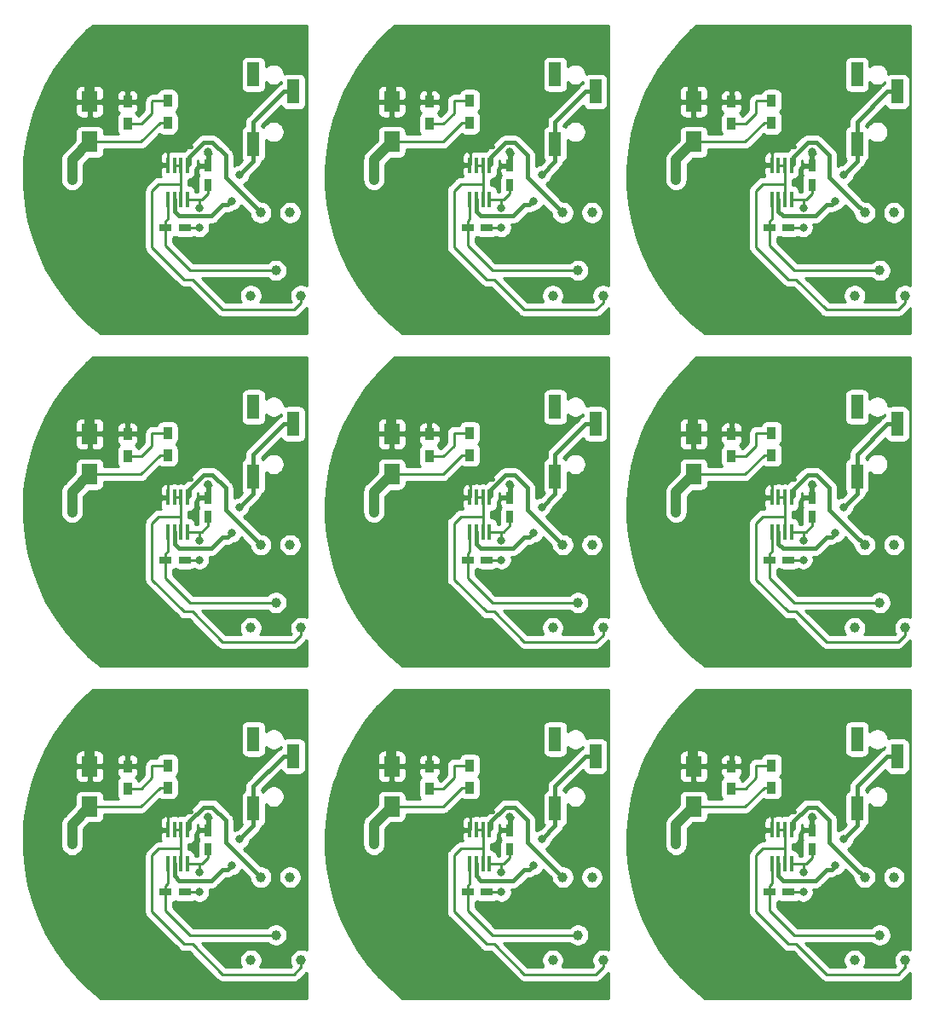
<source format=gtl>
G04 #@! TF.GenerationSoftware,KiCad,Pcbnew,5.1.0*
G04 #@! TF.CreationDate,2019-04-07T17:06:29+09:00*
G04 #@! TF.ProjectId,noname,6e6f6e61-6d65-42e6-9b69-6361645f7063,rev?*
G04 #@! TF.SameCoordinates,Original*
G04 #@! TF.FileFunction,Copper,L1,Top*
G04 #@! TF.FilePolarity,Positive*
%FSLAX46Y46*%
G04 Gerber Fmt 4.6, Leading zero omitted, Abs format (unit mm)*
G04 Created by KiCad (PCBNEW 5.1.0) date 2019-04-07 17:06:29*
%MOMM*%
%LPD*%
G04 APERTURE LIST*
%ADD10R,1.600000X2.000000*%
%ADD11R,1.200000X0.750000*%
%ADD12R,0.750000X1.200000*%
%ADD13R,0.300000X1.600000*%
%ADD14C,1.000000*%
%ADD15R,0.900000X1.200000*%
%ADD16R,1.200000X2.400000*%
%ADD17C,0.800000*%
%ADD18C,0.400000*%
%ADD19C,1.000000*%
%ADD20C,0.250000*%
%ADD21C,0.254000*%
G04 APERTURE END LIST*
D10*
X172600000Y-119350000D03*
X172600000Y-123350000D03*
X142600000Y-119350000D03*
X142600000Y-123350000D03*
X112600000Y-119350000D03*
X112600000Y-123350000D03*
X172600000Y-86350000D03*
X172600000Y-90350000D03*
X142600000Y-86350000D03*
X142600000Y-90350000D03*
X112600000Y-86350000D03*
X112600000Y-90350000D03*
X172600000Y-53350000D03*
X172600000Y-57350000D03*
X142600000Y-53350000D03*
X142600000Y-57350000D03*
D11*
X182050000Y-131850000D03*
X180150000Y-131850000D03*
X152050000Y-131850000D03*
X150150000Y-131850000D03*
X122050000Y-131850000D03*
X120150000Y-131850000D03*
X182050000Y-98850000D03*
X180150000Y-98850000D03*
X152050000Y-98850000D03*
X150150000Y-98850000D03*
X122050000Y-98850000D03*
X120150000Y-98850000D03*
X182050000Y-65850000D03*
X180150000Y-65850000D03*
X152050000Y-65850000D03*
X150150000Y-65850000D03*
D12*
X184350000Y-125700000D03*
X184350000Y-127600000D03*
X154350000Y-125700000D03*
X154350000Y-127600000D03*
X124350000Y-125700000D03*
X124350000Y-127600000D03*
X184350000Y-92700000D03*
X184350000Y-94600000D03*
X154350000Y-92700000D03*
X154350000Y-94600000D03*
X124350000Y-92700000D03*
X124350000Y-94600000D03*
X184350000Y-59700000D03*
X184350000Y-61600000D03*
X154350000Y-59700000D03*
X154350000Y-61600000D03*
D13*
X180375000Y-129050000D03*
X181025000Y-129050000D03*
X181675000Y-129050000D03*
X182325000Y-129050000D03*
X182325000Y-125650000D03*
X181675000Y-125650000D03*
X181025000Y-125650000D03*
X180375000Y-125650000D03*
X150375000Y-129050000D03*
X151025000Y-129050000D03*
X151675000Y-129050000D03*
X152325000Y-129050000D03*
X152325000Y-125650000D03*
X151675000Y-125650000D03*
X151025000Y-125650000D03*
X150375000Y-125650000D03*
X120375000Y-129050000D03*
X121025000Y-129050000D03*
X121675000Y-129050000D03*
X122325000Y-129050000D03*
X122325000Y-125650000D03*
X121675000Y-125650000D03*
X121025000Y-125650000D03*
X120375000Y-125650000D03*
X180375000Y-96050000D03*
X181025000Y-96050000D03*
X181675000Y-96050000D03*
X182325000Y-96050000D03*
X182325000Y-92650000D03*
X181675000Y-92650000D03*
X181025000Y-92650000D03*
X180375000Y-92650000D03*
X150375000Y-96050000D03*
X151025000Y-96050000D03*
X151675000Y-96050000D03*
X152325000Y-96050000D03*
X152325000Y-92650000D03*
X151675000Y-92650000D03*
X151025000Y-92650000D03*
X150375000Y-92650000D03*
X120375000Y-96050000D03*
X121025000Y-96050000D03*
X121675000Y-96050000D03*
X122325000Y-96050000D03*
X122325000Y-92650000D03*
X121675000Y-92650000D03*
X121025000Y-92650000D03*
X120375000Y-92650000D03*
X180375000Y-63050000D03*
X181025000Y-63050000D03*
X181675000Y-63050000D03*
X182325000Y-63050000D03*
X182325000Y-59650000D03*
X181675000Y-59650000D03*
X181025000Y-59650000D03*
X180375000Y-59650000D03*
X150375000Y-63050000D03*
X151025000Y-63050000D03*
X151675000Y-63050000D03*
X152325000Y-63050000D03*
X152325000Y-59650000D03*
X151675000Y-59650000D03*
X151025000Y-59650000D03*
X150375000Y-59650000D03*
D14*
X193600000Y-138600000D03*
X191100000Y-136100000D03*
X188600000Y-138600000D03*
X163600000Y-138600000D03*
X161100000Y-136100000D03*
X158600000Y-138600000D03*
X133600000Y-138600000D03*
X131100000Y-136100000D03*
X128600000Y-138600000D03*
X193600000Y-105600000D03*
X191100000Y-103100000D03*
X188600000Y-105600000D03*
X163600000Y-105600000D03*
X161100000Y-103100000D03*
X158600000Y-105600000D03*
X133600000Y-105600000D03*
X131100000Y-103100000D03*
X128600000Y-105600000D03*
X193600000Y-72600000D03*
X191100000Y-70100000D03*
X188600000Y-72600000D03*
X163600000Y-72600000D03*
X161100000Y-70100000D03*
X158600000Y-72600000D03*
D15*
X176350000Y-119350000D03*
X176350000Y-121550000D03*
X146350000Y-119350000D03*
X146350000Y-121550000D03*
X116350000Y-119350000D03*
X116350000Y-121550000D03*
X176350000Y-86350000D03*
X176350000Y-88550000D03*
X146350000Y-86350000D03*
X146350000Y-88550000D03*
X116350000Y-86350000D03*
X116350000Y-88550000D03*
X176350000Y-53350000D03*
X176350000Y-55550000D03*
X146350000Y-53350000D03*
X146350000Y-55550000D03*
D14*
X192500000Y-130350000D03*
X189600000Y-130350000D03*
X162500000Y-130350000D03*
X159600000Y-130350000D03*
X132500000Y-130350000D03*
X129600000Y-130350000D03*
X192500000Y-97350000D03*
X189600000Y-97350000D03*
X162500000Y-97350000D03*
X159600000Y-97350000D03*
X132500000Y-97350000D03*
X129600000Y-97350000D03*
X192500000Y-64350000D03*
X189600000Y-64350000D03*
X162500000Y-64350000D03*
X159600000Y-64350000D03*
D15*
X180350000Y-121450000D03*
X180350000Y-119250000D03*
X150350000Y-121450000D03*
X150350000Y-119250000D03*
X120350000Y-121450000D03*
X120350000Y-119250000D03*
X180350000Y-88450000D03*
X180350000Y-86250000D03*
X150350000Y-88450000D03*
X150350000Y-86250000D03*
X120350000Y-88450000D03*
X120350000Y-86250000D03*
X180350000Y-55450000D03*
X180350000Y-53250000D03*
X150350000Y-55450000D03*
X150350000Y-53250000D03*
D16*
X192850000Y-118350000D03*
X188850000Y-116650000D03*
X188850000Y-123550000D03*
X162850000Y-118350000D03*
X158850000Y-116650000D03*
X158850000Y-123550000D03*
X132850000Y-118350000D03*
X128850000Y-116650000D03*
X128850000Y-123550000D03*
X192850000Y-85350000D03*
X188850000Y-83650000D03*
X188850000Y-90550000D03*
X162850000Y-85350000D03*
X158850000Y-83650000D03*
X158850000Y-90550000D03*
X132850000Y-85350000D03*
X128850000Y-83650000D03*
X128850000Y-90550000D03*
X192850000Y-52350000D03*
X188850000Y-50650000D03*
X188850000Y-57550000D03*
X162850000Y-52350000D03*
X158850000Y-50650000D03*
X158850000Y-57550000D03*
D10*
X112600000Y-57350000D03*
X112600000Y-53350000D03*
D11*
X120150000Y-65850000D03*
X122050000Y-65850000D03*
D12*
X124350000Y-61600000D03*
X124350000Y-59700000D03*
D15*
X120350000Y-53250000D03*
X120350000Y-55450000D03*
D16*
X128850000Y-57550000D03*
X128850000Y-50650000D03*
X132850000Y-52350000D03*
D14*
X129600000Y-64350000D03*
X132500000Y-64350000D03*
D15*
X116350000Y-55550000D03*
X116350000Y-53350000D03*
D14*
X128600000Y-72600000D03*
X131100000Y-70100000D03*
X133600000Y-72600000D03*
D13*
X120375000Y-59650000D03*
X121025000Y-59650000D03*
X121675000Y-59650000D03*
X122325000Y-59650000D03*
X122325000Y-63050000D03*
X121675000Y-63050000D03*
X121025000Y-63050000D03*
X120375000Y-63050000D03*
D17*
X111300000Y-50450000D03*
X112550000Y-51500000D03*
X124350000Y-58350000D03*
X120400000Y-57850000D03*
X142550000Y-51500000D03*
X172550000Y-51500000D03*
X112550000Y-84500000D03*
X142550000Y-84500000D03*
X172550000Y-84500000D03*
X112550000Y-117500000D03*
X142550000Y-117500000D03*
X172550000Y-117500000D03*
X154350000Y-58350000D03*
X184350000Y-58350000D03*
X124350000Y-91350000D03*
X154350000Y-91350000D03*
X184350000Y-91350000D03*
X124350000Y-124350000D03*
X154350000Y-124350000D03*
X184350000Y-124350000D03*
X141300000Y-50450000D03*
X171300000Y-50450000D03*
X111300000Y-83450000D03*
X141300000Y-83450000D03*
X171300000Y-83450000D03*
X111300000Y-116450000D03*
X141300000Y-116450000D03*
X171300000Y-116450000D03*
X150400000Y-57850000D03*
X180400000Y-57850000D03*
X120400000Y-90850000D03*
X150400000Y-90850000D03*
X180400000Y-90850000D03*
X120400000Y-123850000D03*
X150400000Y-123850000D03*
X180400000Y-123850000D03*
X110850000Y-61100000D03*
X123500000Y-65850000D03*
X123500000Y-63900000D03*
X140850000Y-61100000D03*
X170850000Y-61100000D03*
X110850000Y-94100000D03*
X140850000Y-94100000D03*
X170850000Y-94100000D03*
X110850000Y-127100000D03*
X140850000Y-127100000D03*
X170850000Y-127100000D03*
X153500000Y-65850000D03*
X183500000Y-65850000D03*
X123500000Y-98850000D03*
X153500000Y-98850000D03*
X183500000Y-98850000D03*
X123500000Y-131850000D03*
X153500000Y-131850000D03*
X183500000Y-131850000D03*
X153500000Y-63900000D03*
X183500000Y-63900000D03*
X123500000Y-96900000D03*
X153500000Y-96900000D03*
X183500000Y-96900000D03*
X123500000Y-129900000D03*
X153500000Y-129900000D03*
X183500000Y-129900000D03*
X127500000Y-60600000D03*
X126700000Y-63200000D03*
X156700000Y-63200000D03*
X186700000Y-63200000D03*
X126700000Y-96200000D03*
X156700000Y-96200000D03*
X186700000Y-96200000D03*
X126700000Y-129200000D03*
X156700000Y-129200000D03*
X186700000Y-129200000D03*
X157500000Y-60600000D03*
X187500000Y-60600000D03*
X127500000Y-93600000D03*
X157500000Y-93600000D03*
X187500000Y-93600000D03*
X127500000Y-126600000D03*
X157500000Y-126600000D03*
X187500000Y-126600000D03*
D18*
X129100001Y-63850001D02*
X129050001Y-63850001D01*
X129600000Y-64350000D02*
X129100001Y-63850001D01*
X129050001Y-63850001D02*
X126100000Y-60900000D01*
X126100000Y-60900000D02*
X126100000Y-58700000D01*
X126100000Y-58700000D02*
X124800000Y-57400000D01*
X123925000Y-57400000D02*
X122500000Y-58825000D01*
X124800000Y-57400000D02*
X123925000Y-57400000D01*
X122500000Y-59475000D02*
X122325000Y-59650000D01*
X122500000Y-58825000D02*
X122500000Y-59475000D01*
X154800000Y-57400000D02*
X153925000Y-57400000D01*
X184800000Y-57400000D02*
X183925000Y-57400000D01*
X124800000Y-90400000D02*
X123925000Y-90400000D01*
X154800000Y-90400000D02*
X153925000Y-90400000D01*
X184800000Y-90400000D02*
X183925000Y-90400000D01*
X124800000Y-123400000D02*
X123925000Y-123400000D01*
X154800000Y-123400000D02*
X153925000Y-123400000D01*
X184800000Y-123400000D02*
X183925000Y-123400000D01*
X159600000Y-64350000D02*
X159100001Y-63850001D01*
X189600000Y-64350000D02*
X189100001Y-63850001D01*
X129600000Y-97350000D02*
X129100001Y-96850001D01*
X159600000Y-97350000D02*
X159100001Y-96850001D01*
X189600000Y-97350000D02*
X189100001Y-96850001D01*
X129600000Y-130350000D02*
X129100001Y-129850001D01*
X159600000Y-130350000D02*
X159100001Y-129850001D01*
X189600000Y-130350000D02*
X189100001Y-129850001D01*
X152500000Y-58825000D02*
X152500000Y-59475000D01*
X182500000Y-58825000D02*
X182500000Y-59475000D01*
X122500000Y-91825000D02*
X122500000Y-92475000D01*
X152500000Y-91825000D02*
X152500000Y-92475000D01*
X182500000Y-91825000D02*
X182500000Y-92475000D01*
X122500000Y-124825000D02*
X122500000Y-125475000D01*
X152500000Y-124825000D02*
X152500000Y-125475000D01*
X182500000Y-124825000D02*
X182500000Y-125475000D01*
X153925000Y-57400000D02*
X152500000Y-58825000D01*
X183925000Y-57400000D02*
X182500000Y-58825000D01*
X123925000Y-90400000D02*
X122500000Y-91825000D01*
X153925000Y-90400000D02*
X152500000Y-91825000D01*
X183925000Y-90400000D02*
X182500000Y-91825000D01*
X123925000Y-123400000D02*
X122500000Y-124825000D01*
X153925000Y-123400000D02*
X152500000Y-124825000D01*
X183925000Y-123400000D02*
X182500000Y-124825000D01*
X156100000Y-60900000D02*
X156100000Y-58700000D01*
X186100000Y-60900000D02*
X186100000Y-58700000D01*
X126100000Y-93900000D02*
X126100000Y-91700000D01*
X156100000Y-93900000D02*
X156100000Y-91700000D01*
X186100000Y-93900000D02*
X186100000Y-91700000D01*
X126100000Y-126900000D02*
X126100000Y-124700000D01*
X156100000Y-126900000D02*
X156100000Y-124700000D01*
X186100000Y-126900000D02*
X186100000Y-124700000D01*
X159050001Y-63850001D02*
X156100000Y-60900000D01*
X189050001Y-63850001D02*
X186100000Y-60900000D01*
X129050001Y-96850001D02*
X126100000Y-93900000D01*
X159050001Y-96850001D02*
X156100000Y-93900000D01*
X189050001Y-96850001D02*
X186100000Y-93900000D01*
X129050001Y-129850001D02*
X126100000Y-126900000D01*
X159050001Y-129850001D02*
X156100000Y-126900000D01*
X189050001Y-129850001D02*
X186100000Y-126900000D01*
X152500000Y-59475000D02*
X152325000Y-59650000D01*
X182500000Y-59475000D02*
X182325000Y-59650000D01*
X122500000Y-92475000D02*
X122325000Y-92650000D01*
X152500000Y-92475000D02*
X152325000Y-92650000D01*
X182500000Y-92475000D02*
X182325000Y-92650000D01*
X122500000Y-125475000D02*
X122325000Y-125650000D01*
X152500000Y-125475000D02*
X152325000Y-125650000D01*
X182500000Y-125475000D02*
X182325000Y-125650000D01*
X156100000Y-58700000D02*
X154800000Y-57400000D01*
X186100000Y-58700000D02*
X184800000Y-57400000D01*
X126100000Y-91700000D02*
X124800000Y-90400000D01*
X156100000Y-91700000D02*
X154800000Y-90400000D01*
X186100000Y-91700000D02*
X184800000Y-90400000D01*
X126100000Y-124700000D02*
X124800000Y-123400000D01*
X156100000Y-124700000D02*
X154800000Y-123400000D01*
X186100000Y-124700000D02*
X184800000Y-123400000D01*
X159100001Y-63850001D02*
X159050001Y-63850001D01*
X189100001Y-63850001D02*
X189050001Y-63850001D01*
X129100001Y-96850001D02*
X129050001Y-96850001D01*
X159100001Y-96850001D02*
X159050001Y-96850001D01*
X189100001Y-96850001D02*
X189050001Y-96850001D01*
X129100001Y-129850001D02*
X129050001Y-129850001D01*
X159100001Y-129850001D02*
X159050001Y-129850001D01*
X189100001Y-129850001D02*
X189050001Y-129850001D01*
D19*
X111300000Y-50450000D02*
X111500000Y-50450000D01*
X111500000Y-50450000D02*
X112550000Y-51500000D01*
X112550000Y-53300000D02*
X112600000Y-53350000D01*
X112550000Y-51500000D02*
X112550000Y-53300000D01*
D20*
X124350000Y-59700000D02*
X124350000Y-58350000D01*
X120400000Y-59625000D02*
X120375000Y-59650000D01*
X120400000Y-57850000D02*
X120400000Y-59625000D01*
D18*
X113800000Y-53350000D02*
X114700000Y-52450000D01*
X112600000Y-53350000D02*
X113800000Y-53350000D01*
X114700000Y-52450000D02*
X114700000Y-51700000D01*
X114700000Y-51700000D02*
X115500000Y-50900000D01*
X122626458Y-57850000D02*
X120400000Y-57850000D01*
X144700000Y-52450000D02*
X144700000Y-51700000D01*
X174700000Y-52450000D02*
X174700000Y-51700000D01*
X114700000Y-85450000D02*
X114700000Y-84700000D01*
X144700000Y-85450000D02*
X144700000Y-84700000D01*
X174700000Y-85450000D02*
X174700000Y-84700000D01*
X114700000Y-118450000D02*
X114700000Y-117700000D01*
X144700000Y-118450000D02*
X144700000Y-117700000D01*
X174700000Y-118450000D02*
X174700000Y-117700000D01*
D19*
X142550000Y-53300000D02*
X142600000Y-53350000D01*
X172550000Y-53300000D02*
X172600000Y-53350000D01*
X112550000Y-86300000D02*
X112600000Y-86350000D01*
X142550000Y-86300000D02*
X142600000Y-86350000D01*
X172550000Y-86300000D02*
X172600000Y-86350000D01*
X112550000Y-119300000D02*
X112600000Y-119350000D01*
X142550000Y-119300000D02*
X142600000Y-119350000D01*
X172550000Y-119300000D02*
X172600000Y-119350000D01*
X142550000Y-51500000D02*
X142550000Y-53300000D01*
X172550000Y-51500000D02*
X172550000Y-53300000D01*
X112550000Y-84500000D02*
X112550000Y-86300000D01*
X142550000Y-84500000D02*
X142550000Y-86300000D01*
X172550000Y-84500000D02*
X172550000Y-86300000D01*
X112550000Y-117500000D02*
X112550000Y-119300000D01*
X142550000Y-117500000D02*
X142550000Y-119300000D01*
X172550000Y-117500000D02*
X172550000Y-119300000D01*
X141500000Y-50450000D02*
X142550000Y-51500000D01*
X171500000Y-50450000D02*
X172550000Y-51500000D01*
X111500000Y-83450000D02*
X112550000Y-84500000D01*
X141500000Y-83450000D02*
X142550000Y-84500000D01*
X171500000Y-83450000D02*
X172550000Y-84500000D01*
X111500000Y-116450000D02*
X112550000Y-117500000D01*
X141500000Y-116450000D02*
X142550000Y-117500000D01*
X171500000Y-116450000D02*
X172550000Y-117500000D01*
D20*
X150400000Y-57850000D02*
X150400000Y-59625000D01*
X180400000Y-57850000D02*
X180400000Y-59625000D01*
X120400000Y-90850000D02*
X120400000Y-92625000D01*
X150400000Y-90850000D02*
X150400000Y-92625000D01*
X180400000Y-90850000D02*
X180400000Y-92625000D01*
X120400000Y-123850000D02*
X120400000Y-125625000D01*
X150400000Y-123850000D02*
X150400000Y-125625000D01*
X180400000Y-123850000D02*
X180400000Y-125625000D01*
X154350000Y-59700000D02*
X154350000Y-58350000D01*
X184350000Y-59700000D02*
X184350000Y-58350000D01*
X124350000Y-92700000D02*
X124350000Y-91350000D01*
X154350000Y-92700000D02*
X154350000Y-91350000D01*
X184350000Y-92700000D02*
X184350000Y-91350000D01*
X124350000Y-125700000D02*
X124350000Y-124350000D01*
X154350000Y-125700000D02*
X154350000Y-124350000D01*
X184350000Y-125700000D02*
X184350000Y-124350000D01*
D18*
X142600000Y-53350000D02*
X143800000Y-53350000D01*
X172600000Y-53350000D02*
X173800000Y-53350000D01*
X112600000Y-86350000D02*
X113800000Y-86350000D01*
X142600000Y-86350000D02*
X143800000Y-86350000D01*
X172600000Y-86350000D02*
X173800000Y-86350000D01*
X112600000Y-119350000D02*
X113800000Y-119350000D01*
X142600000Y-119350000D02*
X143800000Y-119350000D01*
X172600000Y-119350000D02*
X173800000Y-119350000D01*
D20*
X150400000Y-59625000D02*
X150375000Y-59650000D01*
X180400000Y-59625000D02*
X180375000Y-59650000D01*
X120400000Y-92625000D02*
X120375000Y-92650000D01*
X150400000Y-92625000D02*
X150375000Y-92650000D01*
X180400000Y-92625000D02*
X180375000Y-92650000D01*
X120400000Y-125625000D02*
X120375000Y-125650000D01*
X150400000Y-125625000D02*
X150375000Y-125650000D01*
X180400000Y-125625000D02*
X180375000Y-125650000D01*
D19*
X141300000Y-50450000D02*
X141500000Y-50450000D01*
X171300000Y-50450000D02*
X171500000Y-50450000D01*
X111300000Y-83450000D02*
X111500000Y-83450000D01*
X141300000Y-83450000D02*
X141500000Y-83450000D01*
X171300000Y-83450000D02*
X171500000Y-83450000D01*
X111300000Y-116450000D02*
X111500000Y-116450000D01*
X141300000Y-116450000D02*
X141500000Y-116450000D01*
X171300000Y-116450000D02*
X171500000Y-116450000D01*
D18*
X152626458Y-57850000D02*
X150400000Y-57850000D01*
X182626458Y-57850000D02*
X180400000Y-57850000D01*
X122626458Y-90850000D02*
X120400000Y-90850000D01*
X152626458Y-90850000D02*
X150400000Y-90850000D01*
X182626458Y-90850000D02*
X180400000Y-90850000D01*
X122626458Y-123850000D02*
X120400000Y-123850000D01*
X152626458Y-123850000D02*
X150400000Y-123850000D01*
X182626458Y-123850000D02*
X180400000Y-123850000D01*
X143800000Y-53350000D02*
X144700000Y-52450000D01*
X173800000Y-53350000D02*
X174700000Y-52450000D01*
X113800000Y-86350000D02*
X114700000Y-85450000D01*
X143800000Y-86350000D02*
X144700000Y-85450000D01*
X173800000Y-86350000D02*
X174700000Y-85450000D01*
X113800000Y-119350000D02*
X114700000Y-118450000D01*
X143800000Y-119350000D02*
X144700000Y-118450000D01*
X173800000Y-119350000D02*
X174700000Y-118450000D01*
X144700000Y-51700000D02*
X145500000Y-50900000D01*
X174700000Y-51700000D02*
X175500000Y-50900000D01*
X114700000Y-84700000D02*
X115500000Y-83900000D01*
X144700000Y-84700000D02*
X145500000Y-83900000D01*
X174700000Y-84700000D02*
X175500000Y-83900000D01*
X114700000Y-117700000D02*
X115500000Y-116900000D01*
X144700000Y-117700000D02*
X145500000Y-116900000D01*
X174700000Y-117700000D02*
X175500000Y-116900000D01*
D19*
X110850000Y-59100000D02*
X112600000Y-57350000D01*
X110850000Y-61100000D02*
X110850000Y-59100000D01*
D20*
X119600000Y-55450000D02*
X120350000Y-55450000D01*
X112600000Y-57350000D02*
X117700000Y-57350000D01*
X117700000Y-57350000D02*
X119600000Y-55450000D01*
X122725000Y-63050000D02*
X122325000Y-63050000D01*
X124350000Y-62450000D02*
X123750000Y-63050000D01*
X124350000Y-61600000D02*
X124350000Y-62450000D01*
X122050000Y-65850000D02*
X123500000Y-65850000D01*
X123500000Y-63100000D02*
X123550000Y-63050000D01*
X123500000Y-63900000D02*
X123500000Y-63100000D01*
X123750000Y-63050000D02*
X123550000Y-63050000D01*
X123550000Y-63050000D02*
X122725000Y-63050000D01*
D19*
X140850000Y-59100000D02*
X142600000Y-57350000D01*
X170850000Y-59100000D02*
X172600000Y-57350000D01*
X110850000Y-92100000D02*
X112600000Y-90350000D01*
X140850000Y-92100000D02*
X142600000Y-90350000D01*
X170850000Y-92100000D02*
X172600000Y-90350000D01*
X110850000Y-125100000D02*
X112600000Y-123350000D01*
X140850000Y-125100000D02*
X142600000Y-123350000D01*
X170850000Y-125100000D02*
X172600000Y-123350000D01*
D20*
X142600000Y-57350000D02*
X147700000Y-57350000D01*
X172600000Y-57350000D02*
X177700000Y-57350000D01*
X112600000Y-90350000D02*
X117700000Y-90350000D01*
X142600000Y-90350000D02*
X147700000Y-90350000D01*
X172600000Y-90350000D02*
X177700000Y-90350000D01*
X112600000Y-123350000D02*
X117700000Y-123350000D01*
X142600000Y-123350000D02*
X147700000Y-123350000D01*
X172600000Y-123350000D02*
X177700000Y-123350000D01*
X154350000Y-61600000D02*
X154350000Y-62450000D01*
X184350000Y-61600000D02*
X184350000Y-62450000D01*
X124350000Y-94600000D02*
X124350000Y-95450000D01*
X154350000Y-94600000D02*
X154350000Y-95450000D01*
X184350000Y-94600000D02*
X184350000Y-95450000D01*
X124350000Y-127600000D02*
X124350000Y-128450000D01*
X154350000Y-127600000D02*
X154350000Y-128450000D01*
X184350000Y-127600000D02*
X184350000Y-128450000D01*
X153550000Y-63050000D02*
X152725000Y-63050000D01*
X183550000Y-63050000D02*
X182725000Y-63050000D01*
X123550000Y-96050000D02*
X122725000Y-96050000D01*
X153550000Y-96050000D02*
X152725000Y-96050000D01*
X183550000Y-96050000D02*
X182725000Y-96050000D01*
X123550000Y-129050000D02*
X122725000Y-129050000D01*
X153550000Y-129050000D02*
X152725000Y-129050000D01*
X183550000Y-129050000D02*
X182725000Y-129050000D01*
X153750000Y-63050000D02*
X153550000Y-63050000D01*
X183750000Y-63050000D02*
X183550000Y-63050000D01*
X123750000Y-96050000D02*
X123550000Y-96050000D01*
X153750000Y-96050000D02*
X153550000Y-96050000D01*
X183750000Y-96050000D02*
X183550000Y-96050000D01*
X123750000Y-129050000D02*
X123550000Y-129050000D01*
X153750000Y-129050000D02*
X153550000Y-129050000D01*
X183750000Y-129050000D02*
X183550000Y-129050000D01*
X154350000Y-62450000D02*
X153750000Y-63050000D01*
X184350000Y-62450000D02*
X183750000Y-63050000D01*
X124350000Y-95450000D02*
X123750000Y-96050000D01*
X154350000Y-95450000D02*
X153750000Y-96050000D01*
X184350000Y-95450000D02*
X183750000Y-96050000D01*
X124350000Y-128450000D02*
X123750000Y-129050000D01*
X154350000Y-128450000D02*
X153750000Y-129050000D01*
X184350000Y-128450000D02*
X183750000Y-129050000D01*
X153500000Y-63900000D02*
X153500000Y-63100000D01*
X183500000Y-63900000D02*
X183500000Y-63100000D01*
X123500000Y-96900000D02*
X123500000Y-96100000D01*
X153500000Y-96900000D02*
X153500000Y-96100000D01*
X183500000Y-96900000D02*
X183500000Y-96100000D01*
X123500000Y-129900000D02*
X123500000Y-129100000D01*
X153500000Y-129900000D02*
X153500000Y-129100000D01*
X183500000Y-129900000D02*
X183500000Y-129100000D01*
X152725000Y-63050000D02*
X152325000Y-63050000D01*
X182725000Y-63050000D02*
X182325000Y-63050000D01*
X122725000Y-96050000D02*
X122325000Y-96050000D01*
X152725000Y-96050000D02*
X152325000Y-96050000D01*
X182725000Y-96050000D02*
X182325000Y-96050000D01*
X122725000Y-129050000D02*
X122325000Y-129050000D01*
X152725000Y-129050000D02*
X152325000Y-129050000D01*
X182725000Y-129050000D02*
X182325000Y-129050000D01*
X147700000Y-57350000D02*
X149600000Y-55450000D01*
X177700000Y-57350000D02*
X179600000Y-55450000D01*
X117700000Y-90350000D02*
X119600000Y-88450000D01*
X147700000Y-90350000D02*
X149600000Y-88450000D01*
X177700000Y-90350000D02*
X179600000Y-88450000D01*
X117700000Y-123350000D02*
X119600000Y-121450000D01*
X147700000Y-123350000D02*
X149600000Y-121450000D01*
X177700000Y-123350000D02*
X179600000Y-121450000D01*
X152050000Y-65850000D02*
X153500000Y-65850000D01*
X182050000Y-65850000D02*
X183500000Y-65850000D01*
X122050000Y-98850000D02*
X123500000Y-98850000D01*
X152050000Y-98850000D02*
X153500000Y-98850000D01*
X182050000Y-98850000D02*
X183500000Y-98850000D01*
X122050000Y-131850000D02*
X123500000Y-131850000D01*
X152050000Y-131850000D02*
X153500000Y-131850000D01*
X182050000Y-131850000D02*
X183500000Y-131850000D01*
D19*
X140850000Y-61100000D02*
X140850000Y-59100000D01*
X170850000Y-61100000D02*
X170850000Y-59100000D01*
X110850000Y-94100000D02*
X110850000Y-92100000D01*
X140850000Y-94100000D02*
X140850000Y-92100000D01*
X170850000Y-94100000D02*
X170850000Y-92100000D01*
X110850000Y-127100000D02*
X110850000Y-125100000D01*
X140850000Y-127100000D02*
X140850000Y-125100000D01*
X170850000Y-127100000D02*
X170850000Y-125100000D01*
D20*
X153500000Y-63100000D02*
X153550000Y-63050000D01*
X183500000Y-63100000D02*
X183550000Y-63050000D01*
X123500000Y-96100000D02*
X123550000Y-96050000D01*
X153500000Y-96100000D02*
X153550000Y-96050000D01*
X183500000Y-96100000D02*
X183550000Y-96050000D01*
X123500000Y-129100000D02*
X123550000Y-129050000D01*
X153500000Y-129100000D02*
X153550000Y-129050000D01*
X183500000Y-129100000D02*
X183550000Y-129050000D01*
X149600000Y-55450000D02*
X150350000Y-55450000D01*
X179600000Y-55450000D02*
X180350000Y-55450000D01*
X119600000Y-88450000D02*
X120350000Y-88450000D01*
X149600000Y-88450000D02*
X150350000Y-88450000D01*
X179600000Y-88450000D02*
X180350000Y-88450000D01*
X119600000Y-121450000D02*
X120350000Y-121450000D01*
X149600000Y-121450000D02*
X150350000Y-121450000D01*
X179600000Y-121450000D02*
X180350000Y-121450000D01*
X121675000Y-59650000D02*
X121025000Y-59650000D01*
X133600000Y-73307106D02*
X132907106Y-74000000D01*
X133600000Y-72600000D02*
X133600000Y-73307106D01*
X132907106Y-74000000D02*
X125800000Y-74000000D01*
X125800000Y-74000000D02*
X122800000Y-71000000D01*
X122800000Y-71000000D02*
X122000000Y-71000000D01*
X122000000Y-71000000D02*
X118800000Y-67800000D01*
X118800000Y-67800000D02*
X118800000Y-62200000D01*
X119475000Y-61525000D02*
X121675000Y-61525000D01*
X118800000Y-62200000D02*
X119475000Y-61525000D01*
X121675000Y-63050000D02*
X121675000Y-61525000D01*
X121675000Y-61525000D02*
X121675000Y-59650000D01*
X163600000Y-72600000D02*
X163600000Y-73307106D01*
X193600000Y-72600000D02*
X193600000Y-73307106D01*
X133600000Y-105600000D02*
X133600000Y-106307106D01*
X163600000Y-105600000D02*
X163600000Y-106307106D01*
X193600000Y-105600000D02*
X193600000Y-106307106D01*
X133600000Y-138600000D02*
X133600000Y-139307106D01*
X163600000Y-138600000D02*
X163600000Y-139307106D01*
X193600000Y-138600000D02*
X193600000Y-139307106D01*
X162907106Y-74000000D02*
X155800000Y-74000000D01*
X192907106Y-74000000D02*
X185800000Y-74000000D01*
X132907106Y-107000000D02*
X125800000Y-107000000D01*
X162907106Y-107000000D02*
X155800000Y-107000000D01*
X192907106Y-107000000D02*
X185800000Y-107000000D01*
X132907106Y-140000000D02*
X125800000Y-140000000D01*
X162907106Y-140000000D02*
X155800000Y-140000000D01*
X192907106Y-140000000D02*
X185800000Y-140000000D01*
X151675000Y-63050000D02*
X151675000Y-61525000D01*
X181675000Y-63050000D02*
X181675000Y-61525000D01*
X121675000Y-96050000D02*
X121675000Y-94525000D01*
X151675000Y-96050000D02*
X151675000Y-94525000D01*
X181675000Y-96050000D02*
X181675000Y-94525000D01*
X121675000Y-129050000D02*
X121675000Y-127525000D01*
X151675000Y-129050000D02*
X151675000Y-127525000D01*
X181675000Y-129050000D02*
X181675000Y-127525000D01*
X151675000Y-59650000D02*
X151025000Y-59650000D01*
X181675000Y-59650000D02*
X181025000Y-59650000D01*
X121675000Y-92650000D02*
X121025000Y-92650000D01*
X151675000Y-92650000D02*
X151025000Y-92650000D01*
X181675000Y-92650000D02*
X181025000Y-92650000D01*
X121675000Y-125650000D02*
X121025000Y-125650000D01*
X151675000Y-125650000D02*
X151025000Y-125650000D01*
X181675000Y-125650000D02*
X181025000Y-125650000D01*
X152800000Y-71000000D02*
X152000000Y-71000000D01*
X182800000Y-71000000D02*
X182000000Y-71000000D01*
X122800000Y-104000000D02*
X122000000Y-104000000D01*
X152800000Y-104000000D02*
X152000000Y-104000000D01*
X182800000Y-104000000D02*
X182000000Y-104000000D01*
X122800000Y-137000000D02*
X122000000Y-137000000D01*
X152800000Y-137000000D02*
X152000000Y-137000000D01*
X182800000Y-137000000D02*
X182000000Y-137000000D01*
X155800000Y-74000000D02*
X152800000Y-71000000D01*
X185800000Y-74000000D02*
X182800000Y-71000000D01*
X125800000Y-107000000D02*
X122800000Y-104000000D01*
X155800000Y-107000000D02*
X152800000Y-104000000D01*
X185800000Y-107000000D02*
X182800000Y-104000000D01*
X125800000Y-140000000D02*
X122800000Y-137000000D01*
X155800000Y-140000000D02*
X152800000Y-137000000D01*
X185800000Y-140000000D02*
X182800000Y-137000000D01*
X152000000Y-71000000D02*
X148800000Y-67800000D01*
X182000000Y-71000000D02*
X178800000Y-67800000D01*
X122000000Y-104000000D02*
X118800000Y-100800000D01*
X152000000Y-104000000D02*
X148800000Y-100800000D01*
X182000000Y-104000000D02*
X178800000Y-100800000D01*
X122000000Y-137000000D02*
X118800000Y-133800000D01*
X152000000Y-137000000D02*
X148800000Y-133800000D01*
X182000000Y-137000000D02*
X178800000Y-133800000D01*
X148800000Y-67800000D02*
X148800000Y-62200000D01*
X178800000Y-67800000D02*
X178800000Y-62200000D01*
X118800000Y-100800000D02*
X118800000Y-95200000D01*
X148800000Y-100800000D02*
X148800000Y-95200000D01*
X178800000Y-100800000D02*
X178800000Y-95200000D01*
X118800000Y-133800000D02*
X118800000Y-128200000D01*
X148800000Y-133800000D02*
X148800000Y-128200000D01*
X178800000Y-133800000D02*
X178800000Y-128200000D01*
X149475000Y-61525000D02*
X151675000Y-61525000D01*
X179475000Y-61525000D02*
X181675000Y-61525000D01*
X119475000Y-94525000D02*
X121675000Y-94525000D01*
X149475000Y-94525000D02*
X151675000Y-94525000D01*
X179475000Y-94525000D02*
X181675000Y-94525000D01*
X119475000Y-127525000D02*
X121675000Y-127525000D01*
X149475000Y-127525000D02*
X151675000Y-127525000D01*
X179475000Y-127525000D02*
X181675000Y-127525000D01*
X148800000Y-62200000D02*
X149475000Y-61525000D01*
X178800000Y-62200000D02*
X179475000Y-61525000D01*
X118800000Y-95200000D02*
X119475000Y-94525000D01*
X148800000Y-95200000D02*
X149475000Y-94525000D01*
X178800000Y-95200000D02*
X179475000Y-94525000D01*
X118800000Y-128200000D02*
X119475000Y-127525000D01*
X148800000Y-128200000D02*
X149475000Y-127525000D01*
X178800000Y-128200000D02*
X179475000Y-127525000D01*
X151675000Y-61525000D02*
X151675000Y-59650000D01*
X181675000Y-61525000D02*
X181675000Y-59650000D01*
X121675000Y-94525000D02*
X121675000Y-92650000D01*
X151675000Y-94525000D02*
X151675000Y-92650000D01*
X181675000Y-94525000D02*
X181675000Y-92650000D01*
X121675000Y-127525000D02*
X121675000Y-125650000D01*
X151675000Y-127525000D02*
X151675000Y-125650000D01*
X181675000Y-127525000D02*
X181675000Y-125650000D01*
X163600000Y-73307106D02*
X162907106Y-74000000D01*
X193600000Y-73307106D02*
X192907106Y-74000000D01*
X133600000Y-106307106D02*
X132907106Y-107000000D01*
X163600000Y-106307106D02*
X162907106Y-107000000D01*
X193600000Y-106307106D02*
X192907106Y-107000000D01*
X133600000Y-139307106D02*
X132907106Y-140000000D01*
X163600000Y-139307106D02*
X162907106Y-140000000D01*
X193600000Y-139307106D02*
X192907106Y-140000000D01*
X120375000Y-65000000D02*
X120375000Y-63050000D01*
X120150000Y-65850000D02*
X120150000Y-65225000D01*
X120150000Y-65225000D02*
X120375000Y-65000000D01*
X131100000Y-70100000D02*
X122600000Y-70100000D01*
X120150000Y-67650000D02*
X120150000Y-65850000D01*
X122600000Y-70100000D02*
X120150000Y-67650000D01*
X152600000Y-70100000D02*
X150150000Y-67650000D01*
X182600000Y-70100000D02*
X180150000Y-67650000D01*
X122600000Y-103100000D02*
X120150000Y-100650000D01*
X152600000Y-103100000D02*
X150150000Y-100650000D01*
X182600000Y-103100000D02*
X180150000Y-100650000D01*
X122600000Y-136100000D02*
X120150000Y-133650000D01*
X152600000Y-136100000D02*
X150150000Y-133650000D01*
X182600000Y-136100000D02*
X180150000Y-133650000D01*
X150150000Y-65225000D02*
X150375000Y-65000000D01*
X180150000Y-65225000D02*
X180375000Y-65000000D01*
X120150000Y-98225000D02*
X120375000Y-98000000D01*
X150150000Y-98225000D02*
X150375000Y-98000000D01*
X180150000Y-98225000D02*
X180375000Y-98000000D01*
X120150000Y-131225000D02*
X120375000Y-131000000D01*
X150150000Y-131225000D02*
X150375000Y-131000000D01*
X180150000Y-131225000D02*
X180375000Y-131000000D01*
X150150000Y-65850000D02*
X150150000Y-65225000D01*
X180150000Y-65850000D02*
X180150000Y-65225000D01*
X120150000Y-98850000D02*
X120150000Y-98225000D01*
X150150000Y-98850000D02*
X150150000Y-98225000D01*
X180150000Y-98850000D02*
X180150000Y-98225000D01*
X120150000Y-131850000D02*
X120150000Y-131225000D01*
X150150000Y-131850000D02*
X150150000Y-131225000D01*
X180150000Y-131850000D02*
X180150000Y-131225000D01*
X161100000Y-70100000D02*
X152600000Y-70100000D01*
X191100000Y-70100000D02*
X182600000Y-70100000D01*
X131100000Y-103100000D02*
X122600000Y-103100000D01*
X161100000Y-103100000D02*
X152600000Y-103100000D01*
X191100000Y-103100000D02*
X182600000Y-103100000D01*
X131100000Y-136100000D02*
X122600000Y-136100000D01*
X161100000Y-136100000D02*
X152600000Y-136100000D01*
X191100000Y-136100000D02*
X182600000Y-136100000D01*
X150150000Y-67650000D02*
X150150000Y-65850000D01*
X180150000Y-67650000D02*
X180150000Y-65850000D01*
X120150000Y-100650000D02*
X120150000Y-98850000D01*
X150150000Y-100650000D02*
X150150000Y-98850000D01*
X180150000Y-100650000D02*
X180150000Y-98850000D01*
X120150000Y-133650000D02*
X120150000Y-131850000D01*
X150150000Y-133650000D02*
X150150000Y-131850000D01*
X180150000Y-133650000D02*
X180150000Y-131850000D01*
X150375000Y-65000000D02*
X150375000Y-63050000D01*
X180375000Y-65000000D02*
X180375000Y-63050000D01*
X120375000Y-98000000D02*
X120375000Y-96050000D01*
X150375000Y-98000000D02*
X150375000Y-96050000D01*
X180375000Y-98000000D02*
X180375000Y-96050000D01*
X120375000Y-131000000D02*
X120375000Y-129050000D01*
X150375000Y-131000000D02*
X150375000Y-129050000D01*
X180375000Y-131000000D02*
X180375000Y-129050000D01*
X116350000Y-55550000D02*
X117750000Y-55550000D01*
X117750000Y-55550000D02*
X118800000Y-54500000D01*
X118800000Y-54500000D02*
X118800000Y-53300000D01*
X118850000Y-53250000D02*
X120350000Y-53250000D01*
X118800000Y-53300000D02*
X118850000Y-53250000D01*
X148850000Y-53250000D02*
X150350000Y-53250000D01*
X178850000Y-53250000D02*
X180350000Y-53250000D01*
X118850000Y-86250000D02*
X120350000Y-86250000D01*
X148850000Y-86250000D02*
X150350000Y-86250000D01*
X178850000Y-86250000D02*
X180350000Y-86250000D01*
X118850000Y-119250000D02*
X120350000Y-119250000D01*
X148850000Y-119250000D02*
X150350000Y-119250000D01*
X178850000Y-119250000D02*
X180350000Y-119250000D01*
X146350000Y-55550000D02*
X147750000Y-55550000D01*
X176350000Y-55550000D02*
X177750000Y-55550000D01*
X116350000Y-88550000D02*
X117750000Y-88550000D01*
X146350000Y-88550000D02*
X147750000Y-88550000D01*
X176350000Y-88550000D02*
X177750000Y-88550000D01*
X116350000Y-121550000D02*
X117750000Y-121550000D01*
X146350000Y-121550000D02*
X147750000Y-121550000D01*
X176350000Y-121550000D02*
X177750000Y-121550000D01*
X148800000Y-54500000D02*
X148800000Y-53300000D01*
X178800000Y-54500000D02*
X178800000Y-53300000D01*
X118800000Y-87500000D02*
X118800000Y-86300000D01*
X148800000Y-87500000D02*
X148800000Y-86300000D01*
X178800000Y-87500000D02*
X178800000Y-86300000D01*
X118800000Y-120500000D02*
X118800000Y-119300000D01*
X148800000Y-120500000D02*
X148800000Y-119300000D01*
X178800000Y-120500000D02*
X178800000Y-119300000D01*
X148800000Y-53300000D02*
X148850000Y-53250000D01*
X178800000Y-53300000D02*
X178850000Y-53250000D01*
X118800000Y-86300000D02*
X118850000Y-86250000D01*
X148800000Y-86300000D02*
X148850000Y-86250000D01*
X178800000Y-86300000D02*
X178850000Y-86250000D01*
X118800000Y-119300000D02*
X118850000Y-119250000D01*
X148800000Y-119300000D02*
X148850000Y-119250000D01*
X178800000Y-119300000D02*
X178850000Y-119250000D01*
X147750000Y-55550000D02*
X148800000Y-54500000D01*
X177750000Y-55550000D02*
X178800000Y-54500000D01*
X117750000Y-88550000D02*
X118800000Y-87500000D01*
X147750000Y-88550000D02*
X148800000Y-87500000D01*
X177750000Y-88550000D02*
X178800000Y-87500000D01*
X117750000Y-121550000D02*
X118800000Y-120500000D01*
X147750000Y-121550000D02*
X148800000Y-120500000D01*
X177750000Y-121550000D02*
X178800000Y-120500000D01*
D18*
X128850000Y-55350000D02*
X128850000Y-57550000D01*
X132850000Y-52350000D02*
X131850000Y-52350000D01*
X131850000Y-52350000D02*
X128850000Y-55350000D01*
X128850000Y-57550000D02*
X128850000Y-59250000D01*
X128850000Y-59250000D02*
X127500000Y-60600000D01*
X126300001Y-63599999D02*
X125800001Y-63599999D01*
X126700000Y-63200000D02*
X126300001Y-63599999D01*
X125800001Y-63599999D02*
X124700000Y-64700000D01*
X121025000Y-64250000D02*
X121025000Y-63050000D01*
X121475000Y-64700000D02*
X121025000Y-64250000D01*
X124700000Y-64700000D02*
X121475000Y-64700000D01*
X158850000Y-55350000D02*
X158850000Y-57550000D01*
X188850000Y-55350000D02*
X188850000Y-57550000D01*
X128850000Y-88350000D02*
X128850000Y-90550000D01*
X158850000Y-88350000D02*
X158850000Y-90550000D01*
X188850000Y-88350000D02*
X188850000Y-90550000D01*
X128850000Y-121350000D02*
X128850000Y-123550000D01*
X158850000Y-121350000D02*
X158850000Y-123550000D01*
X188850000Y-121350000D02*
X188850000Y-123550000D01*
X151475000Y-64700000D02*
X151025000Y-64250000D01*
X181475000Y-64700000D02*
X181025000Y-64250000D01*
X121475000Y-97700000D02*
X121025000Y-97250000D01*
X151475000Y-97700000D02*
X151025000Y-97250000D01*
X181475000Y-97700000D02*
X181025000Y-97250000D01*
X121475000Y-130700000D02*
X121025000Y-130250000D01*
X151475000Y-130700000D02*
X151025000Y-130250000D01*
X181475000Y-130700000D02*
X181025000Y-130250000D01*
X154700000Y-64700000D02*
X151475000Y-64700000D01*
X184700000Y-64700000D02*
X181475000Y-64700000D01*
X124700000Y-97700000D02*
X121475000Y-97700000D01*
X154700000Y-97700000D02*
X151475000Y-97700000D01*
X184700000Y-97700000D02*
X181475000Y-97700000D01*
X124700000Y-130700000D02*
X121475000Y-130700000D01*
X154700000Y-130700000D02*
X151475000Y-130700000D01*
X184700000Y-130700000D02*
X181475000Y-130700000D01*
X156300001Y-63599999D02*
X155800001Y-63599999D01*
X186300001Y-63599999D02*
X185800001Y-63599999D01*
X126300001Y-96599999D02*
X125800001Y-96599999D01*
X156300001Y-96599999D02*
X155800001Y-96599999D01*
X186300001Y-96599999D02*
X185800001Y-96599999D01*
X126300001Y-129599999D02*
X125800001Y-129599999D01*
X156300001Y-129599999D02*
X155800001Y-129599999D01*
X186300001Y-129599999D02*
X185800001Y-129599999D01*
X155800001Y-63599999D02*
X154700000Y-64700000D01*
X185800001Y-63599999D02*
X184700000Y-64700000D01*
X125800001Y-96599999D02*
X124700000Y-97700000D01*
X155800001Y-96599999D02*
X154700000Y-97700000D01*
X185800001Y-96599999D02*
X184700000Y-97700000D01*
X125800001Y-129599999D02*
X124700000Y-130700000D01*
X155800001Y-129599999D02*
X154700000Y-130700000D01*
X185800001Y-129599999D02*
X184700000Y-130700000D01*
X151025000Y-64250000D02*
X151025000Y-63050000D01*
X181025000Y-64250000D02*
X181025000Y-63050000D01*
X121025000Y-97250000D02*
X121025000Y-96050000D01*
X151025000Y-97250000D02*
X151025000Y-96050000D01*
X181025000Y-97250000D02*
X181025000Y-96050000D01*
X121025000Y-130250000D02*
X121025000Y-129050000D01*
X151025000Y-130250000D02*
X151025000Y-129050000D01*
X181025000Y-130250000D02*
X181025000Y-129050000D01*
X156700000Y-63200000D02*
X156300001Y-63599999D01*
X186700000Y-63200000D02*
X186300001Y-63599999D01*
X126700000Y-96200000D02*
X126300001Y-96599999D01*
X156700000Y-96200000D02*
X156300001Y-96599999D01*
X186700000Y-96200000D02*
X186300001Y-96599999D01*
X126700000Y-129200000D02*
X126300001Y-129599999D01*
X156700000Y-129200000D02*
X156300001Y-129599999D01*
X186700000Y-129200000D02*
X186300001Y-129599999D01*
X158850000Y-57550000D02*
X158850000Y-59250000D01*
X188850000Y-57550000D02*
X188850000Y-59250000D01*
X128850000Y-90550000D02*
X128850000Y-92250000D01*
X158850000Y-90550000D02*
X158850000Y-92250000D01*
X188850000Y-90550000D02*
X188850000Y-92250000D01*
X128850000Y-123550000D02*
X128850000Y-125250000D01*
X158850000Y-123550000D02*
X158850000Y-125250000D01*
X188850000Y-123550000D02*
X188850000Y-125250000D01*
X162850000Y-52350000D02*
X161850000Y-52350000D01*
X192850000Y-52350000D02*
X191850000Y-52350000D01*
X132850000Y-85350000D02*
X131850000Y-85350000D01*
X162850000Y-85350000D02*
X161850000Y-85350000D01*
X192850000Y-85350000D02*
X191850000Y-85350000D01*
X132850000Y-118350000D02*
X131850000Y-118350000D01*
X162850000Y-118350000D02*
X161850000Y-118350000D01*
X192850000Y-118350000D02*
X191850000Y-118350000D01*
X161850000Y-52350000D02*
X158850000Y-55350000D01*
X191850000Y-52350000D02*
X188850000Y-55350000D01*
X131850000Y-85350000D02*
X128850000Y-88350000D01*
X161850000Y-85350000D02*
X158850000Y-88350000D01*
X191850000Y-85350000D02*
X188850000Y-88350000D01*
X131850000Y-118350000D02*
X128850000Y-121350000D01*
X161850000Y-118350000D02*
X158850000Y-121350000D01*
X191850000Y-118350000D02*
X188850000Y-121350000D01*
X158850000Y-59250000D02*
X157500000Y-60600000D01*
X188850000Y-59250000D02*
X187500000Y-60600000D01*
X128850000Y-92250000D02*
X127500000Y-93600000D01*
X158850000Y-92250000D02*
X157500000Y-93600000D01*
X188850000Y-92250000D02*
X187500000Y-93600000D01*
X128850000Y-125250000D02*
X127500000Y-126600000D01*
X158850000Y-125250000D02*
X157500000Y-126600000D01*
X188850000Y-125250000D02*
X187500000Y-126600000D01*
D21*
G36*
X134140001Y-71595764D02*
G01*
X134137624Y-71594176D01*
X133931067Y-71508617D01*
X133711788Y-71465000D01*
X133488212Y-71465000D01*
X133268933Y-71508617D01*
X133062376Y-71594176D01*
X132876480Y-71718388D01*
X132718388Y-71876480D01*
X132594176Y-72062376D01*
X132508617Y-72268933D01*
X132465000Y-72488212D01*
X132465000Y-72711788D01*
X132508617Y-72931067D01*
X132594176Y-73137624D01*
X132634433Y-73197872D01*
X132592305Y-73240000D01*
X129537418Y-73240000D01*
X129605824Y-73137624D01*
X129691383Y-72931067D01*
X129735000Y-72711788D01*
X129735000Y-72488212D01*
X129691383Y-72268933D01*
X129605824Y-72062376D01*
X129481612Y-71876480D01*
X129323520Y-71718388D01*
X129137624Y-71594176D01*
X128931067Y-71508617D01*
X128711788Y-71465000D01*
X128488212Y-71465000D01*
X128268933Y-71508617D01*
X128062376Y-71594176D01*
X127876480Y-71718388D01*
X127718388Y-71876480D01*
X127594176Y-72062376D01*
X127508617Y-72268933D01*
X127465000Y-72488212D01*
X127465000Y-72711788D01*
X127508617Y-72931067D01*
X127594176Y-73137624D01*
X127662582Y-73240000D01*
X126114802Y-73240000D01*
X123734801Y-70860000D01*
X130254868Y-70860000D01*
X130376480Y-70981612D01*
X130562376Y-71105824D01*
X130768933Y-71191383D01*
X130988212Y-71235000D01*
X131211788Y-71235000D01*
X131431067Y-71191383D01*
X131637624Y-71105824D01*
X131823520Y-70981612D01*
X131981612Y-70823520D01*
X132105824Y-70637624D01*
X132191383Y-70431067D01*
X132235000Y-70211788D01*
X132235000Y-69988212D01*
X132191383Y-69768933D01*
X132105824Y-69562376D01*
X131981612Y-69376480D01*
X131823520Y-69218388D01*
X131637624Y-69094176D01*
X131431067Y-69008617D01*
X131211788Y-68965000D01*
X130988212Y-68965000D01*
X130768933Y-69008617D01*
X130562376Y-69094176D01*
X130376480Y-69218388D01*
X130254868Y-69340000D01*
X122914802Y-69340000D01*
X120910000Y-67335199D01*
X120910000Y-66840038D01*
X120994180Y-66814502D01*
X121100000Y-66757939D01*
X121205820Y-66814502D01*
X121325518Y-66850812D01*
X121450000Y-66863072D01*
X122650000Y-66863072D01*
X122774482Y-66850812D01*
X122894180Y-66814502D01*
X122997709Y-66759164D01*
X123009744Y-66767205D01*
X123198102Y-66845226D01*
X123398061Y-66885000D01*
X123601939Y-66885000D01*
X123801898Y-66845226D01*
X123990256Y-66767205D01*
X124159774Y-66653937D01*
X124303937Y-66509774D01*
X124417205Y-66340256D01*
X124495226Y-66151898D01*
X124535000Y-65951939D01*
X124535000Y-65748061D01*
X124495226Y-65548102D01*
X124489799Y-65535000D01*
X124658982Y-65535000D01*
X124700000Y-65539040D01*
X124741018Y-65535000D01*
X124741019Y-65535000D01*
X124863689Y-65522918D01*
X125021087Y-65475172D01*
X125166146Y-65397636D01*
X125293291Y-65293291D01*
X125319446Y-65261421D01*
X126145869Y-64434999D01*
X126258983Y-64434999D01*
X126300001Y-64439039D01*
X126341019Y-64434999D01*
X126341020Y-64434999D01*
X126463690Y-64422917D01*
X126621088Y-64375171D01*
X126766147Y-64297635D01*
X126855434Y-64224359D01*
X127001898Y-64195226D01*
X127190256Y-64117205D01*
X127359774Y-64003937D01*
X127503937Y-63859774D01*
X127617205Y-63690256D01*
X127644205Y-63625073D01*
X128430560Y-64411428D01*
X128456710Y-64443292D01*
X128465000Y-64450095D01*
X128465000Y-64461788D01*
X128508617Y-64681067D01*
X128594176Y-64887624D01*
X128718388Y-65073520D01*
X128876480Y-65231612D01*
X129062376Y-65355824D01*
X129268933Y-65441383D01*
X129488212Y-65485000D01*
X129711788Y-65485000D01*
X129931067Y-65441383D01*
X130137624Y-65355824D01*
X130323520Y-65231612D01*
X130481612Y-65073520D01*
X130605824Y-64887624D01*
X130691383Y-64681067D01*
X130735000Y-64461788D01*
X130735000Y-64238212D01*
X131365000Y-64238212D01*
X131365000Y-64461788D01*
X131408617Y-64681067D01*
X131494176Y-64887624D01*
X131618388Y-65073520D01*
X131776480Y-65231612D01*
X131962376Y-65355824D01*
X132168933Y-65441383D01*
X132388212Y-65485000D01*
X132611788Y-65485000D01*
X132831067Y-65441383D01*
X133037624Y-65355824D01*
X133223520Y-65231612D01*
X133381612Y-65073520D01*
X133505824Y-64887624D01*
X133591383Y-64681067D01*
X133635000Y-64461788D01*
X133635000Y-64238212D01*
X133591383Y-64018933D01*
X133505824Y-63812376D01*
X133381612Y-63626480D01*
X133223520Y-63468388D01*
X133037624Y-63344176D01*
X132831067Y-63258617D01*
X132611788Y-63215000D01*
X132388212Y-63215000D01*
X132168933Y-63258617D01*
X131962376Y-63344176D01*
X131776480Y-63468388D01*
X131618388Y-63626480D01*
X131494176Y-63812376D01*
X131408617Y-64018933D01*
X131365000Y-64238212D01*
X130735000Y-64238212D01*
X130691383Y-64018933D01*
X130605824Y-63812376D01*
X130481612Y-63626480D01*
X130323520Y-63468388D01*
X130137624Y-63344176D01*
X129931067Y-63258617D01*
X129711788Y-63215000D01*
X129642468Y-63215000D01*
X129566147Y-63152365D01*
X129495438Y-63114570D01*
X127925073Y-61544205D01*
X127990256Y-61517205D01*
X128159774Y-61403937D01*
X128303937Y-61259774D01*
X128417205Y-61090256D01*
X128495226Y-60901898D01*
X128524093Y-60756775D01*
X129411426Y-59869442D01*
X129443291Y-59843291D01*
X129547636Y-59716146D01*
X129625172Y-59571087D01*
X129672918Y-59413689D01*
X129679795Y-59343866D01*
X129694180Y-59339502D01*
X129804494Y-59280537D01*
X129901185Y-59201185D01*
X129980537Y-59104494D01*
X130039502Y-58994180D01*
X130075812Y-58874482D01*
X130088072Y-58750000D01*
X130088072Y-57122494D01*
X130158353Y-57192775D01*
X130336060Y-57311515D01*
X130533517Y-57393304D01*
X130743137Y-57435000D01*
X130956863Y-57435000D01*
X131166483Y-57393304D01*
X131363940Y-57311515D01*
X131541647Y-57192775D01*
X131692775Y-57041647D01*
X131811515Y-56863940D01*
X131893304Y-56666483D01*
X131935000Y-56456863D01*
X131935000Y-56243137D01*
X131893304Y-56033517D01*
X131811515Y-55836060D01*
X131692775Y-55658353D01*
X131541647Y-55507225D01*
X131363940Y-55388485D01*
X131166483Y-55306696D01*
X130956863Y-55265000D01*
X130743137Y-55265000D01*
X130533517Y-55306696D01*
X130336060Y-55388485D01*
X130158353Y-55507225D01*
X130007225Y-55658353D01*
X129888485Y-55836060D01*
X129872308Y-55875116D01*
X129804494Y-55819463D01*
X129694180Y-55760498D01*
X129685000Y-55757713D01*
X129685000Y-55695867D01*
X131643319Y-53737549D01*
X131660498Y-53794180D01*
X131719463Y-53904494D01*
X131798815Y-54001185D01*
X131895506Y-54080537D01*
X132005820Y-54139502D01*
X132125518Y-54175812D01*
X132250000Y-54188072D01*
X133450000Y-54188072D01*
X133574482Y-54175812D01*
X133694180Y-54139502D01*
X133804494Y-54080537D01*
X133901185Y-54001185D01*
X133980537Y-53904494D01*
X134039502Y-53794180D01*
X134075812Y-53674482D01*
X134088072Y-53550000D01*
X134088072Y-51150000D01*
X134075812Y-51025518D01*
X134039502Y-50905820D01*
X133980537Y-50795506D01*
X133901185Y-50698815D01*
X133804494Y-50619463D01*
X133694180Y-50560498D01*
X133574482Y-50524188D01*
X133450000Y-50511928D01*
X132250000Y-50511928D01*
X132125518Y-50524188D01*
X132005820Y-50560498D01*
X131935000Y-50598353D01*
X131935000Y-50543137D01*
X131893304Y-50333517D01*
X131811515Y-50136060D01*
X131692775Y-49958353D01*
X131541647Y-49807225D01*
X131363940Y-49688485D01*
X131166483Y-49606696D01*
X130956863Y-49565000D01*
X130743137Y-49565000D01*
X130533517Y-49606696D01*
X130336060Y-49688485D01*
X130158353Y-49807225D01*
X130088072Y-49877506D01*
X130088072Y-49450000D01*
X130075812Y-49325518D01*
X130039502Y-49205820D01*
X129980537Y-49095506D01*
X129901185Y-48998815D01*
X129804494Y-48919463D01*
X129694180Y-48860498D01*
X129574482Y-48824188D01*
X129450000Y-48811928D01*
X128250000Y-48811928D01*
X128125518Y-48824188D01*
X128005820Y-48860498D01*
X127895506Y-48919463D01*
X127798815Y-48998815D01*
X127719463Y-49095506D01*
X127660498Y-49205820D01*
X127624188Y-49325518D01*
X127611928Y-49450000D01*
X127611928Y-51850000D01*
X127624188Y-51974482D01*
X127660498Y-52094180D01*
X127719463Y-52204494D01*
X127798815Y-52301185D01*
X127895506Y-52380537D01*
X128005820Y-52439502D01*
X128125518Y-52475812D01*
X128250000Y-52488072D01*
X129450000Y-52488072D01*
X129574482Y-52475812D01*
X129694180Y-52439502D01*
X129804494Y-52380537D01*
X129901185Y-52301185D01*
X129980537Y-52204494D01*
X130039502Y-52094180D01*
X130075812Y-51974482D01*
X130088072Y-51850000D01*
X130088072Y-51422494D01*
X130158353Y-51492775D01*
X130336060Y-51611515D01*
X130533517Y-51693304D01*
X130743137Y-51735000D01*
X130956863Y-51735000D01*
X131166483Y-51693304D01*
X131363940Y-51611515D01*
X131541647Y-51492775D01*
X131611928Y-51422494D01*
X131611928Y-51549646D01*
X131528913Y-51574828D01*
X131383854Y-51652364D01*
X131307532Y-51715000D01*
X131256709Y-51756709D01*
X131230563Y-51788568D01*
X128288579Y-54730554D01*
X128256709Y-54756709D01*
X128180148Y-54850000D01*
X128152364Y-54883855D01*
X128074828Y-55028914D01*
X128027082Y-55186312D01*
X128010960Y-55350000D01*
X128015000Y-55391019D01*
X128015000Y-55757713D01*
X128005820Y-55760498D01*
X127895506Y-55819463D01*
X127798815Y-55898815D01*
X127719463Y-55995506D01*
X127660498Y-56105820D01*
X127624188Y-56225518D01*
X127611928Y-56350000D01*
X127611928Y-58750000D01*
X127624188Y-58874482D01*
X127660498Y-58994180D01*
X127719463Y-59104494D01*
X127762364Y-59156769D01*
X127343225Y-59575907D01*
X127198102Y-59604774D01*
X127009744Y-59682795D01*
X126935000Y-59732737D01*
X126935000Y-58741018D01*
X126939040Y-58700000D01*
X126924499Y-58552364D01*
X126922918Y-58536311D01*
X126875172Y-58378913D01*
X126797636Y-58233854D01*
X126730624Y-58152199D01*
X126719439Y-58138570D01*
X126719437Y-58138568D01*
X126693291Y-58106709D01*
X126661432Y-58080563D01*
X125419446Y-56838578D01*
X125393291Y-56806709D01*
X125266146Y-56702364D01*
X125121087Y-56624828D01*
X124963689Y-56577082D01*
X124841019Y-56565000D01*
X124841018Y-56565000D01*
X124800000Y-56560960D01*
X124758982Y-56565000D01*
X123966007Y-56565000D01*
X123924999Y-56560961D01*
X123883991Y-56565000D01*
X123883981Y-56565000D01*
X123761311Y-56577082D01*
X123603913Y-56624828D01*
X123458854Y-56702364D01*
X123331709Y-56806709D01*
X123305558Y-56838574D01*
X121938579Y-58205554D01*
X121919475Y-58221233D01*
X121825000Y-58211928D01*
X121525000Y-58211928D01*
X121400518Y-58224188D01*
X121350000Y-58239512D01*
X121299482Y-58224188D01*
X121175000Y-58211928D01*
X120875000Y-58211928D01*
X120750518Y-58224188D01*
X120700341Y-58239409D01*
X120658358Y-58226020D01*
X120556750Y-58215000D01*
X120398000Y-58373750D01*
X120398000Y-58430271D01*
X120352000Y-58486322D01*
X120352000Y-58373750D01*
X120193250Y-58215000D01*
X120091642Y-58226020D01*
X119972472Y-58264026D01*
X119863006Y-58324551D01*
X119767452Y-58405269D01*
X119689481Y-58503078D01*
X119632089Y-58614219D01*
X119597483Y-58734420D01*
X119586992Y-58859063D01*
X119590000Y-59364250D01*
X119748750Y-59523000D01*
X120236928Y-59523000D01*
X120236928Y-59777000D01*
X119748750Y-59777000D01*
X119590000Y-59935750D01*
X119586992Y-60440937D01*
X119597483Y-60565580D01*
X119632089Y-60685781D01*
X119672997Y-60765000D01*
X119512322Y-60765000D01*
X119474999Y-60761324D01*
X119437676Y-60765000D01*
X119437667Y-60765000D01*
X119326014Y-60775997D01*
X119182753Y-60819454D01*
X119050723Y-60890026D01*
X118988590Y-60941018D01*
X118934999Y-60984999D01*
X118911200Y-61013998D01*
X118288998Y-61636201D01*
X118260000Y-61659999D01*
X118236202Y-61688997D01*
X118236201Y-61688998D01*
X118165026Y-61775724D01*
X118094454Y-61907754D01*
X118081859Y-61949276D01*
X118050998Y-62051014D01*
X118046190Y-62099826D01*
X118036324Y-62200000D01*
X118040001Y-62237332D01*
X118040000Y-67762677D01*
X118036324Y-67800000D01*
X118040000Y-67837322D01*
X118040000Y-67837332D01*
X118050997Y-67948985D01*
X118086541Y-68066159D01*
X118094454Y-68092246D01*
X118165026Y-68224276D01*
X118194675Y-68260403D01*
X118259999Y-68340001D01*
X118289003Y-68363804D01*
X121436205Y-71511008D01*
X121459999Y-71540001D01*
X121488992Y-71563795D01*
X121488996Y-71563799D01*
X121526011Y-71594176D01*
X121575724Y-71634974D01*
X121707753Y-71705546D01*
X121851014Y-71749003D01*
X121962667Y-71760000D01*
X121962676Y-71760000D01*
X121999999Y-71763676D01*
X122037322Y-71760000D01*
X122485199Y-71760000D01*
X125236201Y-74511003D01*
X125259999Y-74540001D01*
X125375724Y-74634974D01*
X125507753Y-74705546D01*
X125651014Y-74749003D01*
X125762667Y-74760000D01*
X125762675Y-74760000D01*
X125800000Y-74763676D01*
X125837325Y-74760000D01*
X132869784Y-74760000D01*
X132907106Y-74763676D01*
X132944428Y-74760000D01*
X132944439Y-74760000D01*
X133056092Y-74749003D01*
X133199353Y-74705546D01*
X133331382Y-74634974D01*
X133447107Y-74540001D01*
X133470909Y-74510998D01*
X134111002Y-73870905D01*
X134140001Y-73847107D01*
X134140001Y-76167572D01*
X134140000Y-76167582D01*
X134140000Y-76390000D01*
X126049382Y-76390000D01*
X113688104Y-76382971D01*
X112520289Y-75415150D01*
X111292651Y-74202417D01*
X110175377Y-72887296D01*
X109176983Y-71479816D01*
X108305046Y-69990656D01*
X107566224Y-68431181D01*
X106966132Y-66813255D01*
X106509331Y-65149173D01*
X106199304Y-63451618D01*
X106038409Y-61733498D01*
X106027870Y-60007891D01*
X106101715Y-59100000D01*
X109709509Y-59100000D01*
X109715001Y-59155761D01*
X109715000Y-61155751D01*
X109731423Y-61322498D01*
X109796324Y-61536446D01*
X109901716Y-61733623D01*
X110043551Y-61906449D01*
X110216377Y-62048284D01*
X110413553Y-62153676D01*
X110627501Y-62218577D01*
X110850000Y-62240491D01*
X111072498Y-62218577D01*
X111286446Y-62153676D01*
X111483623Y-62048284D01*
X111656449Y-61906449D01*
X111798284Y-61733623D01*
X111903676Y-61536447D01*
X111968577Y-61322499D01*
X111985000Y-61155752D01*
X111985000Y-59570131D01*
X112567060Y-58988072D01*
X113400000Y-58988072D01*
X113524482Y-58975812D01*
X113644180Y-58939502D01*
X113754494Y-58880537D01*
X113851185Y-58801185D01*
X113930537Y-58704494D01*
X113989502Y-58594180D01*
X114025812Y-58474482D01*
X114038072Y-58350000D01*
X114038072Y-58110000D01*
X117662678Y-58110000D01*
X117700000Y-58113676D01*
X117737322Y-58110000D01*
X117737333Y-58110000D01*
X117848986Y-58099003D01*
X117992247Y-58055546D01*
X118124276Y-57984974D01*
X118240001Y-57890001D01*
X118263804Y-57860997D01*
X119544824Y-56579977D01*
X119545506Y-56580537D01*
X119655820Y-56639502D01*
X119775518Y-56675812D01*
X119900000Y-56688072D01*
X120800000Y-56688072D01*
X120924482Y-56675812D01*
X121044180Y-56639502D01*
X121154494Y-56580537D01*
X121251185Y-56501185D01*
X121330537Y-56404494D01*
X121389502Y-56294180D01*
X121425812Y-56174482D01*
X121438072Y-56050000D01*
X121438072Y-54850000D01*
X121425812Y-54725518D01*
X121389502Y-54605820D01*
X121330537Y-54495506D01*
X121251185Y-54398815D01*
X121191704Y-54350000D01*
X121251185Y-54301185D01*
X121330537Y-54204494D01*
X121389502Y-54094180D01*
X121425812Y-53974482D01*
X121438072Y-53850000D01*
X121438072Y-52650000D01*
X121425812Y-52525518D01*
X121389502Y-52405820D01*
X121330537Y-52295506D01*
X121251185Y-52198815D01*
X121154494Y-52119463D01*
X121044180Y-52060498D01*
X120924482Y-52024188D01*
X120800000Y-52011928D01*
X119900000Y-52011928D01*
X119775518Y-52024188D01*
X119655820Y-52060498D01*
X119545506Y-52119463D01*
X119448815Y-52198815D01*
X119369463Y-52295506D01*
X119310498Y-52405820D01*
X119284962Y-52490000D01*
X118887325Y-52490000D01*
X118850000Y-52486324D01*
X118812675Y-52490000D01*
X118812667Y-52490000D01*
X118701014Y-52500997D01*
X118557753Y-52544454D01*
X118425724Y-52615026D01*
X118309999Y-52709999D01*
X118287459Y-52737464D01*
X118260000Y-52759999D01*
X118236202Y-52788997D01*
X118236201Y-52788998D01*
X118165026Y-52875724D01*
X118094454Y-53007754D01*
X118050998Y-53151015D01*
X118036324Y-53300000D01*
X118040001Y-53337332D01*
X118040000Y-54185198D01*
X117435199Y-54790000D01*
X117415038Y-54790000D01*
X117389502Y-54705820D01*
X117330537Y-54595506D01*
X117251185Y-54498815D01*
X117191704Y-54450000D01*
X117251185Y-54401185D01*
X117330537Y-54304494D01*
X117389502Y-54194180D01*
X117425812Y-54074482D01*
X117438072Y-53950000D01*
X117435000Y-53635750D01*
X117276250Y-53477000D01*
X116477000Y-53477000D01*
X116477000Y-53497000D01*
X116223000Y-53497000D01*
X116223000Y-53477000D01*
X115423750Y-53477000D01*
X115265000Y-53635750D01*
X115261928Y-53950000D01*
X115274188Y-54074482D01*
X115310498Y-54194180D01*
X115369463Y-54304494D01*
X115448815Y-54401185D01*
X115508296Y-54450000D01*
X115448815Y-54498815D01*
X115369463Y-54595506D01*
X115310498Y-54705820D01*
X115274188Y-54825518D01*
X115261928Y-54950000D01*
X115261928Y-56150000D01*
X115274188Y-56274482D01*
X115310498Y-56394180D01*
X115369463Y-56504494D01*
X115439636Y-56590000D01*
X114038072Y-56590000D01*
X114038072Y-56350000D01*
X114025812Y-56225518D01*
X113989502Y-56105820D01*
X113930537Y-55995506D01*
X113851185Y-55898815D01*
X113754494Y-55819463D01*
X113644180Y-55760498D01*
X113524482Y-55724188D01*
X113400000Y-55711928D01*
X111800000Y-55711928D01*
X111675518Y-55724188D01*
X111555820Y-55760498D01*
X111445506Y-55819463D01*
X111348815Y-55898815D01*
X111269463Y-55995506D01*
X111210498Y-56105820D01*
X111174188Y-56225518D01*
X111161928Y-56350000D01*
X111161928Y-57182940D01*
X110086860Y-58258009D01*
X110043552Y-58293551D01*
X109901717Y-58466377D01*
X109878134Y-58510498D01*
X109796324Y-58663554D01*
X109731423Y-58877502D01*
X109709509Y-59100000D01*
X106101715Y-59100000D01*
X106167768Y-58287928D01*
X106457037Y-56586708D01*
X106893478Y-54917171D01*
X107095997Y-54350000D01*
X111161928Y-54350000D01*
X111174188Y-54474482D01*
X111210498Y-54594180D01*
X111269463Y-54704494D01*
X111348815Y-54801185D01*
X111445506Y-54880537D01*
X111555820Y-54939502D01*
X111675518Y-54975812D01*
X111800000Y-54988072D01*
X112314250Y-54985000D01*
X112473000Y-54826250D01*
X112473000Y-53477000D01*
X112727000Y-53477000D01*
X112727000Y-54826250D01*
X112885750Y-54985000D01*
X113400000Y-54988072D01*
X113524482Y-54975812D01*
X113644180Y-54939502D01*
X113754494Y-54880537D01*
X113851185Y-54801185D01*
X113930537Y-54704494D01*
X113989502Y-54594180D01*
X114025812Y-54474482D01*
X114038072Y-54350000D01*
X114035000Y-53635750D01*
X113876250Y-53477000D01*
X112727000Y-53477000D01*
X112473000Y-53477000D01*
X111323750Y-53477000D01*
X111165000Y-53635750D01*
X111161928Y-54350000D01*
X107095997Y-54350000D01*
X107473764Y-53292034D01*
X107906056Y-52350000D01*
X111161928Y-52350000D01*
X111165000Y-53064250D01*
X111323750Y-53223000D01*
X112473000Y-53223000D01*
X112473000Y-51873750D01*
X112727000Y-51873750D01*
X112727000Y-53223000D01*
X113876250Y-53223000D01*
X114035000Y-53064250D01*
X114036351Y-52750000D01*
X115261928Y-52750000D01*
X115265000Y-53064250D01*
X115423750Y-53223000D01*
X116223000Y-53223000D01*
X116223000Y-52273750D01*
X116477000Y-52273750D01*
X116477000Y-53223000D01*
X117276250Y-53223000D01*
X117435000Y-53064250D01*
X117438072Y-52750000D01*
X117425812Y-52625518D01*
X117389502Y-52505820D01*
X117330537Y-52395506D01*
X117251185Y-52298815D01*
X117154494Y-52219463D01*
X117044180Y-52160498D01*
X116924482Y-52124188D01*
X116800000Y-52111928D01*
X116635750Y-52115000D01*
X116477000Y-52273750D01*
X116223000Y-52273750D01*
X116064250Y-52115000D01*
X115900000Y-52111928D01*
X115775518Y-52124188D01*
X115655820Y-52160498D01*
X115545506Y-52219463D01*
X115448815Y-52298815D01*
X115369463Y-52395506D01*
X115310498Y-52505820D01*
X115274188Y-52625518D01*
X115261928Y-52750000D01*
X114036351Y-52750000D01*
X114038072Y-52350000D01*
X114025812Y-52225518D01*
X113989502Y-52105820D01*
X113930537Y-51995506D01*
X113851185Y-51898815D01*
X113754494Y-51819463D01*
X113644180Y-51760498D01*
X113524482Y-51724188D01*
X113400000Y-51711928D01*
X112885750Y-51715000D01*
X112727000Y-51873750D01*
X112473000Y-51873750D01*
X112314250Y-51715000D01*
X111800000Y-51711928D01*
X111675518Y-51724188D01*
X111555820Y-51760498D01*
X111445506Y-51819463D01*
X111348815Y-51898815D01*
X111269463Y-51995506D01*
X111210498Y-52105820D01*
X111174188Y-52225518D01*
X111161928Y-52350000D01*
X107906056Y-52350000D01*
X108193481Y-51723658D01*
X109047166Y-50223954D01*
X110028290Y-48804390D01*
X111129420Y-47475717D01*
X112346587Y-46243590D01*
X112894257Y-45760000D01*
X134140000Y-45760000D01*
X134140001Y-71595764D01*
X134140001Y-71595764D01*
G37*
X134140001Y-71595764D02*
X134137624Y-71594176D01*
X133931067Y-71508617D01*
X133711788Y-71465000D01*
X133488212Y-71465000D01*
X133268933Y-71508617D01*
X133062376Y-71594176D01*
X132876480Y-71718388D01*
X132718388Y-71876480D01*
X132594176Y-72062376D01*
X132508617Y-72268933D01*
X132465000Y-72488212D01*
X132465000Y-72711788D01*
X132508617Y-72931067D01*
X132594176Y-73137624D01*
X132634433Y-73197872D01*
X132592305Y-73240000D01*
X129537418Y-73240000D01*
X129605824Y-73137624D01*
X129691383Y-72931067D01*
X129735000Y-72711788D01*
X129735000Y-72488212D01*
X129691383Y-72268933D01*
X129605824Y-72062376D01*
X129481612Y-71876480D01*
X129323520Y-71718388D01*
X129137624Y-71594176D01*
X128931067Y-71508617D01*
X128711788Y-71465000D01*
X128488212Y-71465000D01*
X128268933Y-71508617D01*
X128062376Y-71594176D01*
X127876480Y-71718388D01*
X127718388Y-71876480D01*
X127594176Y-72062376D01*
X127508617Y-72268933D01*
X127465000Y-72488212D01*
X127465000Y-72711788D01*
X127508617Y-72931067D01*
X127594176Y-73137624D01*
X127662582Y-73240000D01*
X126114802Y-73240000D01*
X123734801Y-70860000D01*
X130254868Y-70860000D01*
X130376480Y-70981612D01*
X130562376Y-71105824D01*
X130768933Y-71191383D01*
X130988212Y-71235000D01*
X131211788Y-71235000D01*
X131431067Y-71191383D01*
X131637624Y-71105824D01*
X131823520Y-70981612D01*
X131981612Y-70823520D01*
X132105824Y-70637624D01*
X132191383Y-70431067D01*
X132235000Y-70211788D01*
X132235000Y-69988212D01*
X132191383Y-69768933D01*
X132105824Y-69562376D01*
X131981612Y-69376480D01*
X131823520Y-69218388D01*
X131637624Y-69094176D01*
X131431067Y-69008617D01*
X131211788Y-68965000D01*
X130988212Y-68965000D01*
X130768933Y-69008617D01*
X130562376Y-69094176D01*
X130376480Y-69218388D01*
X130254868Y-69340000D01*
X122914802Y-69340000D01*
X120910000Y-67335199D01*
X120910000Y-66840038D01*
X120994180Y-66814502D01*
X121100000Y-66757939D01*
X121205820Y-66814502D01*
X121325518Y-66850812D01*
X121450000Y-66863072D01*
X122650000Y-66863072D01*
X122774482Y-66850812D01*
X122894180Y-66814502D01*
X122997709Y-66759164D01*
X123009744Y-66767205D01*
X123198102Y-66845226D01*
X123398061Y-66885000D01*
X123601939Y-66885000D01*
X123801898Y-66845226D01*
X123990256Y-66767205D01*
X124159774Y-66653937D01*
X124303937Y-66509774D01*
X124417205Y-66340256D01*
X124495226Y-66151898D01*
X124535000Y-65951939D01*
X124535000Y-65748061D01*
X124495226Y-65548102D01*
X124489799Y-65535000D01*
X124658982Y-65535000D01*
X124700000Y-65539040D01*
X124741018Y-65535000D01*
X124741019Y-65535000D01*
X124863689Y-65522918D01*
X125021087Y-65475172D01*
X125166146Y-65397636D01*
X125293291Y-65293291D01*
X125319446Y-65261421D01*
X126145869Y-64434999D01*
X126258983Y-64434999D01*
X126300001Y-64439039D01*
X126341019Y-64434999D01*
X126341020Y-64434999D01*
X126463690Y-64422917D01*
X126621088Y-64375171D01*
X126766147Y-64297635D01*
X126855434Y-64224359D01*
X127001898Y-64195226D01*
X127190256Y-64117205D01*
X127359774Y-64003937D01*
X127503937Y-63859774D01*
X127617205Y-63690256D01*
X127644205Y-63625073D01*
X128430560Y-64411428D01*
X128456710Y-64443292D01*
X128465000Y-64450095D01*
X128465000Y-64461788D01*
X128508617Y-64681067D01*
X128594176Y-64887624D01*
X128718388Y-65073520D01*
X128876480Y-65231612D01*
X129062376Y-65355824D01*
X129268933Y-65441383D01*
X129488212Y-65485000D01*
X129711788Y-65485000D01*
X129931067Y-65441383D01*
X130137624Y-65355824D01*
X130323520Y-65231612D01*
X130481612Y-65073520D01*
X130605824Y-64887624D01*
X130691383Y-64681067D01*
X130735000Y-64461788D01*
X130735000Y-64238212D01*
X131365000Y-64238212D01*
X131365000Y-64461788D01*
X131408617Y-64681067D01*
X131494176Y-64887624D01*
X131618388Y-65073520D01*
X131776480Y-65231612D01*
X131962376Y-65355824D01*
X132168933Y-65441383D01*
X132388212Y-65485000D01*
X132611788Y-65485000D01*
X132831067Y-65441383D01*
X133037624Y-65355824D01*
X133223520Y-65231612D01*
X133381612Y-65073520D01*
X133505824Y-64887624D01*
X133591383Y-64681067D01*
X133635000Y-64461788D01*
X133635000Y-64238212D01*
X133591383Y-64018933D01*
X133505824Y-63812376D01*
X133381612Y-63626480D01*
X133223520Y-63468388D01*
X133037624Y-63344176D01*
X132831067Y-63258617D01*
X132611788Y-63215000D01*
X132388212Y-63215000D01*
X132168933Y-63258617D01*
X131962376Y-63344176D01*
X131776480Y-63468388D01*
X131618388Y-63626480D01*
X131494176Y-63812376D01*
X131408617Y-64018933D01*
X131365000Y-64238212D01*
X130735000Y-64238212D01*
X130691383Y-64018933D01*
X130605824Y-63812376D01*
X130481612Y-63626480D01*
X130323520Y-63468388D01*
X130137624Y-63344176D01*
X129931067Y-63258617D01*
X129711788Y-63215000D01*
X129642468Y-63215000D01*
X129566147Y-63152365D01*
X129495438Y-63114570D01*
X127925073Y-61544205D01*
X127990256Y-61517205D01*
X128159774Y-61403937D01*
X128303937Y-61259774D01*
X128417205Y-61090256D01*
X128495226Y-60901898D01*
X128524093Y-60756775D01*
X129411426Y-59869442D01*
X129443291Y-59843291D01*
X129547636Y-59716146D01*
X129625172Y-59571087D01*
X129672918Y-59413689D01*
X129679795Y-59343866D01*
X129694180Y-59339502D01*
X129804494Y-59280537D01*
X129901185Y-59201185D01*
X129980537Y-59104494D01*
X130039502Y-58994180D01*
X130075812Y-58874482D01*
X130088072Y-58750000D01*
X130088072Y-57122494D01*
X130158353Y-57192775D01*
X130336060Y-57311515D01*
X130533517Y-57393304D01*
X130743137Y-57435000D01*
X130956863Y-57435000D01*
X131166483Y-57393304D01*
X131363940Y-57311515D01*
X131541647Y-57192775D01*
X131692775Y-57041647D01*
X131811515Y-56863940D01*
X131893304Y-56666483D01*
X131935000Y-56456863D01*
X131935000Y-56243137D01*
X131893304Y-56033517D01*
X131811515Y-55836060D01*
X131692775Y-55658353D01*
X131541647Y-55507225D01*
X131363940Y-55388485D01*
X131166483Y-55306696D01*
X130956863Y-55265000D01*
X130743137Y-55265000D01*
X130533517Y-55306696D01*
X130336060Y-55388485D01*
X130158353Y-55507225D01*
X130007225Y-55658353D01*
X129888485Y-55836060D01*
X129872308Y-55875116D01*
X129804494Y-55819463D01*
X129694180Y-55760498D01*
X129685000Y-55757713D01*
X129685000Y-55695867D01*
X131643319Y-53737549D01*
X131660498Y-53794180D01*
X131719463Y-53904494D01*
X131798815Y-54001185D01*
X131895506Y-54080537D01*
X132005820Y-54139502D01*
X132125518Y-54175812D01*
X132250000Y-54188072D01*
X133450000Y-54188072D01*
X133574482Y-54175812D01*
X133694180Y-54139502D01*
X133804494Y-54080537D01*
X133901185Y-54001185D01*
X133980537Y-53904494D01*
X134039502Y-53794180D01*
X134075812Y-53674482D01*
X134088072Y-53550000D01*
X134088072Y-51150000D01*
X134075812Y-51025518D01*
X134039502Y-50905820D01*
X133980537Y-50795506D01*
X133901185Y-50698815D01*
X133804494Y-50619463D01*
X133694180Y-50560498D01*
X133574482Y-50524188D01*
X133450000Y-50511928D01*
X132250000Y-50511928D01*
X132125518Y-50524188D01*
X132005820Y-50560498D01*
X131935000Y-50598353D01*
X131935000Y-50543137D01*
X131893304Y-50333517D01*
X131811515Y-50136060D01*
X131692775Y-49958353D01*
X131541647Y-49807225D01*
X131363940Y-49688485D01*
X131166483Y-49606696D01*
X130956863Y-49565000D01*
X130743137Y-49565000D01*
X130533517Y-49606696D01*
X130336060Y-49688485D01*
X130158353Y-49807225D01*
X130088072Y-49877506D01*
X130088072Y-49450000D01*
X130075812Y-49325518D01*
X130039502Y-49205820D01*
X129980537Y-49095506D01*
X129901185Y-48998815D01*
X129804494Y-48919463D01*
X129694180Y-48860498D01*
X129574482Y-48824188D01*
X129450000Y-48811928D01*
X128250000Y-48811928D01*
X128125518Y-48824188D01*
X128005820Y-48860498D01*
X127895506Y-48919463D01*
X127798815Y-48998815D01*
X127719463Y-49095506D01*
X127660498Y-49205820D01*
X127624188Y-49325518D01*
X127611928Y-49450000D01*
X127611928Y-51850000D01*
X127624188Y-51974482D01*
X127660498Y-52094180D01*
X127719463Y-52204494D01*
X127798815Y-52301185D01*
X127895506Y-52380537D01*
X128005820Y-52439502D01*
X128125518Y-52475812D01*
X128250000Y-52488072D01*
X129450000Y-52488072D01*
X129574482Y-52475812D01*
X129694180Y-52439502D01*
X129804494Y-52380537D01*
X129901185Y-52301185D01*
X129980537Y-52204494D01*
X130039502Y-52094180D01*
X130075812Y-51974482D01*
X130088072Y-51850000D01*
X130088072Y-51422494D01*
X130158353Y-51492775D01*
X130336060Y-51611515D01*
X130533517Y-51693304D01*
X130743137Y-51735000D01*
X130956863Y-51735000D01*
X131166483Y-51693304D01*
X131363940Y-51611515D01*
X131541647Y-51492775D01*
X131611928Y-51422494D01*
X131611928Y-51549646D01*
X131528913Y-51574828D01*
X131383854Y-51652364D01*
X131307532Y-51715000D01*
X131256709Y-51756709D01*
X131230563Y-51788568D01*
X128288579Y-54730554D01*
X128256709Y-54756709D01*
X128180148Y-54850000D01*
X128152364Y-54883855D01*
X128074828Y-55028914D01*
X128027082Y-55186312D01*
X128010960Y-55350000D01*
X128015000Y-55391019D01*
X128015000Y-55757713D01*
X128005820Y-55760498D01*
X127895506Y-55819463D01*
X127798815Y-55898815D01*
X127719463Y-55995506D01*
X127660498Y-56105820D01*
X127624188Y-56225518D01*
X127611928Y-56350000D01*
X127611928Y-58750000D01*
X127624188Y-58874482D01*
X127660498Y-58994180D01*
X127719463Y-59104494D01*
X127762364Y-59156769D01*
X127343225Y-59575907D01*
X127198102Y-59604774D01*
X127009744Y-59682795D01*
X126935000Y-59732737D01*
X126935000Y-58741018D01*
X126939040Y-58700000D01*
X126924499Y-58552364D01*
X126922918Y-58536311D01*
X126875172Y-58378913D01*
X126797636Y-58233854D01*
X126730624Y-58152199D01*
X126719439Y-58138570D01*
X126719437Y-58138568D01*
X126693291Y-58106709D01*
X126661432Y-58080563D01*
X125419446Y-56838578D01*
X125393291Y-56806709D01*
X125266146Y-56702364D01*
X125121087Y-56624828D01*
X124963689Y-56577082D01*
X124841019Y-56565000D01*
X124841018Y-56565000D01*
X124800000Y-56560960D01*
X124758982Y-56565000D01*
X123966007Y-56565000D01*
X123924999Y-56560961D01*
X123883991Y-56565000D01*
X123883981Y-56565000D01*
X123761311Y-56577082D01*
X123603913Y-56624828D01*
X123458854Y-56702364D01*
X123331709Y-56806709D01*
X123305558Y-56838574D01*
X121938579Y-58205554D01*
X121919475Y-58221233D01*
X121825000Y-58211928D01*
X121525000Y-58211928D01*
X121400518Y-58224188D01*
X121350000Y-58239512D01*
X121299482Y-58224188D01*
X121175000Y-58211928D01*
X120875000Y-58211928D01*
X120750518Y-58224188D01*
X120700341Y-58239409D01*
X120658358Y-58226020D01*
X120556750Y-58215000D01*
X120398000Y-58373750D01*
X120398000Y-58430271D01*
X120352000Y-58486322D01*
X120352000Y-58373750D01*
X120193250Y-58215000D01*
X120091642Y-58226020D01*
X119972472Y-58264026D01*
X119863006Y-58324551D01*
X119767452Y-58405269D01*
X119689481Y-58503078D01*
X119632089Y-58614219D01*
X119597483Y-58734420D01*
X119586992Y-58859063D01*
X119590000Y-59364250D01*
X119748750Y-59523000D01*
X120236928Y-59523000D01*
X120236928Y-59777000D01*
X119748750Y-59777000D01*
X119590000Y-59935750D01*
X119586992Y-60440937D01*
X119597483Y-60565580D01*
X119632089Y-60685781D01*
X119672997Y-60765000D01*
X119512322Y-60765000D01*
X119474999Y-60761324D01*
X119437676Y-60765000D01*
X119437667Y-60765000D01*
X119326014Y-60775997D01*
X119182753Y-60819454D01*
X119050723Y-60890026D01*
X118988590Y-60941018D01*
X118934999Y-60984999D01*
X118911200Y-61013998D01*
X118288998Y-61636201D01*
X118260000Y-61659999D01*
X118236202Y-61688997D01*
X118236201Y-61688998D01*
X118165026Y-61775724D01*
X118094454Y-61907754D01*
X118081859Y-61949276D01*
X118050998Y-62051014D01*
X118046190Y-62099826D01*
X118036324Y-62200000D01*
X118040001Y-62237332D01*
X118040000Y-67762677D01*
X118036324Y-67800000D01*
X118040000Y-67837322D01*
X118040000Y-67837332D01*
X118050997Y-67948985D01*
X118086541Y-68066159D01*
X118094454Y-68092246D01*
X118165026Y-68224276D01*
X118194675Y-68260403D01*
X118259999Y-68340001D01*
X118289003Y-68363804D01*
X121436205Y-71511008D01*
X121459999Y-71540001D01*
X121488992Y-71563795D01*
X121488996Y-71563799D01*
X121526011Y-71594176D01*
X121575724Y-71634974D01*
X121707753Y-71705546D01*
X121851014Y-71749003D01*
X121962667Y-71760000D01*
X121962676Y-71760000D01*
X121999999Y-71763676D01*
X122037322Y-71760000D01*
X122485199Y-71760000D01*
X125236201Y-74511003D01*
X125259999Y-74540001D01*
X125375724Y-74634974D01*
X125507753Y-74705546D01*
X125651014Y-74749003D01*
X125762667Y-74760000D01*
X125762675Y-74760000D01*
X125800000Y-74763676D01*
X125837325Y-74760000D01*
X132869784Y-74760000D01*
X132907106Y-74763676D01*
X132944428Y-74760000D01*
X132944439Y-74760000D01*
X133056092Y-74749003D01*
X133199353Y-74705546D01*
X133331382Y-74634974D01*
X133447107Y-74540001D01*
X133470909Y-74510998D01*
X134111002Y-73870905D01*
X134140001Y-73847107D01*
X134140001Y-76167572D01*
X134140000Y-76167582D01*
X134140000Y-76390000D01*
X126049382Y-76390000D01*
X113688104Y-76382971D01*
X112520289Y-75415150D01*
X111292651Y-74202417D01*
X110175377Y-72887296D01*
X109176983Y-71479816D01*
X108305046Y-69990656D01*
X107566224Y-68431181D01*
X106966132Y-66813255D01*
X106509331Y-65149173D01*
X106199304Y-63451618D01*
X106038409Y-61733498D01*
X106027870Y-60007891D01*
X106101715Y-59100000D01*
X109709509Y-59100000D01*
X109715001Y-59155761D01*
X109715000Y-61155751D01*
X109731423Y-61322498D01*
X109796324Y-61536446D01*
X109901716Y-61733623D01*
X110043551Y-61906449D01*
X110216377Y-62048284D01*
X110413553Y-62153676D01*
X110627501Y-62218577D01*
X110850000Y-62240491D01*
X111072498Y-62218577D01*
X111286446Y-62153676D01*
X111483623Y-62048284D01*
X111656449Y-61906449D01*
X111798284Y-61733623D01*
X111903676Y-61536447D01*
X111968577Y-61322499D01*
X111985000Y-61155752D01*
X111985000Y-59570131D01*
X112567060Y-58988072D01*
X113400000Y-58988072D01*
X113524482Y-58975812D01*
X113644180Y-58939502D01*
X113754494Y-58880537D01*
X113851185Y-58801185D01*
X113930537Y-58704494D01*
X113989502Y-58594180D01*
X114025812Y-58474482D01*
X114038072Y-58350000D01*
X114038072Y-58110000D01*
X117662678Y-58110000D01*
X117700000Y-58113676D01*
X117737322Y-58110000D01*
X117737333Y-58110000D01*
X117848986Y-58099003D01*
X117992247Y-58055546D01*
X118124276Y-57984974D01*
X118240001Y-57890001D01*
X118263804Y-57860997D01*
X119544824Y-56579977D01*
X119545506Y-56580537D01*
X119655820Y-56639502D01*
X119775518Y-56675812D01*
X119900000Y-56688072D01*
X120800000Y-56688072D01*
X120924482Y-56675812D01*
X121044180Y-56639502D01*
X121154494Y-56580537D01*
X121251185Y-56501185D01*
X121330537Y-56404494D01*
X121389502Y-56294180D01*
X121425812Y-56174482D01*
X121438072Y-56050000D01*
X121438072Y-54850000D01*
X121425812Y-54725518D01*
X121389502Y-54605820D01*
X121330537Y-54495506D01*
X121251185Y-54398815D01*
X121191704Y-54350000D01*
X121251185Y-54301185D01*
X121330537Y-54204494D01*
X121389502Y-54094180D01*
X121425812Y-53974482D01*
X121438072Y-53850000D01*
X121438072Y-52650000D01*
X121425812Y-52525518D01*
X121389502Y-52405820D01*
X121330537Y-52295506D01*
X121251185Y-52198815D01*
X121154494Y-52119463D01*
X121044180Y-52060498D01*
X120924482Y-52024188D01*
X120800000Y-52011928D01*
X119900000Y-52011928D01*
X119775518Y-52024188D01*
X119655820Y-52060498D01*
X119545506Y-52119463D01*
X119448815Y-52198815D01*
X119369463Y-52295506D01*
X119310498Y-52405820D01*
X119284962Y-52490000D01*
X118887325Y-52490000D01*
X118850000Y-52486324D01*
X118812675Y-52490000D01*
X118812667Y-52490000D01*
X118701014Y-52500997D01*
X118557753Y-52544454D01*
X118425724Y-52615026D01*
X118309999Y-52709999D01*
X118287459Y-52737464D01*
X118260000Y-52759999D01*
X118236202Y-52788997D01*
X118236201Y-52788998D01*
X118165026Y-52875724D01*
X118094454Y-53007754D01*
X118050998Y-53151015D01*
X118036324Y-53300000D01*
X118040001Y-53337332D01*
X118040000Y-54185198D01*
X117435199Y-54790000D01*
X117415038Y-54790000D01*
X117389502Y-54705820D01*
X117330537Y-54595506D01*
X117251185Y-54498815D01*
X117191704Y-54450000D01*
X117251185Y-54401185D01*
X117330537Y-54304494D01*
X117389502Y-54194180D01*
X117425812Y-54074482D01*
X117438072Y-53950000D01*
X117435000Y-53635750D01*
X117276250Y-53477000D01*
X116477000Y-53477000D01*
X116477000Y-53497000D01*
X116223000Y-53497000D01*
X116223000Y-53477000D01*
X115423750Y-53477000D01*
X115265000Y-53635750D01*
X115261928Y-53950000D01*
X115274188Y-54074482D01*
X115310498Y-54194180D01*
X115369463Y-54304494D01*
X115448815Y-54401185D01*
X115508296Y-54450000D01*
X115448815Y-54498815D01*
X115369463Y-54595506D01*
X115310498Y-54705820D01*
X115274188Y-54825518D01*
X115261928Y-54950000D01*
X115261928Y-56150000D01*
X115274188Y-56274482D01*
X115310498Y-56394180D01*
X115369463Y-56504494D01*
X115439636Y-56590000D01*
X114038072Y-56590000D01*
X114038072Y-56350000D01*
X114025812Y-56225518D01*
X113989502Y-56105820D01*
X113930537Y-55995506D01*
X113851185Y-55898815D01*
X113754494Y-55819463D01*
X113644180Y-55760498D01*
X113524482Y-55724188D01*
X113400000Y-55711928D01*
X111800000Y-55711928D01*
X111675518Y-55724188D01*
X111555820Y-55760498D01*
X111445506Y-55819463D01*
X111348815Y-55898815D01*
X111269463Y-55995506D01*
X111210498Y-56105820D01*
X111174188Y-56225518D01*
X111161928Y-56350000D01*
X111161928Y-57182940D01*
X110086860Y-58258009D01*
X110043552Y-58293551D01*
X109901717Y-58466377D01*
X109878134Y-58510498D01*
X109796324Y-58663554D01*
X109731423Y-58877502D01*
X109709509Y-59100000D01*
X106101715Y-59100000D01*
X106167768Y-58287928D01*
X106457037Y-56586708D01*
X106893478Y-54917171D01*
X107095997Y-54350000D01*
X111161928Y-54350000D01*
X111174188Y-54474482D01*
X111210498Y-54594180D01*
X111269463Y-54704494D01*
X111348815Y-54801185D01*
X111445506Y-54880537D01*
X111555820Y-54939502D01*
X111675518Y-54975812D01*
X111800000Y-54988072D01*
X112314250Y-54985000D01*
X112473000Y-54826250D01*
X112473000Y-53477000D01*
X112727000Y-53477000D01*
X112727000Y-54826250D01*
X112885750Y-54985000D01*
X113400000Y-54988072D01*
X113524482Y-54975812D01*
X113644180Y-54939502D01*
X113754494Y-54880537D01*
X113851185Y-54801185D01*
X113930537Y-54704494D01*
X113989502Y-54594180D01*
X114025812Y-54474482D01*
X114038072Y-54350000D01*
X114035000Y-53635750D01*
X113876250Y-53477000D01*
X112727000Y-53477000D01*
X112473000Y-53477000D01*
X111323750Y-53477000D01*
X111165000Y-53635750D01*
X111161928Y-54350000D01*
X107095997Y-54350000D01*
X107473764Y-53292034D01*
X107906056Y-52350000D01*
X111161928Y-52350000D01*
X111165000Y-53064250D01*
X111323750Y-53223000D01*
X112473000Y-53223000D01*
X112473000Y-51873750D01*
X112727000Y-51873750D01*
X112727000Y-53223000D01*
X113876250Y-53223000D01*
X114035000Y-53064250D01*
X114036351Y-52750000D01*
X115261928Y-52750000D01*
X115265000Y-53064250D01*
X115423750Y-53223000D01*
X116223000Y-53223000D01*
X116223000Y-52273750D01*
X116477000Y-52273750D01*
X116477000Y-53223000D01*
X117276250Y-53223000D01*
X117435000Y-53064250D01*
X117438072Y-52750000D01*
X117425812Y-52625518D01*
X117389502Y-52505820D01*
X117330537Y-52395506D01*
X117251185Y-52298815D01*
X117154494Y-52219463D01*
X117044180Y-52160498D01*
X116924482Y-52124188D01*
X116800000Y-52111928D01*
X116635750Y-52115000D01*
X116477000Y-52273750D01*
X116223000Y-52273750D01*
X116064250Y-52115000D01*
X115900000Y-52111928D01*
X115775518Y-52124188D01*
X115655820Y-52160498D01*
X115545506Y-52219463D01*
X115448815Y-52298815D01*
X115369463Y-52395506D01*
X115310498Y-52505820D01*
X115274188Y-52625518D01*
X115261928Y-52750000D01*
X114036351Y-52750000D01*
X114038072Y-52350000D01*
X114025812Y-52225518D01*
X113989502Y-52105820D01*
X113930537Y-51995506D01*
X113851185Y-51898815D01*
X113754494Y-51819463D01*
X113644180Y-51760498D01*
X113524482Y-51724188D01*
X113400000Y-51711928D01*
X112885750Y-51715000D01*
X112727000Y-51873750D01*
X112473000Y-51873750D01*
X112314250Y-51715000D01*
X111800000Y-51711928D01*
X111675518Y-51724188D01*
X111555820Y-51760498D01*
X111445506Y-51819463D01*
X111348815Y-51898815D01*
X111269463Y-51995506D01*
X111210498Y-52105820D01*
X111174188Y-52225518D01*
X111161928Y-52350000D01*
X107906056Y-52350000D01*
X108193481Y-51723658D01*
X109047166Y-50223954D01*
X110028290Y-48804390D01*
X111129420Y-47475717D01*
X112346587Y-46243590D01*
X112894257Y-45760000D01*
X134140000Y-45760000D01*
X134140001Y-71595764D01*
G36*
X124682522Y-58463390D02*
G01*
X124635750Y-58465000D01*
X124477000Y-58623750D01*
X124477000Y-59573000D01*
X124497000Y-59573000D01*
X124497000Y-59827000D01*
X124477000Y-59827000D01*
X124477000Y-59847000D01*
X124223000Y-59847000D01*
X124223000Y-59827000D01*
X123498750Y-59827000D01*
X123340000Y-59985750D01*
X123336928Y-60300000D01*
X123349188Y-60424482D01*
X123385498Y-60544180D01*
X123442061Y-60650000D01*
X123385498Y-60755820D01*
X123349188Y-60875518D01*
X123336928Y-61000000D01*
X123336928Y-62200000D01*
X123345792Y-62290000D01*
X123113072Y-62290000D01*
X123113072Y-62250000D01*
X123100812Y-62125518D01*
X123064502Y-62005820D01*
X123005537Y-61895506D01*
X122926185Y-61798815D01*
X122829494Y-61719463D01*
X122719180Y-61660498D01*
X122599482Y-61624188D01*
X122475000Y-61611928D01*
X122435000Y-61611928D01*
X122435000Y-61562332D01*
X122438677Y-61525000D01*
X122435000Y-61487667D01*
X122435000Y-61088072D01*
X122475000Y-61088072D01*
X122599482Y-61075812D01*
X122719180Y-61039502D01*
X122829494Y-60980537D01*
X122926185Y-60901185D01*
X123005537Y-60804494D01*
X123064502Y-60694180D01*
X123100812Y-60574482D01*
X123113072Y-60450000D01*
X123113072Y-60044188D01*
X123197636Y-59941146D01*
X123275172Y-59796087D01*
X123322918Y-59638689D01*
X123335000Y-59516019D01*
X123335000Y-59516009D01*
X123339039Y-59475001D01*
X123335000Y-59433993D01*
X123335000Y-59170867D01*
X123337595Y-59168272D01*
X123340000Y-59414250D01*
X123498750Y-59573000D01*
X124223000Y-59573000D01*
X124223000Y-58623750D01*
X124064250Y-58465000D01*
X124041646Y-58464222D01*
X124270868Y-58235000D01*
X124454133Y-58235000D01*
X124682522Y-58463390D01*
X124682522Y-58463390D01*
G37*
X124682522Y-58463390D02*
X124635750Y-58465000D01*
X124477000Y-58623750D01*
X124477000Y-59573000D01*
X124497000Y-59573000D01*
X124497000Y-59827000D01*
X124477000Y-59827000D01*
X124477000Y-59847000D01*
X124223000Y-59847000D01*
X124223000Y-59827000D01*
X123498750Y-59827000D01*
X123340000Y-59985750D01*
X123336928Y-60300000D01*
X123349188Y-60424482D01*
X123385498Y-60544180D01*
X123442061Y-60650000D01*
X123385498Y-60755820D01*
X123349188Y-60875518D01*
X123336928Y-61000000D01*
X123336928Y-62200000D01*
X123345792Y-62290000D01*
X123113072Y-62290000D01*
X123113072Y-62250000D01*
X123100812Y-62125518D01*
X123064502Y-62005820D01*
X123005537Y-61895506D01*
X122926185Y-61798815D01*
X122829494Y-61719463D01*
X122719180Y-61660498D01*
X122599482Y-61624188D01*
X122475000Y-61611928D01*
X122435000Y-61611928D01*
X122435000Y-61562332D01*
X122438677Y-61525000D01*
X122435000Y-61487667D01*
X122435000Y-61088072D01*
X122475000Y-61088072D01*
X122599482Y-61075812D01*
X122719180Y-61039502D01*
X122829494Y-60980537D01*
X122926185Y-60901185D01*
X123005537Y-60804494D01*
X123064502Y-60694180D01*
X123100812Y-60574482D01*
X123113072Y-60450000D01*
X123113072Y-60044188D01*
X123197636Y-59941146D01*
X123275172Y-59796087D01*
X123322918Y-59638689D01*
X123335000Y-59516019D01*
X123335000Y-59516009D01*
X123339039Y-59475001D01*
X123335000Y-59433993D01*
X123335000Y-59170867D01*
X123337595Y-59168272D01*
X123340000Y-59414250D01*
X123498750Y-59573000D01*
X124223000Y-59573000D01*
X124223000Y-58623750D01*
X124064250Y-58465000D01*
X124041646Y-58464222D01*
X124270868Y-58235000D01*
X124454133Y-58235000D01*
X124682522Y-58463390D01*
G36*
X164140001Y-71595764D02*
G01*
X164137624Y-71594176D01*
X163931067Y-71508617D01*
X163711788Y-71465000D01*
X163488212Y-71465000D01*
X163268933Y-71508617D01*
X163062376Y-71594176D01*
X162876480Y-71718388D01*
X162718388Y-71876480D01*
X162594176Y-72062376D01*
X162508617Y-72268933D01*
X162465000Y-72488212D01*
X162465000Y-72711788D01*
X162508617Y-72931067D01*
X162594176Y-73137624D01*
X162634433Y-73197872D01*
X162592305Y-73240000D01*
X159537418Y-73240000D01*
X159605824Y-73137624D01*
X159691383Y-72931067D01*
X159735000Y-72711788D01*
X159735000Y-72488212D01*
X159691383Y-72268933D01*
X159605824Y-72062376D01*
X159481612Y-71876480D01*
X159323520Y-71718388D01*
X159137624Y-71594176D01*
X158931067Y-71508617D01*
X158711788Y-71465000D01*
X158488212Y-71465000D01*
X158268933Y-71508617D01*
X158062376Y-71594176D01*
X157876480Y-71718388D01*
X157718388Y-71876480D01*
X157594176Y-72062376D01*
X157508617Y-72268933D01*
X157465000Y-72488212D01*
X157465000Y-72711788D01*
X157508617Y-72931067D01*
X157594176Y-73137624D01*
X157662582Y-73240000D01*
X156114802Y-73240000D01*
X153734801Y-70860000D01*
X160254868Y-70860000D01*
X160376480Y-70981612D01*
X160562376Y-71105824D01*
X160768933Y-71191383D01*
X160988212Y-71235000D01*
X161211788Y-71235000D01*
X161431067Y-71191383D01*
X161637624Y-71105824D01*
X161823520Y-70981612D01*
X161981612Y-70823520D01*
X162105824Y-70637624D01*
X162191383Y-70431067D01*
X162235000Y-70211788D01*
X162235000Y-69988212D01*
X162191383Y-69768933D01*
X162105824Y-69562376D01*
X161981612Y-69376480D01*
X161823520Y-69218388D01*
X161637624Y-69094176D01*
X161431067Y-69008617D01*
X161211788Y-68965000D01*
X160988212Y-68965000D01*
X160768933Y-69008617D01*
X160562376Y-69094176D01*
X160376480Y-69218388D01*
X160254868Y-69340000D01*
X152914802Y-69340000D01*
X150910000Y-67335199D01*
X150910000Y-66840038D01*
X150994180Y-66814502D01*
X151100000Y-66757939D01*
X151205820Y-66814502D01*
X151325518Y-66850812D01*
X151450000Y-66863072D01*
X152650000Y-66863072D01*
X152774482Y-66850812D01*
X152894180Y-66814502D01*
X152997709Y-66759164D01*
X153009744Y-66767205D01*
X153198102Y-66845226D01*
X153398061Y-66885000D01*
X153601939Y-66885000D01*
X153801898Y-66845226D01*
X153990256Y-66767205D01*
X154159774Y-66653937D01*
X154303937Y-66509774D01*
X154417205Y-66340256D01*
X154495226Y-66151898D01*
X154535000Y-65951939D01*
X154535000Y-65748061D01*
X154495226Y-65548102D01*
X154489799Y-65535000D01*
X154658982Y-65535000D01*
X154700000Y-65539040D01*
X154741018Y-65535000D01*
X154741019Y-65535000D01*
X154863689Y-65522918D01*
X155021087Y-65475172D01*
X155166146Y-65397636D01*
X155293291Y-65293291D01*
X155319446Y-65261421D01*
X156145869Y-64434999D01*
X156258983Y-64434999D01*
X156300001Y-64439039D01*
X156341019Y-64434999D01*
X156341020Y-64434999D01*
X156463690Y-64422917D01*
X156621088Y-64375171D01*
X156766147Y-64297635D01*
X156855434Y-64224359D01*
X157001898Y-64195226D01*
X157190256Y-64117205D01*
X157359774Y-64003937D01*
X157503937Y-63859774D01*
X157617205Y-63690256D01*
X157644205Y-63625073D01*
X158430560Y-64411428D01*
X158456710Y-64443292D01*
X158465000Y-64450095D01*
X158465000Y-64461788D01*
X158508617Y-64681067D01*
X158594176Y-64887624D01*
X158718388Y-65073520D01*
X158876480Y-65231612D01*
X159062376Y-65355824D01*
X159268933Y-65441383D01*
X159488212Y-65485000D01*
X159711788Y-65485000D01*
X159931067Y-65441383D01*
X160137624Y-65355824D01*
X160323520Y-65231612D01*
X160481612Y-65073520D01*
X160605824Y-64887624D01*
X160691383Y-64681067D01*
X160735000Y-64461788D01*
X160735000Y-64238212D01*
X161365000Y-64238212D01*
X161365000Y-64461788D01*
X161408617Y-64681067D01*
X161494176Y-64887624D01*
X161618388Y-65073520D01*
X161776480Y-65231612D01*
X161962376Y-65355824D01*
X162168933Y-65441383D01*
X162388212Y-65485000D01*
X162611788Y-65485000D01*
X162831067Y-65441383D01*
X163037624Y-65355824D01*
X163223520Y-65231612D01*
X163381612Y-65073520D01*
X163505824Y-64887624D01*
X163591383Y-64681067D01*
X163635000Y-64461788D01*
X163635000Y-64238212D01*
X163591383Y-64018933D01*
X163505824Y-63812376D01*
X163381612Y-63626480D01*
X163223520Y-63468388D01*
X163037624Y-63344176D01*
X162831067Y-63258617D01*
X162611788Y-63215000D01*
X162388212Y-63215000D01*
X162168933Y-63258617D01*
X161962376Y-63344176D01*
X161776480Y-63468388D01*
X161618388Y-63626480D01*
X161494176Y-63812376D01*
X161408617Y-64018933D01*
X161365000Y-64238212D01*
X160735000Y-64238212D01*
X160691383Y-64018933D01*
X160605824Y-63812376D01*
X160481612Y-63626480D01*
X160323520Y-63468388D01*
X160137624Y-63344176D01*
X159931067Y-63258617D01*
X159711788Y-63215000D01*
X159642468Y-63215000D01*
X159566147Y-63152365D01*
X159495438Y-63114570D01*
X157925073Y-61544205D01*
X157990256Y-61517205D01*
X158159774Y-61403937D01*
X158303937Y-61259774D01*
X158417205Y-61090256D01*
X158495226Y-60901898D01*
X158524093Y-60756775D01*
X159411426Y-59869442D01*
X159443291Y-59843291D01*
X159547636Y-59716146D01*
X159625172Y-59571087D01*
X159672918Y-59413689D01*
X159679795Y-59343866D01*
X159694180Y-59339502D01*
X159804494Y-59280537D01*
X159901185Y-59201185D01*
X159980537Y-59104494D01*
X160039502Y-58994180D01*
X160075812Y-58874482D01*
X160088072Y-58750000D01*
X160088072Y-57122494D01*
X160158353Y-57192775D01*
X160336060Y-57311515D01*
X160533517Y-57393304D01*
X160743137Y-57435000D01*
X160956863Y-57435000D01*
X161166483Y-57393304D01*
X161363940Y-57311515D01*
X161541647Y-57192775D01*
X161692775Y-57041647D01*
X161811515Y-56863940D01*
X161893304Y-56666483D01*
X161935000Y-56456863D01*
X161935000Y-56243137D01*
X161893304Y-56033517D01*
X161811515Y-55836060D01*
X161692775Y-55658353D01*
X161541647Y-55507225D01*
X161363940Y-55388485D01*
X161166483Y-55306696D01*
X160956863Y-55265000D01*
X160743137Y-55265000D01*
X160533517Y-55306696D01*
X160336060Y-55388485D01*
X160158353Y-55507225D01*
X160007225Y-55658353D01*
X159888485Y-55836060D01*
X159872308Y-55875116D01*
X159804494Y-55819463D01*
X159694180Y-55760498D01*
X159685000Y-55757713D01*
X159685000Y-55695867D01*
X161643319Y-53737549D01*
X161660498Y-53794180D01*
X161719463Y-53904494D01*
X161798815Y-54001185D01*
X161895506Y-54080537D01*
X162005820Y-54139502D01*
X162125518Y-54175812D01*
X162250000Y-54188072D01*
X163450000Y-54188072D01*
X163574482Y-54175812D01*
X163694180Y-54139502D01*
X163804494Y-54080537D01*
X163901185Y-54001185D01*
X163980537Y-53904494D01*
X164039502Y-53794180D01*
X164075812Y-53674482D01*
X164088072Y-53550000D01*
X164088072Y-51150000D01*
X164075812Y-51025518D01*
X164039502Y-50905820D01*
X163980537Y-50795506D01*
X163901185Y-50698815D01*
X163804494Y-50619463D01*
X163694180Y-50560498D01*
X163574482Y-50524188D01*
X163450000Y-50511928D01*
X162250000Y-50511928D01*
X162125518Y-50524188D01*
X162005820Y-50560498D01*
X161935000Y-50598353D01*
X161935000Y-50543137D01*
X161893304Y-50333517D01*
X161811515Y-50136060D01*
X161692775Y-49958353D01*
X161541647Y-49807225D01*
X161363940Y-49688485D01*
X161166483Y-49606696D01*
X160956863Y-49565000D01*
X160743137Y-49565000D01*
X160533517Y-49606696D01*
X160336060Y-49688485D01*
X160158353Y-49807225D01*
X160088072Y-49877506D01*
X160088072Y-49450000D01*
X160075812Y-49325518D01*
X160039502Y-49205820D01*
X159980537Y-49095506D01*
X159901185Y-48998815D01*
X159804494Y-48919463D01*
X159694180Y-48860498D01*
X159574482Y-48824188D01*
X159450000Y-48811928D01*
X158250000Y-48811928D01*
X158125518Y-48824188D01*
X158005820Y-48860498D01*
X157895506Y-48919463D01*
X157798815Y-48998815D01*
X157719463Y-49095506D01*
X157660498Y-49205820D01*
X157624188Y-49325518D01*
X157611928Y-49450000D01*
X157611928Y-51850000D01*
X157624188Y-51974482D01*
X157660498Y-52094180D01*
X157719463Y-52204494D01*
X157798815Y-52301185D01*
X157895506Y-52380537D01*
X158005820Y-52439502D01*
X158125518Y-52475812D01*
X158250000Y-52488072D01*
X159450000Y-52488072D01*
X159574482Y-52475812D01*
X159694180Y-52439502D01*
X159804494Y-52380537D01*
X159901185Y-52301185D01*
X159980537Y-52204494D01*
X160039502Y-52094180D01*
X160075812Y-51974482D01*
X160088072Y-51850000D01*
X160088072Y-51422494D01*
X160158353Y-51492775D01*
X160336060Y-51611515D01*
X160533517Y-51693304D01*
X160743137Y-51735000D01*
X160956863Y-51735000D01*
X161166483Y-51693304D01*
X161363940Y-51611515D01*
X161541647Y-51492775D01*
X161611928Y-51422494D01*
X161611928Y-51549646D01*
X161528913Y-51574828D01*
X161383854Y-51652364D01*
X161307532Y-51715000D01*
X161256709Y-51756709D01*
X161230563Y-51788568D01*
X158288579Y-54730554D01*
X158256709Y-54756709D01*
X158180148Y-54850000D01*
X158152364Y-54883855D01*
X158074828Y-55028914D01*
X158027082Y-55186312D01*
X158010960Y-55350000D01*
X158015000Y-55391019D01*
X158015000Y-55757713D01*
X158005820Y-55760498D01*
X157895506Y-55819463D01*
X157798815Y-55898815D01*
X157719463Y-55995506D01*
X157660498Y-56105820D01*
X157624188Y-56225518D01*
X157611928Y-56350000D01*
X157611928Y-58750000D01*
X157624188Y-58874482D01*
X157660498Y-58994180D01*
X157719463Y-59104494D01*
X157762364Y-59156769D01*
X157343225Y-59575907D01*
X157198102Y-59604774D01*
X157009744Y-59682795D01*
X156935000Y-59732737D01*
X156935000Y-58741018D01*
X156939040Y-58700000D01*
X156924499Y-58552364D01*
X156922918Y-58536311D01*
X156875172Y-58378913D01*
X156797636Y-58233854D01*
X156730624Y-58152199D01*
X156719439Y-58138570D01*
X156719437Y-58138568D01*
X156693291Y-58106709D01*
X156661432Y-58080563D01*
X155419446Y-56838578D01*
X155393291Y-56806709D01*
X155266146Y-56702364D01*
X155121087Y-56624828D01*
X154963689Y-56577082D01*
X154841019Y-56565000D01*
X154841018Y-56565000D01*
X154800000Y-56560960D01*
X154758982Y-56565000D01*
X153966007Y-56565000D01*
X153924999Y-56560961D01*
X153883991Y-56565000D01*
X153883981Y-56565000D01*
X153761311Y-56577082D01*
X153603913Y-56624828D01*
X153458854Y-56702364D01*
X153331709Y-56806709D01*
X153305558Y-56838574D01*
X151938579Y-58205554D01*
X151919475Y-58221233D01*
X151825000Y-58211928D01*
X151525000Y-58211928D01*
X151400518Y-58224188D01*
X151350000Y-58239512D01*
X151299482Y-58224188D01*
X151175000Y-58211928D01*
X150875000Y-58211928D01*
X150750518Y-58224188D01*
X150700341Y-58239409D01*
X150658358Y-58226020D01*
X150556750Y-58215000D01*
X150398000Y-58373750D01*
X150398000Y-58430271D01*
X150352000Y-58486322D01*
X150352000Y-58373750D01*
X150193250Y-58215000D01*
X150091642Y-58226020D01*
X149972472Y-58264026D01*
X149863006Y-58324551D01*
X149767452Y-58405269D01*
X149689481Y-58503078D01*
X149632089Y-58614219D01*
X149597483Y-58734420D01*
X149586992Y-58859063D01*
X149590000Y-59364250D01*
X149748750Y-59523000D01*
X150236928Y-59523000D01*
X150236928Y-59777000D01*
X149748750Y-59777000D01*
X149590000Y-59935750D01*
X149586992Y-60440937D01*
X149597483Y-60565580D01*
X149632089Y-60685781D01*
X149672997Y-60765000D01*
X149512322Y-60765000D01*
X149474999Y-60761324D01*
X149437676Y-60765000D01*
X149437667Y-60765000D01*
X149326014Y-60775997D01*
X149182753Y-60819454D01*
X149050723Y-60890026D01*
X148988590Y-60941018D01*
X148934999Y-60984999D01*
X148911200Y-61013998D01*
X148288998Y-61636201D01*
X148260000Y-61659999D01*
X148236202Y-61688997D01*
X148236201Y-61688998D01*
X148165026Y-61775724D01*
X148094454Y-61907754D01*
X148081859Y-61949276D01*
X148050998Y-62051014D01*
X148046190Y-62099826D01*
X148036324Y-62200000D01*
X148040001Y-62237332D01*
X148040000Y-67762677D01*
X148036324Y-67800000D01*
X148040000Y-67837322D01*
X148040000Y-67837332D01*
X148050997Y-67948985D01*
X148086541Y-68066159D01*
X148094454Y-68092246D01*
X148165026Y-68224276D01*
X148194675Y-68260403D01*
X148259999Y-68340001D01*
X148289003Y-68363804D01*
X151436205Y-71511008D01*
X151459999Y-71540001D01*
X151488992Y-71563795D01*
X151488996Y-71563799D01*
X151526011Y-71594176D01*
X151575724Y-71634974D01*
X151707753Y-71705546D01*
X151851014Y-71749003D01*
X151962667Y-71760000D01*
X151962676Y-71760000D01*
X151999999Y-71763676D01*
X152037322Y-71760000D01*
X152485199Y-71760000D01*
X155236201Y-74511003D01*
X155259999Y-74540001D01*
X155375724Y-74634974D01*
X155507753Y-74705546D01*
X155651014Y-74749003D01*
X155762667Y-74760000D01*
X155762675Y-74760000D01*
X155800000Y-74763676D01*
X155837325Y-74760000D01*
X162869784Y-74760000D01*
X162907106Y-74763676D01*
X162944428Y-74760000D01*
X162944439Y-74760000D01*
X163056092Y-74749003D01*
X163199353Y-74705546D01*
X163331382Y-74634974D01*
X163447107Y-74540001D01*
X163470909Y-74510998D01*
X164111002Y-73870905D01*
X164140001Y-73847107D01*
X164140001Y-76167572D01*
X164140000Y-76167582D01*
X164140000Y-76390000D01*
X156049382Y-76390000D01*
X143688104Y-76382971D01*
X142520289Y-75415150D01*
X141292651Y-74202417D01*
X140175377Y-72887296D01*
X139176983Y-71479816D01*
X138305046Y-69990656D01*
X137566224Y-68431181D01*
X136966132Y-66813255D01*
X136509331Y-65149173D01*
X136199304Y-63451618D01*
X136038409Y-61733498D01*
X136027870Y-60007891D01*
X136101715Y-59100000D01*
X139709509Y-59100000D01*
X139715001Y-59155761D01*
X139715000Y-61155751D01*
X139731423Y-61322498D01*
X139796324Y-61536446D01*
X139901716Y-61733623D01*
X140043551Y-61906449D01*
X140216377Y-62048284D01*
X140413553Y-62153676D01*
X140627501Y-62218577D01*
X140850000Y-62240491D01*
X141072498Y-62218577D01*
X141286446Y-62153676D01*
X141483623Y-62048284D01*
X141656449Y-61906449D01*
X141798284Y-61733623D01*
X141903676Y-61536447D01*
X141968577Y-61322499D01*
X141985000Y-61155752D01*
X141985000Y-59570131D01*
X142567060Y-58988072D01*
X143400000Y-58988072D01*
X143524482Y-58975812D01*
X143644180Y-58939502D01*
X143754494Y-58880537D01*
X143851185Y-58801185D01*
X143930537Y-58704494D01*
X143989502Y-58594180D01*
X144025812Y-58474482D01*
X144038072Y-58350000D01*
X144038072Y-58110000D01*
X147662678Y-58110000D01*
X147700000Y-58113676D01*
X147737322Y-58110000D01*
X147737333Y-58110000D01*
X147848986Y-58099003D01*
X147992247Y-58055546D01*
X148124276Y-57984974D01*
X148240001Y-57890001D01*
X148263804Y-57860997D01*
X149544824Y-56579977D01*
X149545506Y-56580537D01*
X149655820Y-56639502D01*
X149775518Y-56675812D01*
X149900000Y-56688072D01*
X150800000Y-56688072D01*
X150924482Y-56675812D01*
X151044180Y-56639502D01*
X151154494Y-56580537D01*
X151251185Y-56501185D01*
X151330537Y-56404494D01*
X151389502Y-56294180D01*
X151425812Y-56174482D01*
X151438072Y-56050000D01*
X151438072Y-54850000D01*
X151425812Y-54725518D01*
X151389502Y-54605820D01*
X151330537Y-54495506D01*
X151251185Y-54398815D01*
X151191704Y-54350000D01*
X151251185Y-54301185D01*
X151330537Y-54204494D01*
X151389502Y-54094180D01*
X151425812Y-53974482D01*
X151438072Y-53850000D01*
X151438072Y-52650000D01*
X151425812Y-52525518D01*
X151389502Y-52405820D01*
X151330537Y-52295506D01*
X151251185Y-52198815D01*
X151154494Y-52119463D01*
X151044180Y-52060498D01*
X150924482Y-52024188D01*
X150800000Y-52011928D01*
X149900000Y-52011928D01*
X149775518Y-52024188D01*
X149655820Y-52060498D01*
X149545506Y-52119463D01*
X149448815Y-52198815D01*
X149369463Y-52295506D01*
X149310498Y-52405820D01*
X149284962Y-52490000D01*
X148887325Y-52490000D01*
X148850000Y-52486324D01*
X148812675Y-52490000D01*
X148812667Y-52490000D01*
X148701014Y-52500997D01*
X148557753Y-52544454D01*
X148425724Y-52615026D01*
X148309999Y-52709999D01*
X148287459Y-52737464D01*
X148260000Y-52759999D01*
X148236202Y-52788997D01*
X148236201Y-52788998D01*
X148165026Y-52875724D01*
X148094454Y-53007754D01*
X148050998Y-53151015D01*
X148036324Y-53300000D01*
X148040001Y-53337332D01*
X148040000Y-54185198D01*
X147435199Y-54790000D01*
X147415038Y-54790000D01*
X147389502Y-54705820D01*
X147330537Y-54595506D01*
X147251185Y-54498815D01*
X147191704Y-54450000D01*
X147251185Y-54401185D01*
X147330537Y-54304494D01*
X147389502Y-54194180D01*
X147425812Y-54074482D01*
X147438072Y-53950000D01*
X147435000Y-53635750D01*
X147276250Y-53477000D01*
X146477000Y-53477000D01*
X146477000Y-53497000D01*
X146223000Y-53497000D01*
X146223000Y-53477000D01*
X145423750Y-53477000D01*
X145265000Y-53635750D01*
X145261928Y-53950000D01*
X145274188Y-54074482D01*
X145310498Y-54194180D01*
X145369463Y-54304494D01*
X145448815Y-54401185D01*
X145508296Y-54450000D01*
X145448815Y-54498815D01*
X145369463Y-54595506D01*
X145310498Y-54705820D01*
X145274188Y-54825518D01*
X145261928Y-54950000D01*
X145261928Y-56150000D01*
X145274188Y-56274482D01*
X145310498Y-56394180D01*
X145369463Y-56504494D01*
X145439636Y-56590000D01*
X144038072Y-56590000D01*
X144038072Y-56350000D01*
X144025812Y-56225518D01*
X143989502Y-56105820D01*
X143930537Y-55995506D01*
X143851185Y-55898815D01*
X143754494Y-55819463D01*
X143644180Y-55760498D01*
X143524482Y-55724188D01*
X143400000Y-55711928D01*
X141800000Y-55711928D01*
X141675518Y-55724188D01*
X141555820Y-55760498D01*
X141445506Y-55819463D01*
X141348815Y-55898815D01*
X141269463Y-55995506D01*
X141210498Y-56105820D01*
X141174188Y-56225518D01*
X141161928Y-56350000D01*
X141161928Y-57182940D01*
X140086860Y-58258009D01*
X140043552Y-58293551D01*
X139901717Y-58466377D01*
X139878134Y-58510498D01*
X139796324Y-58663554D01*
X139731423Y-58877502D01*
X139709509Y-59100000D01*
X136101715Y-59100000D01*
X136167768Y-58287928D01*
X136457037Y-56586708D01*
X136893478Y-54917171D01*
X137095997Y-54350000D01*
X141161928Y-54350000D01*
X141174188Y-54474482D01*
X141210498Y-54594180D01*
X141269463Y-54704494D01*
X141348815Y-54801185D01*
X141445506Y-54880537D01*
X141555820Y-54939502D01*
X141675518Y-54975812D01*
X141800000Y-54988072D01*
X142314250Y-54985000D01*
X142473000Y-54826250D01*
X142473000Y-53477000D01*
X142727000Y-53477000D01*
X142727000Y-54826250D01*
X142885750Y-54985000D01*
X143400000Y-54988072D01*
X143524482Y-54975812D01*
X143644180Y-54939502D01*
X143754494Y-54880537D01*
X143851185Y-54801185D01*
X143930537Y-54704494D01*
X143989502Y-54594180D01*
X144025812Y-54474482D01*
X144038072Y-54350000D01*
X144035000Y-53635750D01*
X143876250Y-53477000D01*
X142727000Y-53477000D01*
X142473000Y-53477000D01*
X141323750Y-53477000D01*
X141165000Y-53635750D01*
X141161928Y-54350000D01*
X137095997Y-54350000D01*
X137473764Y-53292034D01*
X137906056Y-52350000D01*
X141161928Y-52350000D01*
X141165000Y-53064250D01*
X141323750Y-53223000D01*
X142473000Y-53223000D01*
X142473000Y-51873750D01*
X142727000Y-51873750D01*
X142727000Y-53223000D01*
X143876250Y-53223000D01*
X144035000Y-53064250D01*
X144036351Y-52750000D01*
X145261928Y-52750000D01*
X145265000Y-53064250D01*
X145423750Y-53223000D01*
X146223000Y-53223000D01*
X146223000Y-52273750D01*
X146477000Y-52273750D01*
X146477000Y-53223000D01*
X147276250Y-53223000D01*
X147435000Y-53064250D01*
X147438072Y-52750000D01*
X147425812Y-52625518D01*
X147389502Y-52505820D01*
X147330537Y-52395506D01*
X147251185Y-52298815D01*
X147154494Y-52219463D01*
X147044180Y-52160498D01*
X146924482Y-52124188D01*
X146800000Y-52111928D01*
X146635750Y-52115000D01*
X146477000Y-52273750D01*
X146223000Y-52273750D01*
X146064250Y-52115000D01*
X145900000Y-52111928D01*
X145775518Y-52124188D01*
X145655820Y-52160498D01*
X145545506Y-52219463D01*
X145448815Y-52298815D01*
X145369463Y-52395506D01*
X145310498Y-52505820D01*
X145274188Y-52625518D01*
X145261928Y-52750000D01*
X144036351Y-52750000D01*
X144038072Y-52350000D01*
X144025812Y-52225518D01*
X143989502Y-52105820D01*
X143930537Y-51995506D01*
X143851185Y-51898815D01*
X143754494Y-51819463D01*
X143644180Y-51760498D01*
X143524482Y-51724188D01*
X143400000Y-51711928D01*
X142885750Y-51715000D01*
X142727000Y-51873750D01*
X142473000Y-51873750D01*
X142314250Y-51715000D01*
X141800000Y-51711928D01*
X141675518Y-51724188D01*
X141555820Y-51760498D01*
X141445506Y-51819463D01*
X141348815Y-51898815D01*
X141269463Y-51995506D01*
X141210498Y-52105820D01*
X141174188Y-52225518D01*
X141161928Y-52350000D01*
X137906056Y-52350000D01*
X138193481Y-51723658D01*
X139047166Y-50223954D01*
X140028290Y-48804390D01*
X141129420Y-47475717D01*
X142346587Y-46243590D01*
X142894257Y-45760000D01*
X164140000Y-45760000D01*
X164140001Y-71595764D01*
X164140001Y-71595764D01*
G37*
X164140001Y-71595764D02*
X164137624Y-71594176D01*
X163931067Y-71508617D01*
X163711788Y-71465000D01*
X163488212Y-71465000D01*
X163268933Y-71508617D01*
X163062376Y-71594176D01*
X162876480Y-71718388D01*
X162718388Y-71876480D01*
X162594176Y-72062376D01*
X162508617Y-72268933D01*
X162465000Y-72488212D01*
X162465000Y-72711788D01*
X162508617Y-72931067D01*
X162594176Y-73137624D01*
X162634433Y-73197872D01*
X162592305Y-73240000D01*
X159537418Y-73240000D01*
X159605824Y-73137624D01*
X159691383Y-72931067D01*
X159735000Y-72711788D01*
X159735000Y-72488212D01*
X159691383Y-72268933D01*
X159605824Y-72062376D01*
X159481612Y-71876480D01*
X159323520Y-71718388D01*
X159137624Y-71594176D01*
X158931067Y-71508617D01*
X158711788Y-71465000D01*
X158488212Y-71465000D01*
X158268933Y-71508617D01*
X158062376Y-71594176D01*
X157876480Y-71718388D01*
X157718388Y-71876480D01*
X157594176Y-72062376D01*
X157508617Y-72268933D01*
X157465000Y-72488212D01*
X157465000Y-72711788D01*
X157508617Y-72931067D01*
X157594176Y-73137624D01*
X157662582Y-73240000D01*
X156114802Y-73240000D01*
X153734801Y-70860000D01*
X160254868Y-70860000D01*
X160376480Y-70981612D01*
X160562376Y-71105824D01*
X160768933Y-71191383D01*
X160988212Y-71235000D01*
X161211788Y-71235000D01*
X161431067Y-71191383D01*
X161637624Y-71105824D01*
X161823520Y-70981612D01*
X161981612Y-70823520D01*
X162105824Y-70637624D01*
X162191383Y-70431067D01*
X162235000Y-70211788D01*
X162235000Y-69988212D01*
X162191383Y-69768933D01*
X162105824Y-69562376D01*
X161981612Y-69376480D01*
X161823520Y-69218388D01*
X161637624Y-69094176D01*
X161431067Y-69008617D01*
X161211788Y-68965000D01*
X160988212Y-68965000D01*
X160768933Y-69008617D01*
X160562376Y-69094176D01*
X160376480Y-69218388D01*
X160254868Y-69340000D01*
X152914802Y-69340000D01*
X150910000Y-67335199D01*
X150910000Y-66840038D01*
X150994180Y-66814502D01*
X151100000Y-66757939D01*
X151205820Y-66814502D01*
X151325518Y-66850812D01*
X151450000Y-66863072D01*
X152650000Y-66863072D01*
X152774482Y-66850812D01*
X152894180Y-66814502D01*
X152997709Y-66759164D01*
X153009744Y-66767205D01*
X153198102Y-66845226D01*
X153398061Y-66885000D01*
X153601939Y-66885000D01*
X153801898Y-66845226D01*
X153990256Y-66767205D01*
X154159774Y-66653937D01*
X154303937Y-66509774D01*
X154417205Y-66340256D01*
X154495226Y-66151898D01*
X154535000Y-65951939D01*
X154535000Y-65748061D01*
X154495226Y-65548102D01*
X154489799Y-65535000D01*
X154658982Y-65535000D01*
X154700000Y-65539040D01*
X154741018Y-65535000D01*
X154741019Y-65535000D01*
X154863689Y-65522918D01*
X155021087Y-65475172D01*
X155166146Y-65397636D01*
X155293291Y-65293291D01*
X155319446Y-65261421D01*
X156145869Y-64434999D01*
X156258983Y-64434999D01*
X156300001Y-64439039D01*
X156341019Y-64434999D01*
X156341020Y-64434999D01*
X156463690Y-64422917D01*
X156621088Y-64375171D01*
X156766147Y-64297635D01*
X156855434Y-64224359D01*
X157001898Y-64195226D01*
X157190256Y-64117205D01*
X157359774Y-64003937D01*
X157503937Y-63859774D01*
X157617205Y-63690256D01*
X157644205Y-63625073D01*
X158430560Y-64411428D01*
X158456710Y-64443292D01*
X158465000Y-64450095D01*
X158465000Y-64461788D01*
X158508617Y-64681067D01*
X158594176Y-64887624D01*
X158718388Y-65073520D01*
X158876480Y-65231612D01*
X159062376Y-65355824D01*
X159268933Y-65441383D01*
X159488212Y-65485000D01*
X159711788Y-65485000D01*
X159931067Y-65441383D01*
X160137624Y-65355824D01*
X160323520Y-65231612D01*
X160481612Y-65073520D01*
X160605824Y-64887624D01*
X160691383Y-64681067D01*
X160735000Y-64461788D01*
X160735000Y-64238212D01*
X161365000Y-64238212D01*
X161365000Y-64461788D01*
X161408617Y-64681067D01*
X161494176Y-64887624D01*
X161618388Y-65073520D01*
X161776480Y-65231612D01*
X161962376Y-65355824D01*
X162168933Y-65441383D01*
X162388212Y-65485000D01*
X162611788Y-65485000D01*
X162831067Y-65441383D01*
X163037624Y-65355824D01*
X163223520Y-65231612D01*
X163381612Y-65073520D01*
X163505824Y-64887624D01*
X163591383Y-64681067D01*
X163635000Y-64461788D01*
X163635000Y-64238212D01*
X163591383Y-64018933D01*
X163505824Y-63812376D01*
X163381612Y-63626480D01*
X163223520Y-63468388D01*
X163037624Y-63344176D01*
X162831067Y-63258617D01*
X162611788Y-63215000D01*
X162388212Y-63215000D01*
X162168933Y-63258617D01*
X161962376Y-63344176D01*
X161776480Y-63468388D01*
X161618388Y-63626480D01*
X161494176Y-63812376D01*
X161408617Y-64018933D01*
X161365000Y-64238212D01*
X160735000Y-64238212D01*
X160691383Y-64018933D01*
X160605824Y-63812376D01*
X160481612Y-63626480D01*
X160323520Y-63468388D01*
X160137624Y-63344176D01*
X159931067Y-63258617D01*
X159711788Y-63215000D01*
X159642468Y-63215000D01*
X159566147Y-63152365D01*
X159495438Y-63114570D01*
X157925073Y-61544205D01*
X157990256Y-61517205D01*
X158159774Y-61403937D01*
X158303937Y-61259774D01*
X158417205Y-61090256D01*
X158495226Y-60901898D01*
X158524093Y-60756775D01*
X159411426Y-59869442D01*
X159443291Y-59843291D01*
X159547636Y-59716146D01*
X159625172Y-59571087D01*
X159672918Y-59413689D01*
X159679795Y-59343866D01*
X159694180Y-59339502D01*
X159804494Y-59280537D01*
X159901185Y-59201185D01*
X159980537Y-59104494D01*
X160039502Y-58994180D01*
X160075812Y-58874482D01*
X160088072Y-58750000D01*
X160088072Y-57122494D01*
X160158353Y-57192775D01*
X160336060Y-57311515D01*
X160533517Y-57393304D01*
X160743137Y-57435000D01*
X160956863Y-57435000D01*
X161166483Y-57393304D01*
X161363940Y-57311515D01*
X161541647Y-57192775D01*
X161692775Y-57041647D01*
X161811515Y-56863940D01*
X161893304Y-56666483D01*
X161935000Y-56456863D01*
X161935000Y-56243137D01*
X161893304Y-56033517D01*
X161811515Y-55836060D01*
X161692775Y-55658353D01*
X161541647Y-55507225D01*
X161363940Y-55388485D01*
X161166483Y-55306696D01*
X160956863Y-55265000D01*
X160743137Y-55265000D01*
X160533517Y-55306696D01*
X160336060Y-55388485D01*
X160158353Y-55507225D01*
X160007225Y-55658353D01*
X159888485Y-55836060D01*
X159872308Y-55875116D01*
X159804494Y-55819463D01*
X159694180Y-55760498D01*
X159685000Y-55757713D01*
X159685000Y-55695867D01*
X161643319Y-53737549D01*
X161660498Y-53794180D01*
X161719463Y-53904494D01*
X161798815Y-54001185D01*
X161895506Y-54080537D01*
X162005820Y-54139502D01*
X162125518Y-54175812D01*
X162250000Y-54188072D01*
X163450000Y-54188072D01*
X163574482Y-54175812D01*
X163694180Y-54139502D01*
X163804494Y-54080537D01*
X163901185Y-54001185D01*
X163980537Y-53904494D01*
X164039502Y-53794180D01*
X164075812Y-53674482D01*
X164088072Y-53550000D01*
X164088072Y-51150000D01*
X164075812Y-51025518D01*
X164039502Y-50905820D01*
X163980537Y-50795506D01*
X163901185Y-50698815D01*
X163804494Y-50619463D01*
X163694180Y-50560498D01*
X163574482Y-50524188D01*
X163450000Y-50511928D01*
X162250000Y-50511928D01*
X162125518Y-50524188D01*
X162005820Y-50560498D01*
X161935000Y-50598353D01*
X161935000Y-50543137D01*
X161893304Y-50333517D01*
X161811515Y-50136060D01*
X161692775Y-49958353D01*
X161541647Y-49807225D01*
X161363940Y-49688485D01*
X161166483Y-49606696D01*
X160956863Y-49565000D01*
X160743137Y-49565000D01*
X160533517Y-49606696D01*
X160336060Y-49688485D01*
X160158353Y-49807225D01*
X160088072Y-49877506D01*
X160088072Y-49450000D01*
X160075812Y-49325518D01*
X160039502Y-49205820D01*
X159980537Y-49095506D01*
X159901185Y-48998815D01*
X159804494Y-48919463D01*
X159694180Y-48860498D01*
X159574482Y-48824188D01*
X159450000Y-48811928D01*
X158250000Y-48811928D01*
X158125518Y-48824188D01*
X158005820Y-48860498D01*
X157895506Y-48919463D01*
X157798815Y-48998815D01*
X157719463Y-49095506D01*
X157660498Y-49205820D01*
X157624188Y-49325518D01*
X157611928Y-49450000D01*
X157611928Y-51850000D01*
X157624188Y-51974482D01*
X157660498Y-52094180D01*
X157719463Y-52204494D01*
X157798815Y-52301185D01*
X157895506Y-52380537D01*
X158005820Y-52439502D01*
X158125518Y-52475812D01*
X158250000Y-52488072D01*
X159450000Y-52488072D01*
X159574482Y-52475812D01*
X159694180Y-52439502D01*
X159804494Y-52380537D01*
X159901185Y-52301185D01*
X159980537Y-52204494D01*
X160039502Y-52094180D01*
X160075812Y-51974482D01*
X160088072Y-51850000D01*
X160088072Y-51422494D01*
X160158353Y-51492775D01*
X160336060Y-51611515D01*
X160533517Y-51693304D01*
X160743137Y-51735000D01*
X160956863Y-51735000D01*
X161166483Y-51693304D01*
X161363940Y-51611515D01*
X161541647Y-51492775D01*
X161611928Y-51422494D01*
X161611928Y-51549646D01*
X161528913Y-51574828D01*
X161383854Y-51652364D01*
X161307532Y-51715000D01*
X161256709Y-51756709D01*
X161230563Y-51788568D01*
X158288579Y-54730554D01*
X158256709Y-54756709D01*
X158180148Y-54850000D01*
X158152364Y-54883855D01*
X158074828Y-55028914D01*
X158027082Y-55186312D01*
X158010960Y-55350000D01*
X158015000Y-55391019D01*
X158015000Y-55757713D01*
X158005820Y-55760498D01*
X157895506Y-55819463D01*
X157798815Y-55898815D01*
X157719463Y-55995506D01*
X157660498Y-56105820D01*
X157624188Y-56225518D01*
X157611928Y-56350000D01*
X157611928Y-58750000D01*
X157624188Y-58874482D01*
X157660498Y-58994180D01*
X157719463Y-59104494D01*
X157762364Y-59156769D01*
X157343225Y-59575907D01*
X157198102Y-59604774D01*
X157009744Y-59682795D01*
X156935000Y-59732737D01*
X156935000Y-58741018D01*
X156939040Y-58700000D01*
X156924499Y-58552364D01*
X156922918Y-58536311D01*
X156875172Y-58378913D01*
X156797636Y-58233854D01*
X156730624Y-58152199D01*
X156719439Y-58138570D01*
X156719437Y-58138568D01*
X156693291Y-58106709D01*
X156661432Y-58080563D01*
X155419446Y-56838578D01*
X155393291Y-56806709D01*
X155266146Y-56702364D01*
X155121087Y-56624828D01*
X154963689Y-56577082D01*
X154841019Y-56565000D01*
X154841018Y-56565000D01*
X154800000Y-56560960D01*
X154758982Y-56565000D01*
X153966007Y-56565000D01*
X153924999Y-56560961D01*
X153883991Y-56565000D01*
X153883981Y-56565000D01*
X153761311Y-56577082D01*
X153603913Y-56624828D01*
X153458854Y-56702364D01*
X153331709Y-56806709D01*
X153305558Y-56838574D01*
X151938579Y-58205554D01*
X151919475Y-58221233D01*
X151825000Y-58211928D01*
X151525000Y-58211928D01*
X151400518Y-58224188D01*
X151350000Y-58239512D01*
X151299482Y-58224188D01*
X151175000Y-58211928D01*
X150875000Y-58211928D01*
X150750518Y-58224188D01*
X150700341Y-58239409D01*
X150658358Y-58226020D01*
X150556750Y-58215000D01*
X150398000Y-58373750D01*
X150398000Y-58430271D01*
X150352000Y-58486322D01*
X150352000Y-58373750D01*
X150193250Y-58215000D01*
X150091642Y-58226020D01*
X149972472Y-58264026D01*
X149863006Y-58324551D01*
X149767452Y-58405269D01*
X149689481Y-58503078D01*
X149632089Y-58614219D01*
X149597483Y-58734420D01*
X149586992Y-58859063D01*
X149590000Y-59364250D01*
X149748750Y-59523000D01*
X150236928Y-59523000D01*
X150236928Y-59777000D01*
X149748750Y-59777000D01*
X149590000Y-59935750D01*
X149586992Y-60440937D01*
X149597483Y-60565580D01*
X149632089Y-60685781D01*
X149672997Y-60765000D01*
X149512322Y-60765000D01*
X149474999Y-60761324D01*
X149437676Y-60765000D01*
X149437667Y-60765000D01*
X149326014Y-60775997D01*
X149182753Y-60819454D01*
X149050723Y-60890026D01*
X148988590Y-60941018D01*
X148934999Y-60984999D01*
X148911200Y-61013998D01*
X148288998Y-61636201D01*
X148260000Y-61659999D01*
X148236202Y-61688997D01*
X148236201Y-61688998D01*
X148165026Y-61775724D01*
X148094454Y-61907754D01*
X148081859Y-61949276D01*
X148050998Y-62051014D01*
X148046190Y-62099826D01*
X148036324Y-62200000D01*
X148040001Y-62237332D01*
X148040000Y-67762677D01*
X148036324Y-67800000D01*
X148040000Y-67837322D01*
X148040000Y-67837332D01*
X148050997Y-67948985D01*
X148086541Y-68066159D01*
X148094454Y-68092246D01*
X148165026Y-68224276D01*
X148194675Y-68260403D01*
X148259999Y-68340001D01*
X148289003Y-68363804D01*
X151436205Y-71511008D01*
X151459999Y-71540001D01*
X151488992Y-71563795D01*
X151488996Y-71563799D01*
X151526011Y-71594176D01*
X151575724Y-71634974D01*
X151707753Y-71705546D01*
X151851014Y-71749003D01*
X151962667Y-71760000D01*
X151962676Y-71760000D01*
X151999999Y-71763676D01*
X152037322Y-71760000D01*
X152485199Y-71760000D01*
X155236201Y-74511003D01*
X155259999Y-74540001D01*
X155375724Y-74634974D01*
X155507753Y-74705546D01*
X155651014Y-74749003D01*
X155762667Y-74760000D01*
X155762675Y-74760000D01*
X155800000Y-74763676D01*
X155837325Y-74760000D01*
X162869784Y-74760000D01*
X162907106Y-74763676D01*
X162944428Y-74760000D01*
X162944439Y-74760000D01*
X163056092Y-74749003D01*
X163199353Y-74705546D01*
X163331382Y-74634974D01*
X163447107Y-74540001D01*
X163470909Y-74510998D01*
X164111002Y-73870905D01*
X164140001Y-73847107D01*
X164140001Y-76167572D01*
X164140000Y-76167582D01*
X164140000Y-76390000D01*
X156049382Y-76390000D01*
X143688104Y-76382971D01*
X142520289Y-75415150D01*
X141292651Y-74202417D01*
X140175377Y-72887296D01*
X139176983Y-71479816D01*
X138305046Y-69990656D01*
X137566224Y-68431181D01*
X136966132Y-66813255D01*
X136509331Y-65149173D01*
X136199304Y-63451618D01*
X136038409Y-61733498D01*
X136027870Y-60007891D01*
X136101715Y-59100000D01*
X139709509Y-59100000D01*
X139715001Y-59155761D01*
X139715000Y-61155751D01*
X139731423Y-61322498D01*
X139796324Y-61536446D01*
X139901716Y-61733623D01*
X140043551Y-61906449D01*
X140216377Y-62048284D01*
X140413553Y-62153676D01*
X140627501Y-62218577D01*
X140850000Y-62240491D01*
X141072498Y-62218577D01*
X141286446Y-62153676D01*
X141483623Y-62048284D01*
X141656449Y-61906449D01*
X141798284Y-61733623D01*
X141903676Y-61536447D01*
X141968577Y-61322499D01*
X141985000Y-61155752D01*
X141985000Y-59570131D01*
X142567060Y-58988072D01*
X143400000Y-58988072D01*
X143524482Y-58975812D01*
X143644180Y-58939502D01*
X143754494Y-58880537D01*
X143851185Y-58801185D01*
X143930537Y-58704494D01*
X143989502Y-58594180D01*
X144025812Y-58474482D01*
X144038072Y-58350000D01*
X144038072Y-58110000D01*
X147662678Y-58110000D01*
X147700000Y-58113676D01*
X147737322Y-58110000D01*
X147737333Y-58110000D01*
X147848986Y-58099003D01*
X147992247Y-58055546D01*
X148124276Y-57984974D01*
X148240001Y-57890001D01*
X148263804Y-57860997D01*
X149544824Y-56579977D01*
X149545506Y-56580537D01*
X149655820Y-56639502D01*
X149775518Y-56675812D01*
X149900000Y-56688072D01*
X150800000Y-56688072D01*
X150924482Y-56675812D01*
X151044180Y-56639502D01*
X151154494Y-56580537D01*
X151251185Y-56501185D01*
X151330537Y-56404494D01*
X151389502Y-56294180D01*
X151425812Y-56174482D01*
X151438072Y-56050000D01*
X151438072Y-54850000D01*
X151425812Y-54725518D01*
X151389502Y-54605820D01*
X151330537Y-54495506D01*
X151251185Y-54398815D01*
X151191704Y-54350000D01*
X151251185Y-54301185D01*
X151330537Y-54204494D01*
X151389502Y-54094180D01*
X151425812Y-53974482D01*
X151438072Y-53850000D01*
X151438072Y-52650000D01*
X151425812Y-52525518D01*
X151389502Y-52405820D01*
X151330537Y-52295506D01*
X151251185Y-52198815D01*
X151154494Y-52119463D01*
X151044180Y-52060498D01*
X150924482Y-52024188D01*
X150800000Y-52011928D01*
X149900000Y-52011928D01*
X149775518Y-52024188D01*
X149655820Y-52060498D01*
X149545506Y-52119463D01*
X149448815Y-52198815D01*
X149369463Y-52295506D01*
X149310498Y-52405820D01*
X149284962Y-52490000D01*
X148887325Y-52490000D01*
X148850000Y-52486324D01*
X148812675Y-52490000D01*
X148812667Y-52490000D01*
X148701014Y-52500997D01*
X148557753Y-52544454D01*
X148425724Y-52615026D01*
X148309999Y-52709999D01*
X148287459Y-52737464D01*
X148260000Y-52759999D01*
X148236202Y-52788997D01*
X148236201Y-52788998D01*
X148165026Y-52875724D01*
X148094454Y-53007754D01*
X148050998Y-53151015D01*
X148036324Y-53300000D01*
X148040001Y-53337332D01*
X148040000Y-54185198D01*
X147435199Y-54790000D01*
X147415038Y-54790000D01*
X147389502Y-54705820D01*
X147330537Y-54595506D01*
X147251185Y-54498815D01*
X147191704Y-54450000D01*
X147251185Y-54401185D01*
X147330537Y-54304494D01*
X147389502Y-54194180D01*
X147425812Y-54074482D01*
X147438072Y-53950000D01*
X147435000Y-53635750D01*
X147276250Y-53477000D01*
X146477000Y-53477000D01*
X146477000Y-53497000D01*
X146223000Y-53497000D01*
X146223000Y-53477000D01*
X145423750Y-53477000D01*
X145265000Y-53635750D01*
X145261928Y-53950000D01*
X145274188Y-54074482D01*
X145310498Y-54194180D01*
X145369463Y-54304494D01*
X145448815Y-54401185D01*
X145508296Y-54450000D01*
X145448815Y-54498815D01*
X145369463Y-54595506D01*
X145310498Y-54705820D01*
X145274188Y-54825518D01*
X145261928Y-54950000D01*
X145261928Y-56150000D01*
X145274188Y-56274482D01*
X145310498Y-56394180D01*
X145369463Y-56504494D01*
X145439636Y-56590000D01*
X144038072Y-56590000D01*
X144038072Y-56350000D01*
X144025812Y-56225518D01*
X143989502Y-56105820D01*
X143930537Y-55995506D01*
X143851185Y-55898815D01*
X143754494Y-55819463D01*
X143644180Y-55760498D01*
X143524482Y-55724188D01*
X143400000Y-55711928D01*
X141800000Y-55711928D01*
X141675518Y-55724188D01*
X141555820Y-55760498D01*
X141445506Y-55819463D01*
X141348815Y-55898815D01*
X141269463Y-55995506D01*
X141210498Y-56105820D01*
X141174188Y-56225518D01*
X141161928Y-56350000D01*
X141161928Y-57182940D01*
X140086860Y-58258009D01*
X140043552Y-58293551D01*
X139901717Y-58466377D01*
X139878134Y-58510498D01*
X139796324Y-58663554D01*
X139731423Y-58877502D01*
X139709509Y-59100000D01*
X136101715Y-59100000D01*
X136167768Y-58287928D01*
X136457037Y-56586708D01*
X136893478Y-54917171D01*
X137095997Y-54350000D01*
X141161928Y-54350000D01*
X141174188Y-54474482D01*
X141210498Y-54594180D01*
X141269463Y-54704494D01*
X141348815Y-54801185D01*
X141445506Y-54880537D01*
X141555820Y-54939502D01*
X141675518Y-54975812D01*
X141800000Y-54988072D01*
X142314250Y-54985000D01*
X142473000Y-54826250D01*
X142473000Y-53477000D01*
X142727000Y-53477000D01*
X142727000Y-54826250D01*
X142885750Y-54985000D01*
X143400000Y-54988072D01*
X143524482Y-54975812D01*
X143644180Y-54939502D01*
X143754494Y-54880537D01*
X143851185Y-54801185D01*
X143930537Y-54704494D01*
X143989502Y-54594180D01*
X144025812Y-54474482D01*
X144038072Y-54350000D01*
X144035000Y-53635750D01*
X143876250Y-53477000D01*
X142727000Y-53477000D01*
X142473000Y-53477000D01*
X141323750Y-53477000D01*
X141165000Y-53635750D01*
X141161928Y-54350000D01*
X137095997Y-54350000D01*
X137473764Y-53292034D01*
X137906056Y-52350000D01*
X141161928Y-52350000D01*
X141165000Y-53064250D01*
X141323750Y-53223000D01*
X142473000Y-53223000D01*
X142473000Y-51873750D01*
X142727000Y-51873750D01*
X142727000Y-53223000D01*
X143876250Y-53223000D01*
X144035000Y-53064250D01*
X144036351Y-52750000D01*
X145261928Y-52750000D01*
X145265000Y-53064250D01*
X145423750Y-53223000D01*
X146223000Y-53223000D01*
X146223000Y-52273750D01*
X146477000Y-52273750D01*
X146477000Y-53223000D01*
X147276250Y-53223000D01*
X147435000Y-53064250D01*
X147438072Y-52750000D01*
X147425812Y-52625518D01*
X147389502Y-52505820D01*
X147330537Y-52395506D01*
X147251185Y-52298815D01*
X147154494Y-52219463D01*
X147044180Y-52160498D01*
X146924482Y-52124188D01*
X146800000Y-52111928D01*
X146635750Y-52115000D01*
X146477000Y-52273750D01*
X146223000Y-52273750D01*
X146064250Y-52115000D01*
X145900000Y-52111928D01*
X145775518Y-52124188D01*
X145655820Y-52160498D01*
X145545506Y-52219463D01*
X145448815Y-52298815D01*
X145369463Y-52395506D01*
X145310498Y-52505820D01*
X145274188Y-52625518D01*
X145261928Y-52750000D01*
X144036351Y-52750000D01*
X144038072Y-52350000D01*
X144025812Y-52225518D01*
X143989502Y-52105820D01*
X143930537Y-51995506D01*
X143851185Y-51898815D01*
X143754494Y-51819463D01*
X143644180Y-51760498D01*
X143524482Y-51724188D01*
X143400000Y-51711928D01*
X142885750Y-51715000D01*
X142727000Y-51873750D01*
X142473000Y-51873750D01*
X142314250Y-51715000D01*
X141800000Y-51711928D01*
X141675518Y-51724188D01*
X141555820Y-51760498D01*
X141445506Y-51819463D01*
X141348815Y-51898815D01*
X141269463Y-51995506D01*
X141210498Y-52105820D01*
X141174188Y-52225518D01*
X141161928Y-52350000D01*
X137906056Y-52350000D01*
X138193481Y-51723658D01*
X139047166Y-50223954D01*
X140028290Y-48804390D01*
X141129420Y-47475717D01*
X142346587Y-46243590D01*
X142894257Y-45760000D01*
X164140000Y-45760000D01*
X164140001Y-71595764D01*
G36*
X154682522Y-58463390D02*
G01*
X154635750Y-58465000D01*
X154477000Y-58623750D01*
X154477000Y-59573000D01*
X154497000Y-59573000D01*
X154497000Y-59827000D01*
X154477000Y-59827000D01*
X154477000Y-59847000D01*
X154223000Y-59847000D01*
X154223000Y-59827000D01*
X153498750Y-59827000D01*
X153340000Y-59985750D01*
X153336928Y-60300000D01*
X153349188Y-60424482D01*
X153385498Y-60544180D01*
X153442061Y-60650000D01*
X153385498Y-60755820D01*
X153349188Y-60875518D01*
X153336928Y-61000000D01*
X153336928Y-62200000D01*
X153345792Y-62290000D01*
X153113072Y-62290000D01*
X153113072Y-62250000D01*
X153100812Y-62125518D01*
X153064502Y-62005820D01*
X153005537Y-61895506D01*
X152926185Y-61798815D01*
X152829494Y-61719463D01*
X152719180Y-61660498D01*
X152599482Y-61624188D01*
X152475000Y-61611928D01*
X152435000Y-61611928D01*
X152435000Y-61562332D01*
X152438677Y-61525000D01*
X152435000Y-61487667D01*
X152435000Y-61088072D01*
X152475000Y-61088072D01*
X152599482Y-61075812D01*
X152719180Y-61039502D01*
X152829494Y-60980537D01*
X152926185Y-60901185D01*
X153005537Y-60804494D01*
X153064502Y-60694180D01*
X153100812Y-60574482D01*
X153113072Y-60450000D01*
X153113072Y-60044188D01*
X153197636Y-59941146D01*
X153275172Y-59796087D01*
X153322918Y-59638689D01*
X153335000Y-59516019D01*
X153335000Y-59516009D01*
X153339039Y-59475001D01*
X153335000Y-59433993D01*
X153335000Y-59170867D01*
X153337595Y-59168272D01*
X153340000Y-59414250D01*
X153498750Y-59573000D01*
X154223000Y-59573000D01*
X154223000Y-58623750D01*
X154064250Y-58465000D01*
X154041646Y-58464222D01*
X154270868Y-58235000D01*
X154454133Y-58235000D01*
X154682522Y-58463390D01*
X154682522Y-58463390D01*
G37*
X154682522Y-58463390D02*
X154635750Y-58465000D01*
X154477000Y-58623750D01*
X154477000Y-59573000D01*
X154497000Y-59573000D01*
X154497000Y-59827000D01*
X154477000Y-59827000D01*
X154477000Y-59847000D01*
X154223000Y-59847000D01*
X154223000Y-59827000D01*
X153498750Y-59827000D01*
X153340000Y-59985750D01*
X153336928Y-60300000D01*
X153349188Y-60424482D01*
X153385498Y-60544180D01*
X153442061Y-60650000D01*
X153385498Y-60755820D01*
X153349188Y-60875518D01*
X153336928Y-61000000D01*
X153336928Y-62200000D01*
X153345792Y-62290000D01*
X153113072Y-62290000D01*
X153113072Y-62250000D01*
X153100812Y-62125518D01*
X153064502Y-62005820D01*
X153005537Y-61895506D01*
X152926185Y-61798815D01*
X152829494Y-61719463D01*
X152719180Y-61660498D01*
X152599482Y-61624188D01*
X152475000Y-61611928D01*
X152435000Y-61611928D01*
X152435000Y-61562332D01*
X152438677Y-61525000D01*
X152435000Y-61487667D01*
X152435000Y-61088072D01*
X152475000Y-61088072D01*
X152599482Y-61075812D01*
X152719180Y-61039502D01*
X152829494Y-60980537D01*
X152926185Y-60901185D01*
X153005537Y-60804494D01*
X153064502Y-60694180D01*
X153100812Y-60574482D01*
X153113072Y-60450000D01*
X153113072Y-60044188D01*
X153197636Y-59941146D01*
X153275172Y-59796087D01*
X153322918Y-59638689D01*
X153335000Y-59516019D01*
X153335000Y-59516009D01*
X153339039Y-59475001D01*
X153335000Y-59433993D01*
X153335000Y-59170867D01*
X153337595Y-59168272D01*
X153340000Y-59414250D01*
X153498750Y-59573000D01*
X154223000Y-59573000D01*
X154223000Y-58623750D01*
X154064250Y-58465000D01*
X154041646Y-58464222D01*
X154270868Y-58235000D01*
X154454133Y-58235000D01*
X154682522Y-58463390D01*
G36*
X194140001Y-71595764D02*
G01*
X194137624Y-71594176D01*
X193931067Y-71508617D01*
X193711788Y-71465000D01*
X193488212Y-71465000D01*
X193268933Y-71508617D01*
X193062376Y-71594176D01*
X192876480Y-71718388D01*
X192718388Y-71876480D01*
X192594176Y-72062376D01*
X192508617Y-72268933D01*
X192465000Y-72488212D01*
X192465000Y-72711788D01*
X192508617Y-72931067D01*
X192594176Y-73137624D01*
X192634433Y-73197872D01*
X192592305Y-73240000D01*
X189537418Y-73240000D01*
X189605824Y-73137624D01*
X189691383Y-72931067D01*
X189735000Y-72711788D01*
X189735000Y-72488212D01*
X189691383Y-72268933D01*
X189605824Y-72062376D01*
X189481612Y-71876480D01*
X189323520Y-71718388D01*
X189137624Y-71594176D01*
X188931067Y-71508617D01*
X188711788Y-71465000D01*
X188488212Y-71465000D01*
X188268933Y-71508617D01*
X188062376Y-71594176D01*
X187876480Y-71718388D01*
X187718388Y-71876480D01*
X187594176Y-72062376D01*
X187508617Y-72268933D01*
X187465000Y-72488212D01*
X187465000Y-72711788D01*
X187508617Y-72931067D01*
X187594176Y-73137624D01*
X187662582Y-73240000D01*
X186114802Y-73240000D01*
X183734801Y-70860000D01*
X190254868Y-70860000D01*
X190376480Y-70981612D01*
X190562376Y-71105824D01*
X190768933Y-71191383D01*
X190988212Y-71235000D01*
X191211788Y-71235000D01*
X191431067Y-71191383D01*
X191637624Y-71105824D01*
X191823520Y-70981612D01*
X191981612Y-70823520D01*
X192105824Y-70637624D01*
X192191383Y-70431067D01*
X192235000Y-70211788D01*
X192235000Y-69988212D01*
X192191383Y-69768933D01*
X192105824Y-69562376D01*
X191981612Y-69376480D01*
X191823520Y-69218388D01*
X191637624Y-69094176D01*
X191431067Y-69008617D01*
X191211788Y-68965000D01*
X190988212Y-68965000D01*
X190768933Y-69008617D01*
X190562376Y-69094176D01*
X190376480Y-69218388D01*
X190254868Y-69340000D01*
X182914802Y-69340000D01*
X180910000Y-67335199D01*
X180910000Y-66840038D01*
X180994180Y-66814502D01*
X181100000Y-66757939D01*
X181205820Y-66814502D01*
X181325518Y-66850812D01*
X181450000Y-66863072D01*
X182650000Y-66863072D01*
X182774482Y-66850812D01*
X182894180Y-66814502D01*
X182997709Y-66759164D01*
X183009744Y-66767205D01*
X183198102Y-66845226D01*
X183398061Y-66885000D01*
X183601939Y-66885000D01*
X183801898Y-66845226D01*
X183990256Y-66767205D01*
X184159774Y-66653937D01*
X184303937Y-66509774D01*
X184417205Y-66340256D01*
X184495226Y-66151898D01*
X184535000Y-65951939D01*
X184535000Y-65748061D01*
X184495226Y-65548102D01*
X184489799Y-65535000D01*
X184658982Y-65535000D01*
X184700000Y-65539040D01*
X184741018Y-65535000D01*
X184741019Y-65535000D01*
X184863689Y-65522918D01*
X185021087Y-65475172D01*
X185166146Y-65397636D01*
X185293291Y-65293291D01*
X185319446Y-65261421D01*
X186145869Y-64434999D01*
X186258983Y-64434999D01*
X186300001Y-64439039D01*
X186341019Y-64434999D01*
X186341020Y-64434999D01*
X186463690Y-64422917D01*
X186621088Y-64375171D01*
X186766147Y-64297635D01*
X186855434Y-64224359D01*
X187001898Y-64195226D01*
X187190256Y-64117205D01*
X187359774Y-64003937D01*
X187503937Y-63859774D01*
X187617205Y-63690256D01*
X187644205Y-63625073D01*
X188430560Y-64411428D01*
X188456710Y-64443292D01*
X188465000Y-64450095D01*
X188465000Y-64461788D01*
X188508617Y-64681067D01*
X188594176Y-64887624D01*
X188718388Y-65073520D01*
X188876480Y-65231612D01*
X189062376Y-65355824D01*
X189268933Y-65441383D01*
X189488212Y-65485000D01*
X189711788Y-65485000D01*
X189931067Y-65441383D01*
X190137624Y-65355824D01*
X190323520Y-65231612D01*
X190481612Y-65073520D01*
X190605824Y-64887624D01*
X190691383Y-64681067D01*
X190735000Y-64461788D01*
X190735000Y-64238212D01*
X191365000Y-64238212D01*
X191365000Y-64461788D01*
X191408617Y-64681067D01*
X191494176Y-64887624D01*
X191618388Y-65073520D01*
X191776480Y-65231612D01*
X191962376Y-65355824D01*
X192168933Y-65441383D01*
X192388212Y-65485000D01*
X192611788Y-65485000D01*
X192831067Y-65441383D01*
X193037624Y-65355824D01*
X193223520Y-65231612D01*
X193381612Y-65073520D01*
X193505824Y-64887624D01*
X193591383Y-64681067D01*
X193635000Y-64461788D01*
X193635000Y-64238212D01*
X193591383Y-64018933D01*
X193505824Y-63812376D01*
X193381612Y-63626480D01*
X193223520Y-63468388D01*
X193037624Y-63344176D01*
X192831067Y-63258617D01*
X192611788Y-63215000D01*
X192388212Y-63215000D01*
X192168933Y-63258617D01*
X191962376Y-63344176D01*
X191776480Y-63468388D01*
X191618388Y-63626480D01*
X191494176Y-63812376D01*
X191408617Y-64018933D01*
X191365000Y-64238212D01*
X190735000Y-64238212D01*
X190691383Y-64018933D01*
X190605824Y-63812376D01*
X190481612Y-63626480D01*
X190323520Y-63468388D01*
X190137624Y-63344176D01*
X189931067Y-63258617D01*
X189711788Y-63215000D01*
X189642468Y-63215000D01*
X189566147Y-63152365D01*
X189495438Y-63114570D01*
X187925073Y-61544205D01*
X187990256Y-61517205D01*
X188159774Y-61403937D01*
X188303937Y-61259774D01*
X188417205Y-61090256D01*
X188495226Y-60901898D01*
X188524093Y-60756775D01*
X189411426Y-59869442D01*
X189443291Y-59843291D01*
X189547636Y-59716146D01*
X189625172Y-59571087D01*
X189672918Y-59413689D01*
X189679795Y-59343866D01*
X189694180Y-59339502D01*
X189804494Y-59280537D01*
X189901185Y-59201185D01*
X189980537Y-59104494D01*
X190039502Y-58994180D01*
X190075812Y-58874482D01*
X190088072Y-58750000D01*
X190088072Y-57122494D01*
X190158353Y-57192775D01*
X190336060Y-57311515D01*
X190533517Y-57393304D01*
X190743137Y-57435000D01*
X190956863Y-57435000D01*
X191166483Y-57393304D01*
X191363940Y-57311515D01*
X191541647Y-57192775D01*
X191692775Y-57041647D01*
X191811515Y-56863940D01*
X191893304Y-56666483D01*
X191935000Y-56456863D01*
X191935000Y-56243137D01*
X191893304Y-56033517D01*
X191811515Y-55836060D01*
X191692775Y-55658353D01*
X191541647Y-55507225D01*
X191363940Y-55388485D01*
X191166483Y-55306696D01*
X190956863Y-55265000D01*
X190743137Y-55265000D01*
X190533517Y-55306696D01*
X190336060Y-55388485D01*
X190158353Y-55507225D01*
X190007225Y-55658353D01*
X189888485Y-55836060D01*
X189872308Y-55875116D01*
X189804494Y-55819463D01*
X189694180Y-55760498D01*
X189685000Y-55757713D01*
X189685000Y-55695867D01*
X191643319Y-53737549D01*
X191660498Y-53794180D01*
X191719463Y-53904494D01*
X191798815Y-54001185D01*
X191895506Y-54080537D01*
X192005820Y-54139502D01*
X192125518Y-54175812D01*
X192250000Y-54188072D01*
X193450000Y-54188072D01*
X193574482Y-54175812D01*
X193694180Y-54139502D01*
X193804494Y-54080537D01*
X193901185Y-54001185D01*
X193980537Y-53904494D01*
X194039502Y-53794180D01*
X194075812Y-53674482D01*
X194088072Y-53550000D01*
X194088072Y-51150000D01*
X194075812Y-51025518D01*
X194039502Y-50905820D01*
X193980537Y-50795506D01*
X193901185Y-50698815D01*
X193804494Y-50619463D01*
X193694180Y-50560498D01*
X193574482Y-50524188D01*
X193450000Y-50511928D01*
X192250000Y-50511928D01*
X192125518Y-50524188D01*
X192005820Y-50560498D01*
X191935000Y-50598353D01*
X191935000Y-50543137D01*
X191893304Y-50333517D01*
X191811515Y-50136060D01*
X191692775Y-49958353D01*
X191541647Y-49807225D01*
X191363940Y-49688485D01*
X191166483Y-49606696D01*
X190956863Y-49565000D01*
X190743137Y-49565000D01*
X190533517Y-49606696D01*
X190336060Y-49688485D01*
X190158353Y-49807225D01*
X190088072Y-49877506D01*
X190088072Y-49450000D01*
X190075812Y-49325518D01*
X190039502Y-49205820D01*
X189980537Y-49095506D01*
X189901185Y-48998815D01*
X189804494Y-48919463D01*
X189694180Y-48860498D01*
X189574482Y-48824188D01*
X189450000Y-48811928D01*
X188250000Y-48811928D01*
X188125518Y-48824188D01*
X188005820Y-48860498D01*
X187895506Y-48919463D01*
X187798815Y-48998815D01*
X187719463Y-49095506D01*
X187660498Y-49205820D01*
X187624188Y-49325518D01*
X187611928Y-49450000D01*
X187611928Y-51850000D01*
X187624188Y-51974482D01*
X187660498Y-52094180D01*
X187719463Y-52204494D01*
X187798815Y-52301185D01*
X187895506Y-52380537D01*
X188005820Y-52439502D01*
X188125518Y-52475812D01*
X188250000Y-52488072D01*
X189450000Y-52488072D01*
X189574482Y-52475812D01*
X189694180Y-52439502D01*
X189804494Y-52380537D01*
X189901185Y-52301185D01*
X189980537Y-52204494D01*
X190039502Y-52094180D01*
X190075812Y-51974482D01*
X190088072Y-51850000D01*
X190088072Y-51422494D01*
X190158353Y-51492775D01*
X190336060Y-51611515D01*
X190533517Y-51693304D01*
X190743137Y-51735000D01*
X190956863Y-51735000D01*
X191166483Y-51693304D01*
X191363940Y-51611515D01*
X191541647Y-51492775D01*
X191611928Y-51422494D01*
X191611928Y-51549646D01*
X191528913Y-51574828D01*
X191383854Y-51652364D01*
X191307532Y-51715000D01*
X191256709Y-51756709D01*
X191230563Y-51788568D01*
X188288579Y-54730554D01*
X188256709Y-54756709D01*
X188180148Y-54850000D01*
X188152364Y-54883855D01*
X188074828Y-55028914D01*
X188027082Y-55186312D01*
X188010960Y-55350000D01*
X188015000Y-55391019D01*
X188015000Y-55757713D01*
X188005820Y-55760498D01*
X187895506Y-55819463D01*
X187798815Y-55898815D01*
X187719463Y-55995506D01*
X187660498Y-56105820D01*
X187624188Y-56225518D01*
X187611928Y-56350000D01*
X187611928Y-58750000D01*
X187624188Y-58874482D01*
X187660498Y-58994180D01*
X187719463Y-59104494D01*
X187762364Y-59156769D01*
X187343225Y-59575907D01*
X187198102Y-59604774D01*
X187009744Y-59682795D01*
X186935000Y-59732737D01*
X186935000Y-58741018D01*
X186939040Y-58700000D01*
X186924499Y-58552364D01*
X186922918Y-58536311D01*
X186875172Y-58378913D01*
X186797636Y-58233854D01*
X186730624Y-58152199D01*
X186719439Y-58138570D01*
X186719437Y-58138568D01*
X186693291Y-58106709D01*
X186661432Y-58080563D01*
X185419446Y-56838578D01*
X185393291Y-56806709D01*
X185266146Y-56702364D01*
X185121087Y-56624828D01*
X184963689Y-56577082D01*
X184841019Y-56565000D01*
X184841018Y-56565000D01*
X184800000Y-56560960D01*
X184758982Y-56565000D01*
X183966007Y-56565000D01*
X183924999Y-56560961D01*
X183883991Y-56565000D01*
X183883981Y-56565000D01*
X183761311Y-56577082D01*
X183603913Y-56624828D01*
X183458854Y-56702364D01*
X183331709Y-56806709D01*
X183305558Y-56838574D01*
X181938579Y-58205554D01*
X181919475Y-58221233D01*
X181825000Y-58211928D01*
X181525000Y-58211928D01*
X181400518Y-58224188D01*
X181350000Y-58239512D01*
X181299482Y-58224188D01*
X181175000Y-58211928D01*
X180875000Y-58211928D01*
X180750518Y-58224188D01*
X180700341Y-58239409D01*
X180658358Y-58226020D01*
X180556750Y-58215000D01*
X180398000Y-58373750D01*
X180398000Y-58430271D01*
X180352000Y-58486322D01*
X180352000Y-58373750D01*
X180193250Y-58215000D01*
X180091642Y-58226020D01*
X179972472Y-58264026D01*
X179863006Y-58324551D01*
X179767452Y-58405269D01*
X179689481Y-58503078D01*
X179632089Y-58614219D01*
X179597483Y-58734420D01*
X179586992Y-58859063D01*
X179590000Y-59364250D01*
X179748750Y-59523000D01*
X180236928Y-59523000D01*
X180236928Y-59777000D01*
X179748750Y-59777000D01*
X179590000Y-59935750D01*
X179586992Y-60440937D01*
X179597483Y-60565580D01*
X179632089Y-60685781D01*
X179672997Y-60765000D01*
X179512322Y-60765000D01*
X179474999Y-60761324D01*
X179437676Y-60765000D01*
X179437667Y-60765000D01*
X179326014Y-60775997D01*
X179182753Y-60819454D01*
X179050723Y-60890026D01*
X178988590Y-60941018D01*
X178934999Y-60984999D01*
X178911200Y-61013998D01*
X178288998Y-61636201D01*
X178260000Y-61659999D01*
X178236202Y-61688997D01*
X178236201Y-61688998D01*
X178165026Y-61775724D01*
X178094454Y-61907754D01*
X178081859Y-61949276D01*
X178050998Y-62051014D01*
X178046190Y-62099826D01*
X178036324Y-62200000D01*
X178040001Y-62237332D01*
X178040000Y-67762677D01*
X178036324Y-67800000D01*
X178040000Y-67837322D01*
X178040000Y-67837332D01*
X178050997Y-67948985D01*
X178086541Y-68066159D01*
X178094454Y-68092246D01*
X178165026Y-68224276D01*
X178194675Y-68260403D01*
X178259999Y-68340001D01*
X178289003Y-68363804D01*
X181436205Y-71511008D01*
X181459999Y-71540001D01*
X181488992Y-71563795D01*
X181488996Y-71563799D01*
X181526011Y-71594176D01*
X181575724Y-71634974D01*
X181707753Y-71705546D01*
X181851014Y-71749003D01*
X181962667Y-71760000D01*
X181962676Y-71760000D01*
X181999999Y-71763676D01*
X182037322Y-71760000D01*
X182485199Y-71760000D01*
X185236201Y-74511003D01*
X185259999Y-74540001D01*
X185375724Y-74634974D01*
X185507753Y-74705546D01*
X185651014Y-74749003D01*
X185762667Y-74760000D01*
X185762675Y-74760000D01*
X185800000Y-74763676D01*
X185837325Y-74760000D01*
X192869784Y-74760000D01*
X192907106Y-74763676D01*
X192944428Y-74760000D01*
X192944439Y-74760000D01*
X193056092Y-74749003D01*
X193199353Y-74705546D01*
X193331382Y-74634974D01*
X193447107Y-74540001D01*
X193470909Y-74510998D01*
X194111002Y-73870905D01*
X194140001Y-73847107D01*
X194140001Y-76167572D01*
X194140000Y-76167582D01*
X194140000Y-76390000D01*
X186049382Y-76390000D01*
X173688104Y-76382971D01*
X172520289Y-75415150D01*
X171292651Y-74202417D01*
X170175377Y-72887296D01*
X169176983Y-71479816D01*
X168305046Y-69990656D01*
X167566224Y-68431181D01*
X166966132Y-66813255D01*
X166509331Y-65149173D01*
X166199304Y-63451618D01*
X166038409Y-61733498D01*
X166027870Y-60007891D01*
X166101715Y-59100000D01*
X169709509Y-59100000D01*
X169715001Y-59155761D01*
X169715000Y-61155751D01*
X169731423Y-61322498D01*
X169796324Y-61536446D01*
X169901716Y-61733623D01*
X170043551Y-61906449D01*
X170216377Y-62048284D01*
X170413553Y-62153676D01*
X170627501Y-62218577D01*
X170850000Y-62240491D01*
X171072498Y-62218577D01*
X171286446Y-62153676D01*
X171483623Y-62048284D01*
X171656449Y-61906449D01*
X171798284Y-61733623D01*
X171903676Y-61536447D01*
X171968577Y-61322499D01*
X171985000Y-61155752D01*
X171985000Y-59570131D01*
X172567060Y-58988072D01*
X173400000Y-58988072D01*
X173524482Y-58975812D01*
X173644180Y-58939502D01*
X173754494Y-58880537D01*
X173851185Y-58801185D01*
X173930537Y-58704494D01*
X173989502Y-58594180D01*
X174025812Y-58474482D01*
X174038072Y-58350000D01*
X174038072Y-58110000D01*
X177662678Y-58110000D01*
X177700000Y-58113676D01*
X177737322Y-58110000D01*
X177737333Y-58110000D01*
X177848986Y-58099003D01*
X177992247Y-58055546D01*
X178124276Y-57984974D01*
X178240001Y-57890001D01*
X178263804Y-57860997D01*
X179544824Y-56579977D01*
X179545506Y-56580537D01*
X179655820Y-56639502D01*
X179775518Y-56675812D01*
X179900000Y-56688072D01*
X180800000Y-56688072D01*
X180924482Y-56675812D01*
X181044180Y-56639502D01*
X181154494Y-56580537D01*
X181251185Y-56501185D01*
X181330537Y-56404494D01*
X181389502Y-56294180D01*
X181425812Y-56174482D01*
X181438072Y-56050000D01*
X181438072Y-54850000D01*
X181425812Y-54725518D01*
X181389502Y-54605820D01*
X181330537Y-54495506D01*
X181251185Y-54398815D01*
X181191704Y-54350000D01*
X181251185Y-54301185D01*
X181330537Y-54204494D01*
X181389502Y-54094180D01*
X181425812Y-53974482D01*
X181438072Y-53850000D01*
X181438072Y-52650000D01*
X181425812Y-52525518D01*
X181389502Y-52405820D01*
X181330537Y-52295506D01*
X181251185Y-52198815D01*
X181154494Y-52119463D01*
X181044180Y-52060498D01*
X180924482Y-52024188D01*
X180800000Y-52011928D01*
X179900000Y-52011928D01*
X179775518Y-52024188D01*
X179655820Y-52060498D01*
X179545506Y-52119463D01*
X179448815Y-52198815D01*
X179369463Y-52295506D01*
X179310498Y-52405820D01*
X179284962Y-52490000D01*
X178887325Y-52490000D01*
X178850000Y-52486324D01*
X178812675Y-52490000D01*
X178812667Y-52490000D01*
X178701014Y-52500997D01*
X178557753Y-52544454D01*
X178425724Y-52615026D01*
X178309999Y-52709999D01*
X178287459Y-52737464D01*
X178260000Y-52759999D01*
X178236202Y-52788997D01*
X178236201Y-52788998D01*
X178165026Y-52875724D01*
X178094454Y-53007754D01*
X178050998Y-53151015D01*
X178036324Y-53300000D01*
X178040001Y-53337332D01*
X178040000Y-54185198D01*
X177435199Y-54790000D01*
X177415038Y-54790000D01*
X177389502Y-54705820D01*
X177330537Y-54595506D01*
X177251185Y-54498815D01*
X177191704Y-54450000D01*
X177251185Y-54401185D01*
X177330537Y-54304494D01*
X177389502Y-54194180D01*
X177425812Y-54074482D01*
X177438072Y-53950000D01*
X177435000Y-53635750D01*
X177276250Y-53477000D01*
X176477000Y-53477000D01*
X176477000Y-53497000D01*
X176223000Y-53497000D01*
X176223000Y-53477000D01*
X175423750Y-53477000D01*
X175265000Y-53635750D01*
X175261928Y-53950000D01*
X175274188Y-54074482D01*
X175310498Y-54194180D01*
X175369463Y-54304494D01*
X175448815Y-54401185D01*
X175508296Y-54450000D01*
X175448815Y-54498815D01*
X175369463Y-54595506D01*
X175310498Y-54705820D01*
X175274188Y-54825518D01*
X175261928Y-54950000D01*
X175261928Y-56150000D01*
X175274188Y-56274482D01*
X175310498Y-56394180D01*
X175369463Y-56504494D01*
X175439636Y-56590000D01*
X174038072Y-56590000D01*
X174038072Y-56350000D01*
X174025812Y-56225518D01*
X173989502Y-56105820D01*
X173930537Y-55995506D01*
X173851185Y-55898815D01*
X173754494Y-55819463D01*
X173644180Y-55760498D01*
X173524482Y-55724188D01*
X173400000Y-55711928D01*
X171800000Y-55711928D01*
X171675518Y-55724188D01*
X171555820Y-55760498D01*
X171445506Y-55819463D01*
X171348815Y-55898815D01*
X171269463Y-55995506D01*
X171210498Y-56105820D01*
X171174188Y-56225518D01*
X171161928Y-56350000D01*
X171161928Y-57182940D01*
X170086860Y-58258009D01*
X170043552Y-58293551D01*
X169901717Y-58466377D01*
X169878134Y-58510498D01*
X169796324Y-58663554D01*
X169731423Y-58877502D01*
X169709509Y-59100000D01*
X166101715Y-59100000D01*
X166167768Y-58287928D01*
X166457037Y-56586708D01*
X166893478Y-54917171D01*
X167095997Y-54350000D01*
X171161928Y-54350000D01*
X171174188Y-54474482D01*
X171210498Y-54594180D01*
X171269463Y-54704494D01*
X171348815Y-54801185D01*
X171445506Y-54880537D01*
X171555820Y-54939502D01*
X171675518Y-54975812D01*
X171800000Y-54988072D01*
X172314250Y-54985000D01*
X172473000Y-54826250D01*
X172473000Y-53477000D01*
X172727000Y-53477000D01*
X172727000Y-54826250D01*
X172885750Y-54985000D01*
X173400000Y-54988072D01*
X173524482Y-54975812D01*
X173644180Y-54939502D01*
X173754494Y-54880537D01*
X173851185Y-54801185D01*
X173930537Y-54704494D01*
X173989502Y-54594180D01*
X174025812Y-54474482D01*
X174038072Y-54350000D01*
X174035000Y-53635750D01*
X173876250Y-53477000D01*
X172727000Y-53477000D01*
X172473000Y-53477000D01*
X171323750Y-53477000D01*
X171165000Y-53635750D01*
X171161928Y-54350000D01*
X167095997Y-54350000D01*
X167473764Y-53292034D01*
X167906056Y-52350000D01*
X171161928Y-52350000D01*
X171165000Y-53064250D01*
X171323750Y-53223000D01*
X172473000Y-53223000D01*
X172473000Y-51873750D01*
X172727000Y-51873750D01*
X172727000Y-53223000D01*
X173876250Y-53223000D01*
X174035000Y-53064250D01*
X174036351Y-52750000D01*
X175261928Y-52750000D01*
X175265000Y-53064250D01*
X175423750Y-53223000D01*
X176223000Y-53223000D01*
X176223000Y-52273750D01*
X176477000Y-52273750D01*
X176477000Y-53223000D01*
X177276250Y-53223000D01*
X177435000Y-53064250D01*
X177438072Y-52750000D01*
X177425812Y-52625518D01*
X177389502Y-52505820D01*
X177330537Y-52395506D01*
X177251185Y-52298815D01*
X177154494Y-52219463D01*
X177044180Y-52160498D01*
X176924482Y-52124188D01*
X176800000Y-52111928D01*
X176635750Y-52115000D01*
X176477000Y-52273750D01*
X176223000Y-52273750D01*
X176064250Y-52115000D01*
X175900000Y-52111928D01*
X175775518Y-52124188D01*
X175655820Y-52160498D01*
X175545506Y-52219463D01*
X175448815Y-52298815D01*
X175369463Y-52395506D01*
X175310498Y-52505820D01*
X175274188Y-52625518D01*
X175261928Y-52750000D01*
X174036351Y-52750000D01*
X174038072Y-52350000D01*
X174025812Y-52225518D01*
X173989502Y-52105820D01*
X173930537Y-51995506D01*
X173851185Y-51898815D01*
X173754494Y-51819463D01*
X173644180Y-51760498D01*
X173524482Y-51724188D01*
X173400000Y-51711928D01*
X172885750Y-51715000D01*
X172727000Y-51873750D01*
X172473000Y-51873750D01*
X172314250Y-51715000D01*
X171800000Y-51711928D01*
X171675518Y-51724188D01*
X171555820Y-51760498D01*
X171445506Y-51819463D01*
X171348815Y-51898815D01*
X171269463Y-51995506D01*
X171210498Y-52105820D01*
X171174188Y-52225518D01*
X171161928Y-52350000D01*
X167906056Y-52350000D01*
X168193481Y-51723658D01*
X169047166Y-50223954D01*
X170028290Y-48804390D01*
X171129420Y-47475717D01*
X172346587Y-46243590D01*
X172894257Y-45760000D01*
X194140000Y-45760000D01*
X194140001Y-71595764D01*
X194140001Y-71595764D01*
G37*
X194140001Y-71595764D02*
X194137624Y-71594176D01*
X193931067Y-71508617D01*
X193711788Y-71465000D01*
X193488212Y-71465000D01*
X193268933Y-71508617D01*
X193062376Y-71594176D01*
X192876480Y-71718388D01*
X192718388Y-71876480D01*
X192594176Y-72062376D01*
X192508617Y-72268933D01*
X192465000Y-72488212D01*
X192465000Y-72711788D01*
X192508617Y-72931067D01*
X192594176Y-73137624D01*
X192634433Y-73197872D01*
X192592305Y-73240000D01*
X189537418Y-73240000D01*
X189605824Y-73137624D01*
X189691383Y-72931067D01*
X189735000Y-72711788D01*
X189735000Y-72488212D01*
X189691383Y-72268933D01*
X189605824Y-72062376D01*
X189481612Y-71876480D01*
X189323520Y-71718388D01*
X189137624Y-71594176D01*
X188931067Y-71508617D01*
X188711788Y-71465000D01*
X188488212Y-71465000D01*
X188268933Y-71508617D01*
X188062376Y-71594176D01*
X187876480Y-71718388D01*
X187718388Y-71876480D01*
X187594176Y-72062376D01*
X187508617Y-72268933D01*
X187465000Y-72488212D01*
X187465000Y-72711788D01*
X187508617Y-72931067D01*
X187594176Y-73137624D01*
X187662582Y-73240000D01*
X186114802Y-73240000D01*
X183734801Y-70860000D01*
X190254868Y-70860000D01*
X190376480Y-70981612D01*
X190562376Y-71105824D01*
X190768933Y-71191383D01*
X190988212Y-71235000D01*
X191211788Y-71235000D01*
X191431067Y-71191383D01*
X191637624Y-71105824D01*
X191823520Y-70981612D01*
X191981612Y-70823520D01*
X192105824Y-70637624D01*
X192191383Y-70431067D01*
X192235000Y-70211788D01*
X192235000Y-69988212D01*
X192191383Y-69768933D01*
X192105824Y-69562376D01*
X191981612Y-69376480D01*
X191823520Y-69218388D01*
X191637624Y-69094176D01*
X191431067Y-69008617D01*
X191211788Y-68965000D01*
X190988212Y-68965000D01*
X190768933Y-69008617D01*
X190562376Y-69094176D01*
X190376480Y-69218388D01*
X190254868Y-69340000D01*
X182914802Y-69340000D01*
X180910000Y-67335199D01*
X180910000Y-66840038D01*
X180994180Y-66814502D01*
X181100000Y-66757939D01*
X181205820Y-66814502D01*
X181325518Y-66850812D01*
X181450000Y-66863072D01*
X182650000Y-66863072D01*
X182774482Y-66850812D01*
X182894180Y-66814502D01*
X182997709Y-66759164D01*
X183009744Y-66767205D01*
X183198102Y-66845226D01*
X183398061Y-66885000D01*
X183601939Y-66885000D01*
X183801898Y-66845226D01*
X183990256Y-66767205D01*
X184159774Y-66653937D01*
X184303937Y-66509774D01*
X184417205Y-66340256D01*
X184495226Y-66151898D01*
X184535000Y-65951939D01*
X184535000Y-65748061D01*
X184495226Y-65548102D01*
X184489799Y-65535000D01*
X184658982Y-65535000D01*
X184700000Y-65539040D01*
X184741018Y-65535000D01*
X184741019Y-65535000D01*
X184863689Y-65522918D01*
X185021087Y-65475172D01*
X185166146Y-65397636D01*
X185293291Y-65293291D01*
X185319446Y-65261421D01*
X186145869Y-64434999D01*
X186258983Y-64434999D01*
X186300001Y-64439039D01*
X186341019Y-64434999D01*
X186341020Y-64434999D01*
X186463690Y-64422917D01*
X186621088Y-64375171D01*
X186766147Y-64297635D01*
X186855434Y-64224359D01*
X187001898Y-64195226D01*
X187190256Y-64117205D01*
X187359774Y-64003937D01*
X187503937Y-63859774D01*
X187617205Y-63690256D01*
X187644205Y-63625073D01*
X188430560Y-64411428D01*
X188456710Y-64443292D01*
X188465000Y-64450095D01*
X188465000Y-64461788D01*
X188508617Y-64681067D01*
X188594176Y-64887624D01*
X188718388Y-65073520D01*
X188876480Y-65231612D01*
X189062376Y-65355824D01*
X189268933Y-65441383D01*
X189488212Y-65485000D01*
X189711788Y-65485000D01*
X189931067Y-65441383D01*
X190137624Y-65355824D01*
X190323520Y-65231612D01*
X190481612Y-65073520D01*
X190605824Y-64887624D01*
X190691383Y-64681067D01*
X190735000Y-64461788D01*
X190735000Y-64238212D01*
X191365000Y-64238212D01*
X191365000Y-64461788D01*
X191408617Y-64681067D01*
X191494176Y-64887624D01*
X191618388Y-65073520D01*
X191776480Y-65231612D01*
X191962376Y-65355824D01*
X192168933Y-65441383D01*
X192388212Y-65485000D01*
X192611788Y-65485000D01*
X192831067Y-65441383D01*
X193037624Y-65355824D01*
X193223520Y-65231612D01*
X193381612Y-65073520D01*
X193505824Y-64887624D01*
X193591383Y-64681067D01*
X193635000Y-64461788D01*
X193635000Y-64238212D01*
X193591383Y-64018933D01*
X193505824Y-63812376D01*
X193381612Y-63626480D01*
X193223520Y-63468388D01*
X193037624Y-63344176D01*
X192831067Y-63258617D01*
X192611788Y-63215000D01*
X192388212Y-63215000D01*
X192168933Y-63258617D01*
X191962376Y-63344176D01*
X191776480Y-63468388D01*
X191618388Y-63626480D01*
X191494176Y-63812376D01*
X191408617Y-64018933D01*
X191365000Y-64238212D01*
X190735000Y-64238212D01*
X190691383Y-64018933D01*
X190605824Y-63812376D01*
X190481612Y-63626480D01*
X190323520Y-63468388D01*
X190137624Y-63344176D01*
X189931067Y-63258617D01*
X189711788Y-63215000D01*
X189642468Y-63215000D01*
X189566147Y-63152365D01*
X189495438Y-63114570D01*
X187925073Y-61544205D01*
X187990256Y-61517205D01*
X188159774Y-61403937D01*
X188303937Y-61259774D01*
X188417205Y-61090256D01*
X188495226Y-60901898D01*
X188524093Y-60756775D01*
X189411426Y-59869442D01*
X189443291Y-59843291D01*
X189547636Y-59716146D01*
X189625172Y-59571087D01*
X189672918Y-59413689D01*
X189679795Y-59343866D01*
X189694180Y-59339502D01*
X189804494Y-59280537D01*
X189901185Y-59201185D01*
X189980537Y-59104494D01*
X190039502Y-58994180D01*
X190075812Y-58874482D01*
X190088072Y-58750000D01*
X190088072Y-57122494D01*
X190158353Y-57192775D01*
X190336060Y-57311515D01*
X190533517Y-57393304D01*
X190743137Y-57435000D01*
X190956863Y-57435000D01*
X191166483Y-57393304D01*
X191363940Y-57311515D01*
X191541647Y-57192775D01*
X191692775Y-57041647D01*
X191811515Y-56863940D01*
X191893304Y-56666483D01*
X191935000Y-56456863D01*
X191935000Y-56243137D01*
X191893304Y-56033517D01*
X191811515Y-55836060D01*
X191692775Y-55658353D01*
X191541647Y-55507225D01*
X191363940Y-55388485D01*
X191166483Y-55306696D01*
X190956863Y-55265000D01*
X190743137Y-55265000D01*
X190533517Y-55306696D01*
X190336060Y-55388485D01*
X190158353Y-55507225D01*
X190007225Y-55658353D01*
X189888485Y-55836060D01*
X189872308Y-55875116D01*
X189804494Y-55819463D01*
X189694180Y-55760498D01*
X189685000Y-55757713D01*
X189685000Y-55695867D01*
X191643319Y-53737549D01*
X191660498Y-53794180D01*
X191719463Y-53904494D01*
X191798815Y-54001185D01*
X191895506Y-54080537D01*
X192005820Y-54139502D01*
X192125518Y-54175812D01*
X192250000Y-54188072D01*
X193450000Y-54188072D01*
X193574482Y-54175812D01*
X193694180Y-54139502D01*
X193804494Y-54080537D01*
X193901185Y-54001185D01*
X193980537Y-53904494D01*
X194039502Y-53794180D01*
X194075812Y-53674482D01*
X194088072Y-53550000D01*
X194088072Y-51150000D01*
X194075812Y-51025518D01*
X194039502Y-50905820D01*
X193980537Y-50795506D01*
X193901185Y-50698815D01*
X193804494Y-50619463D01*
X193694180Y-50560498D01*
X193574482Y-50524188D01*
X193450000Y-50511928D01*
X192250000Y-50511928D01*
X192125518Y-50524188D01*
X192005820Y-50560498D01*
X191935000Y-50598353D01*
X191935000Y-50543137D01*
X191893304Y-50333517D01*
X191811515Y-50136060D01*
X191692775Y-49958353D01*
X191541647Y-49807225D01*
X191363940Y-49688485D01*
X191166483Y-49606696D01*
X190956863Y-49565000D01*
X190743137Y-49565000D01*
X190533517Y-49606696D01*
X190336060Y-49688485D01*
X190158353Y-49807225D01*
X190088072Y-49877506D01*
X190088072Y-49450000D01*
X190075812Y-49325518D01*
X190039502Y-49205820D01*
X189980537Y-49095506D01*
X189901185Y-48998815D01*
X189804494Y-48919463D01*
X189694180Y-48860498D01*
X189574482Y-48824188D01*
X189450000Y-48811928D01*
X188250000Y-48811928D01*
X188125518Y-48824188D01*
X188005820Y-48860498D01*
X187895506Y-48919463D01*
X187798815Y-48998815D01*
X187719463Y-49095506D01*
X187660498Y-49205820D01*
X187624188Y-49325518D01*
X187611928Y-49450000D01*
X187611928Y-51850000D01*
X187624188Y-51974482D01*
X187660498Y-52094180D01*
X187719463Y-52204494D01*
X187798815Y-52301185D01*
X187895506Y-52380537D01*
X188005820Y-52439502D01*
X188125518Y-52475812D01*
X188250000Y-52488072D01*
X189450000Y-52488072D01*
X189574482Y-52475812D01*
X189694180Y-52439502D01*
X189804494Y-52380537D01*
X189901185Y-52301185D01*
X189980537Y-52204494D01*
X190039502Y-52094180D01*
X190075812Y-51974482D01*
X190088072Y-51850000D01*
X190088072Y-51422494D01*
X190158353Y-51492775D01*
X190336060Y-51611515D01*
X190533517Y-51693304D01*
X190743137Y-51735000D01*
X190956863Y-51735000D01*
X191166483Y-51693304D01*
X191363940Y-51611515D01*
X191541647Y-51492775D01*
X191611928Y-51422494D01*
X191611928Y-51549646D01*
X191528913Y-51574828D01*
X191383854Y-51652364D01*
X191307532Y-51715000D01*
X191256709Y-51756709D01*
X191230563Y-51788568D01*
X188288579Y-54730554D01*
X188256709Y-54756709D01*
X188180148Y-54850000D01*
X188152364Y-54883855D01*
X188074828Y-55028914D01*
X188027082Y-55186312D01*
X188010960Y-55350000D01*
X188015000Y-55391019D01*
X188015000Y-55757713D01*
X188005820Y-55760498D01*
X187895506Y-55819463D01*
X187798815Y-55898815D01*
X187719463Y-55995506D01*
X187660498Y-56105820D01*
X187624188Y-56225518D01*
X187611928Y-56350000D01*
X187611928Y-58750000D01*
X187624188Y-58874482D01*
X187660498Y-58994180D01*
X187719463Y-59104494D01*
X187762364Y-59156769D01*
X187343225Y-59575907D01*
X187198102Y-59604774D01*
X187009744Y-59682795D01*
X186935000Y-59732737D01*
X186935000Y-58741018D01*
X186939040Y-58700000D01*
X186924499Y-58552364D01*
X186922918Y-58536311D01*
X186875172Y-58378913D01*
X186797636Y-58233854D01*
X186730624Y-58152199D01*
X186719439Y-58138570D01*
X186719437Y-58138568D01*
X186693291Y-58106709D01*
X186661432Y-58080563D01*
X185419446Y-56838578D01*
X185393291Y-56806709D01*
X185266146Y-56702364D01*
X185121087Y-56624828D01*
X184963689Y-56577082D01*
X184841019Y-56565000D01*
X184841018Y-56565000D01*
X184800000Y-56560960D01*
X184758982Y-56565000D01*
X183966007Y-56565000D01*
X183924999Y-56560961D01*
X183883991Y-56565000D01*
X183883981Y-56565000D01*
X183761311Y-56577082D01*
X183603913Y-56624828D01*
X183458854Y-56702364D01*
X183331709Y-56806709D01*
X183305558Y-56838574D01*
X181938579Y-58205554D01*
X181919475Y-58221233D01*
X181825000Y-58211928D01*
X181525000Y-58211928D01*
X181400518Y-58224188D01*
X181350000Y-58239512D01*
X181299482Y-58224188D01*
X181175000Y-58211928D01*
X180875000Y-58211928D01*
X180750518Y-58224188D01*
X180700341Y-58239409D01*
X180658358Y-58226020D01*
X180556750Y-58215000D01*
X180398000Y-58373750D01*
X180398000Y-58430271D01*
X180352000Y-58486322D01*
X180352000Y-58373750D01*
X180193250Y-58215000D01*
X180091642Y-58226020D01*
X179972472Y-58264026D01*
X179863006Y-58324551D01*
X179767452Y-58405269D01*
X179689481Y-58503078D01*
X179632089Y-58614219D01*
X179597483Y-58734420D01*
X179586992Y-58859063D01*
X179590000Y-59364250D01*
X179748750Y-59523000D01*
X180236928Y-59523000D01*
X180236928Y-59777000D01*
X179748750Y-59777000D01*
X179590000Y-59935750D01*
X179586992Y-60440937D01*
X179597483Y-60565580D01*
X179632089Y-60685781D01*
X179672997Y-60765000D01*
X179512322Y-60765000D01*
X179474999Y-60761324D01*
X179437676Y-60765000D01*
X179437667Y-60765000D01*
X179326014Y-60775997D01*
X179182753Y-60819454D01*
X179050723Y-60890026D01*
X178988590Y-60941018D01*
X178934999Y-60984999D01*
X178911200Y-61013998D01*
X178288998Y-61636201D01*
X178260000Y-61659999D01*
X178236202Y-61688997D01*
X178236201Y-61688998D01*
X178165026Y-61775724D01*
X178094454Y-61907754D01*
X178081859Y-61949276D01*
X178050998Y-62051014D01*
X178046190Y-62099826D01*
X178036324Y-62200000D01*
X178040001Y-62237332D01*
X178040000Y-67762677D01*
X178036324Y-67800000D01*
X178040000Y-67837322D01*
X178040000Y-67837332D01*
X178050997Y-67948985D01*
X178086541Y-68066159D01*
X178094454Y-68092246D01*
X178165026Y-68224276D01*
X178194675Y-68260403D01*
X178259999Y-68340001D01*
X178289003Y-68363804D01*
X181436205Y-71511008D01*
X181459999Y-71540001D01*
X181488992Y-71563795D01*
X181488996Y-71563799D01*
X181526011Y-71594176D01*
X181575724Y-71634974D01*
X181707753Y-71705546D01*
X181851014Y-71749003D01*
X181962667Y-71760000D01*
X181962676Y-71760000D01*
X181999999Y-71763676D01*
X182037322Y-71760000D01*
X182485199Y-71760000D01*
X185236201Y-74511003D01*
X185259999Y-74540001D01*
X185375724Y-74634974D01*
X185507753Y-74705546D01*
X185651014Y-74749003D01*
X185762667Y-74760000D01*
X185762675Y-74760000D01*
X185800000Y-74763676D01*
X185837325Y-74760000D01*
X192869784Y-74760000D01*
X192907106Y-74763676D01*
X192944428Y-74760000D01*
X192944439Y-74760000D01*
X193056092Y-74749003D01*
X193199353Y-74705546D01*
X193331382Y-74634974D01*
X193447107Y-74540001D01*
X193470909Y-74510998D01*
X194111002Y-73870905D01*
X194140001Y-73847107D01*
X194140001Y-76167572D01*
X194140000Y-76167582D01*
X194140000Y-76390000D01*
X186049382Y-76390000D01*
X173688104Y-76382971D01*
X172520289Y-75415150D01*
X171292651Y-74202417D01*
X170175377Y-72887296D01*
X169176983Y-71479816D01*
X168305046Y-69990656D01*
X167566224Y-68431181D01*
X166966132Y-66813255D01*
X166509331Y-65149173D01*
X166199304Y-63451618D01*
X166038409Y-61733498D01*
X166027870Y-60007891D01*
X166101715Y-59100000D01*
X169709509Y-59100000D01*
X169715001Y-59155761D01*
X169715000Y-61155751D01*
X169731423Y-61322498D01*
X169796324Y-61536446D01*
X169901716Y-61733623D01*
X170043551Y-61906449D01*
X170216377Y-62048284D01*
X170413553Y-62153676D01*
X170627501Y-62218577D01*
X170850000Y-62240491D01*
X171072498Y-62218577D01*
X171286446Y-62153676D01*
X171483623Y-62048284D01*
X171656449Y-61906449D01*
X171798284Y-61733623D01*
X171903676Y-61536447D01*
X171968577Y-61322499D01*
X171985000Y-61155752D01*
X171985000Y-59570131D01*
X172567060Y-58988072D01*
X173400000Y-58988072D01*
X173524482Y-58975812D01*
X173644180Y-58939502D01*
X173754494Y-58880537D01*
X173851185Y-58801185D01*
X173930537Y-58704494D01*
X173989502Y-58594180D01*
X174025812Y-58474482D01*
X174038072Y-58350000D01*
X174038072Y-58110000D01*
X177662678Y-58110000D01*
X177700000Y-58113676D01*
X177737322Y-58110000D01*
X177737333Y-58110000D01*
X177848986Y-58099003D01*
X177992247Y-58055546D01*
X178124276Y-57984974D01*
X178240001Y-57890001D01*
X178263804Y-57860997D01*
X179544824Y-56579977D01*
X179545506Y-56580537D01*
X179655820Y-56639502D01*
X179775518Y-56675812D01*
X179900000Y-56688072D01*
X180800000Y-56688072D01*
X180924482Y-56675812D01*
X181044180Y-56639502D01*
X181154494Y-56580537D01*
X181251185Y-56501185D01*
X181330537Y-56404494D01*
X181389502Y-56294180D01*
X181425812Y-56174482D01*
X181438072Y-56050000D01*
X181438072Y-54850000D01*
X181425812Y-54725518D01*
X181389502Y-54605820D01*
X181330537Y-54495506D01*
X181251185Y-54398815D01*
X181191704Y-54350000D01*
X181251185Y-54301185D01*
X181330537Y-54204494D01*
X181389502Y-54094180D01*
X181425812Y-53974482D01*
X181438072Y-53850000D01*
X181438072Y-52650000D01*
X181425812Y-52525518D01*
X181389502Y-52405820D01*
X181330537Y-52295506D01*
X181251185Y-52198815D01*
X181154494Y-52119463D01*
X181044180Y-52060498D01*
X180924482Y-52024188D01*
X180800000Y-52011928D01*
X179900000Y-52011928D01*
X179775518Y-52024188D01*
X179655820Y-52060498D01*
X179545506Y-52119463D01*
X179448815Y-52198815D01*
X179369463Y-52295506D01*
X179310498Y-52405820D01*
X179284962Y-52490000D01*
X178887325Y-52490000D01*
X178850000Y-52486324D01*
X178812675Y-52490000D01*
X178812667Y-52490000D01*
X178701014Y-52500997D01*
X178557753Y-52544454D01*
X178425724Y-52615026D01*
X178309999Y-52709999D01*
X178287459Y-52737464D01*
X178260000Y-52759999D01*
X178236202Y-52788997D01*
X178236201Y-52788998D01*
X178165026Y-52875724D01*
X178094454Y-53007754D01*
X178050998Y-53151015D01*
X178036324Y-53300000D01*
X178040001Y-53337332D01*
X178040000Y-54185198D01*
X177435199Y-54790000D01*
X177415038Y-54790000D01*
X177389502Y-54705820D01*
X177330537Y-54595506D01*
X177251185Y-54498815D01*
X177191704Y-54450000D01*
X177251185Y-54401185D01*
X177330537Y-54304494D01*
X177389502Y-54194180D01*
X177425812Y-54074482D01*
X177438072Y-53950000D01*
X177435000Y-53635750D01*
X177276250Y-53477000D01*
X176477000Y-53477000D01*
X176477000Y-53497000D01*
X176223000Y-53497000D01*
X176223000Y-53477000D01*
X175423750Y-53477000D01*
X175265000Y-53635750D01*
X175261928Y-53950000D01*
X175274188Y-54074482D01*
X175310498Y-54194180D01*
X175369463Y-54304494D01*
X175448815Y-54401185D01*
X175508296Y-54450000D01*
X175448815Y-54498815D01*
X175369463Y-54595506D01*
X175310498Y-54705820D01*
X175274188Y-54825518D01*
X175261928Y-54950000D01*
X175261928Y-56150000D01*
X175274188Y-56274482D01*
X175310498Y-56394180D01*
X175369463Y-56504494D01*
X175439636Y-56590000D01*
X174038072Y-56590000D01*
X174038072Y-56350000D01*
X174025812Y-56225518D01*
X173989502Y-56105820D01*
X173930537Y-55995506D01*
X173851185Y-55898815D01*
X173754494Y-55819463D01*
X173644180Y-55760498D01*
X173524482Y-55724188D01*
X173400000Y-55711928D01*
X171800000Y-55711928D01*
X171675518Y-55724188D01*
X171555820Y-55760498D01*
X171445506Y-55819463D01*
X171348815Y-55898815D01*
X171269463Y-55995506D01*
X171210498Y-56105820D01*
X171174188Y-56225518D01*
X171161928Y-56350000D01*
X171161928Y-57182940D01*
X170086860Y-58258009D01*
X170043552Y-58293551D01*
X169901717Y-58466377D01*
X169878134Y-58510498D01*
X169796324Y-58663554D01*
X169731423Y-58877502D01*
X169709509Y-59100000D01*
X166101715Y-59100000D01*
X166167768Y-58287928D01*
X166457037Y-56586708D01*
X166893478Y-54917171D01*
X167095997Y-54350000D01*
X171161928Y-54350000D01*
X171174188Y-54474482D01*
X171210498Y-54594180D01*
X171269463Y-54704494D01*
X171348815Y-54801185D01*
X171445506Y-54880537D01*
X171555820Y-54939502D01*
X171675518Y-54975812D01*
X171800000Y-54988072D01*
X172314250Y-54985000D01*
X172473000Y-54826250D01*
X172473000Y-53477000D01*
X172727000Y-53477000D01*
X172727000Y-54826250D01*
X172885750Y-54985000D01*
X173400000Y-54988072D01*
X173524482Y-54975812D01*
X173644180Y-54939502D01*
X173754494Y-54880537D01*
X173851185Y-54801185D01*
X173930537Y-54704494D01*
X173989502Y-54594180D01*
X174025812Y-54474482D01*
X174038072Y-54350000D01*
X174035000Y-53635750D01*
X173876250Y-53477000D01*
X172727000Y-53477000D01*
X172473000Y-53477000D01*
X171323750Y-53477000D01*
X171165000Y-53635750D01*
X171161928Y-54350000D01*
X167095997Y-54350000D01*
X167473764Y-53292034D01*
X167906056Y-52350000D01*
X171161928Y-52350000D01*
X171165000Y-53064250D01*
X171323750Y-53223000D01*
X172473000Y-53223000D01*
X172473000Y-51873750D01*
X172727000Y-51873750D01*
X172727000Y-53223000D01*
X173876250Y-53223000D01*
X174035000Y-53064250D01*
X174036351Y-52750000D01*
X175261928Y-52750000D01*
X175265000Y-53064250D01*
X175423750Y-53223000D01*
X176223000Y-53223000D01*
X176223000Y-52273750D01*
X176477000Y-52273750D01*
X176477000Y-53223000D01*
X177276250Y-53223000D01*
X177435000Y-53064250D01*
X177438072Y-52750000D01*
X177425812Y-52625518D01*
X177389502Y-52505820D01*
X177330537Y-52395506D01*
X177251185Y-52298815D01*
X177154494Y-52219463D01*
X177044180Y-52160498D01*
X176924482Y-52124188D01*
X176800000Y-52111928D01*
X176635750Y-52115000D01*
X176477000Y-52273750D01*
X176223000Y-52273750D01*
X176064250Y-52115000D01*
X175900000Y-52111928D01*
X175775518Y-52124188D01*
X175655820Y-52160498D01*
X175545506Y-52219463D01*
X175448815Y-52298815D01*
X175369463Y-52395506D01*
X175310498Y-52505820D01*
X175274188Y-52625518D01*
X175261928Y-52750000D01*
X174036351Y-52750000D01*
X174038072Y-52350000D01*
X174025812Y-52225518D01*
X173989502Y-52105820D01*
X173930537Y-51995506D01*
X173851185Y-51898815D01*
X173754494Y-51819463D01*
X173644180Y-51760498D01*
X173524482Y-51724188D01*
X173400000Y-51711928D01*
X172885750Y-51715000D01*
X172727000Y-51873750D01*
X172473000Y-51873750D01*
X172314250Y-51715000D01*
X171800000Y-51711928D01*
X171675518Y-51724188D01*
X171555820Y-51760498D01*
X171445506Y-51819463D01*
X171348815Y-51898815D01*
X171269463Y-51995506D01*
X171210498Y-52105820D01*
X171174188Y-52225518D01*
X171161928Y-52350000D01*
X167906056Y-52350000D01*
X168193481Y-51723658D01*
X169047166Y-50223954D01*
X170028290Y-48804390D01*
X171129420Y-47475717D01*
X172346587Y-46243590D01*
X172894257Y-45760000D01*
X194140000Y-45760000D01*
X194140001Y-71595764D01*
G36*
X184682522Y-58463390D02*
G01*
X184635750Y-58465000D01*
X184477000Y-58623750D01*
X184477000Y-59573000D01*
X184497000Y-59573000D01*
X184497000Y-59827000D01*
X184477000Y-59827000D01*
X184477000Y-59847000D01*
X184223000Y-59847000D01*
X184223000Y-59827000D01*
X183498750Y-59827000D01*
X183340000Y-59985750D01*
X183336928Y-60300000D01*
X183349188Y-60424482D01*
X183385498Y-60544180D01*
X183442061Y-60650000D01*
X183385498Y-60755820D01*
X183349188Y-60875518D01*
X183336928Y-61000000D01*
X183336928Y-62200000D01*
X183345792Y-62290000D01*
X183113072Y-62290000D01*
X183113072Y-62250000D01*
X183100812Y-62125518D01*
X183064502Y-62005820D01*
X183005537Y-61895506D01*
X182926185Y-61798815D01*
X182829494Y-61719463D01*
X182719180Y-61660498D01*
X182599482Y-61624188D01*
X182475000Y-61611928D01*
X182435000Y-61611928D01*
X182435000Y-61562332D01*
X182438677Y-61525000D01*
X182435000Y-61487667D01*
X182435000Y-61088072D01*
X182475000Y-61088072D01*
X182599482Y-61075812D01*
X182719180Y-61039502D01*
X182829494Y-60980537D01*
X182926185Y-60901185D01*
X183005537Y-60804494D01*
X183064502Y-60694180D01*
X183100812Y-60574482D01*
X183113072Y-60450000D01*
X183113072Y-60044188D01*
X183197636Y-59941146D01*
X183275172Y-59796087D01*
X183322918Y-59638689D01*
X183335000Y-59516019D01*
X183335000Y-59516009D01*
X183339039Y-59475001D01*
X183335000Y-59433993D01*
X183335000Y-59170867D01*
X183337595Y-59168272D01*
X183340000Y-59414250D01*
X183498750Y-59573000D01*
X184223000Y-59573000D01*
X184223000Y-58623750D01*
X184064250Y-58465000D01*
X184041646Y-58464222D01*
X184270868Y-58235000D01*
X184454133Y-58235000D01*
X184682522Y-58463390D01*
X184682522Y-58463390D01*
G37*
X184682522Y-58463390D02*
X184635750Y-58465000D01*
X184477000Y-58623750D01*
X184477000Y-59573000D01*
X184497000Y-59573000D01*
X184497000Y-59827000D01*
X184477000Y-59827000D01*
X184477000Y-59847000D01*
X184223000Y-59847000D01*
X184223000Y-59827000D01*
X183498750Y-59827000D01*
X183340000Y-59985750D01*
X183336928Y-60300000D01*
X183349188Y-60424482D01*
X183385498Y-60544180D01*
X183442061Y-60650000D01*
X183385498Y-60755820D01*
X183349188Y-60875518D01*
X183336928Y-61000000D01*
X183336928Y-62200000D01*
X183345792Y-62290000D01*
X183113072Y-62290000D01*
X183113072Y-62250000D01*
X183100812Y-62125518D01*
X183064502Y-62005820D01*
X183005537Y-61895506D01*
X182926185Y-61798815D01*
X182829494Y-61719463D01*
X182719180Y-61660498D01*
X182599482Y-61624188D01*
X182475000Y-61611928D01*
X182435000Y-61611928D01*
X182435000Y-61562332D01*
X182438677Y-61525000D01*
X182435000Y-61487667D01*
X182435000Y-61088072D01*
X182475000Y-61088072D01*
X182599482Y-61075812D01*
X182719180Y-61039502D01*
X182829494Y-60980537D01*
X182926185Y-60901185D01*
X183005537Y-60804494D01*
X183064502Y-60694180D01*
X183100812Y-60574482D01*
X183113072Y-60450000D01*
X183113072Y-60044188D01*
X183197636Y-59941146D01*
X183275172Y-59796087D01*
X183322918Y-59638689D01*
X183335000Y-59516019D01*
X183335000Y-59516009D01*
X183339039Y-59475001D01*
X183335000Y-59433993D01*
X183335000Y-59170867D01*
X183337595Y-59168272D01*
X183340000Y-59414250D01*
X183498750Y-59573000D01*
X184223000Y-59573000D01*
X184223000Y-58623750D01*
X184064250Y-58465000D01*
X184041646Y-58464222D01*
X184270868Y-58235000D01*
X184454133Y-58235000D01*
X184682522Y-58463390D01*
G36*
X134140001Y-104595764D02*
G01*
X134137624Y-104594176D01*
X133931067Y-104508617D01*
X133711788Y-104465000D01*
X133488212Y-104465000D01*
X133268933Y-104508617D01*
X133062376Y-104594176D01*
X132876480Y-104718388D01*
X132718388Y-104876480D01*
X132594176Y-105062376D01*
X132508617Y-105268933D01*
X132465000Y-105488212D01*
X132465000Y-105711788D01*
X132508617Y-105931067D01*
X132594176Y-106137624D01*
X132634433Y-106197872D01*
X132592305Y-106240000D01*
X129537418Y-106240000D01*
X129605824Y-106137624D01*
X129691383Y-105931067D01*
X129735000Y-105711788D01*
X129735000Y-105488212D01*
X129691383Y-105268933D01*
X129605824Y-105062376D01*
X129481612Y-104876480D01*
X129323520Y-104718388D01*
X129137624Y-104594176D01*
X128931067Y-104508617D01*
X128711788Y-104465000D01*
X128488212Y-104465000D01*
X128268933Y-104508617D01*
X128062376Y-104594176D01*
X127876480Y-104718388D01*
X127718388Y-104876480D01*
X127594176Y-105062376D01*
X127508617Y-105268933D01*
X127465000Y-105488212D01*
X127465000Y-105711788D01*
X127508617Y-105931067D01*
X127594176Y-106137624D01*
X127662582Y-106240000D01*
X126114802Y-106240000D01*
X123734801Y-103860000D01*
X130254868Y-103860000D01*
X130376480Y-103981612D01*
X130562376Y-104105824D01*
X130768933Y-104191383D01*
X130988212Y-104235000D01*
X131211788Y-104235000D01*
X131431067Y-104191383D01*
X131637624Y-104105824D01*
X131823520Y-103981612D01*
X131981612Y-103823520D01*
X132105824Y-103637624D01*
X132191383Y-103431067D01*
X132235000Y-103211788D01*
X132235000Y-102988212D01*
X132191383Y-102768933D01*
X132105824Y-102562376D01*
X131981612Y-102376480D01*
X131823520Y-102218388D01*
X131637624Y-102094176D01*
X131431067Y-102008617D01*
X131211788Y-101965000D01*
X130988212Y-101965000D01*
X130768933Y-102008617D01*
X130562376Y-102094176D01*
X130376480Y-102218388D01*
X130254868Y-102340000D01*
X122914802Y-102340000D01*
X120910000Y-100335199D01*
X120910000Y-99840038D01*
X120994180Y-99814502D01*
X121100000Y-99757939D01*
X121205820Y-99814502D01*
X121325518Y-99850812D01*
X121450000Y-99863072D01*
X122650000Y-99863072D01*
X122774482Y-99850812D01*
X122894180Y-99814502D01*
X122997709Y-99759164D01*
X123009744Y-99767205D01*
X123198102Y-99845226D01*
X123398061Y-99885000D01*
X123601939Y-99885000D01*
X123801898Y-99845226D01*
X123990256Y-99767205D01*
X124159774Y-99653937D01*
X124303937Y-99509774D01*
X124417205Y-99340256D01*
X124495226Y-99151898D01*
X124535000Y-98951939D01*
X124535000Y-98748061D01*
X124495226Y-98548102D01*
X124489799Y-98535000D01*
X124658982Y-98535000D01*
X124700000Y-98539040D01*
X124741018Y-98535000D01*
X124741019Y-98535000D01*
X124863689Y-98522918D01*
X125021087Y-98475172D01*
X125166146Y-98397636D01*
X125293291Y-98293291D01*
X125319446Y-98261421D01*
X126145869Y-97434999D01*
X126258983Y-97434999D01*
X126300001Y-97439039D01*
X126341019Y-97434999D01*
X126341020Y-97434999D01*
X126463690Y-97422917D01*
X126621088Y-97375171D01*
X126766147Y-97297635D01*
X126855434Y-97224359D01*
X127001898Y-97195226D01*
X127190256Y-97117205D01*
X127359774Y-97003937D01*
X127503937Y-96859774D01*
X127617205Y-96690256D01*
X127644205Y-96625073D01*
X128430560Y-97411428D01*
X128456710Y-97443292D01*
X128465000Y-97450095D01*
X128465000Y-97461788D01*
X128508617Y-97681067D01*
X128594176Y-97887624D01*
X128718388Y-98073520D01*
X128876480Y-98231612D01*
X129062376Y-98355824D01*
X129268933Y-98441383D01*
X129488212Y-98485000D01*
X129711788Y-98485000D01*
X129931067Y-98441383D01*
X130137624Y-98355824D01*
X130323520Y-98231612D01*
X130481612Y-98073520D01*
X130605824Y-97887624D01*
X130691383Y-97681067D01*
X130735000Y-97461788D01*
X130735000Y-97238212D01*
X131365000Y-97238212D01*
X131365000Y-97461788D01*
X131408617Y-97681067D01*
X131494176Y-97887624D01*
X131618388Y-98073520D01*
X131776480Y-98231612D01*
X131962376Y-98355824D01*
X132168933Y-98441383D01*
X132388212Y-98485000D01*
X132611788Y-98485000D01*
X132831067Y-98441383D01*
X133037624Y-98355824D01*
X133223520Y-98231612D01*
X133381612Y-98073520D01*
X133505824Y-97887624D01*
X133591383Y-97681067D01*
X133635000Y-97461788D01*
X133635000Y-97238212D01*
X133591383Y-97018933D01*
X133505824Y-96812376D01*
X133381612Y-96626480D01*
X133223520Y-96468388D01*
X133037624Y-96344176D01*
X132831067Y-96258617D01*
X132611788Y-96215000D01*
X132388212Y-96215000D01*
X132168933Y-96258617D01*
X131962376Y-96344176D01*
X131776480Y-96468388D01*
X131618388Y-96626480D01*
X131494176Y-96812376D01*
X131408617Y-97018933D01*
X131365000Y-97238212D01*
X130735000Y-97238212D01*
X130691383Y-97018933D01*
X130605824Y-96812376D01*
X130481612Y-96626480D01*
X130323520Y-96468388D01*
X130137624Y-96344176D01*
X129931067Y-96258617D01*
X129711788Y-96215000D01*
X129642468Y-96215000D01*
X129566147Y-96152365D01*
X129495438Y-96114570D01*
X127925073Y-94544205D01*
X127990256Y-94517205D01*
X128159774Y-94403937D01*
X128303937Y-94259774D01*
X128417205Y-94090256D01*
X128495226Y-93901898D01*
X128524093Y-93756775D01*
X129411426Y-92869442D01*
X129443291Y-92843291D01*
X129547636Y-92716146D01*
X129625172Y-92571087D01*
X129672918Y-92413689D01*
X129679795Y-92343866D01*
X129694180Y-92339502D01*
X129804494Y-92280537D01*
X129901185Y-92201185D01*
X129980537Y-92104494D01*
X130039502Y-91994180D01*
X130075812Y-91874482D01*
X130088072Y-91750000D01*
X130088072Y-90122494D01*
X130158353Y-90192775D01*
X130336060Y-90311515D01*
X130533517Y-90393304D01*
X130743137Y-90435000D01*
X130956863Y-90435000D01*
X131166483Y-90393304D01*
X131363940Y-90311515D01*
X131541647Y-90192775D01*
X131692775Y-90041647D01*
X131811515Y-89863940D01*
X131893304Y-89666483D01*
X131935000Y-89456863D01*
X131935000Y-89243137D01*
X131893304Y-89033517D01*
X131811515Y-88836060D01*
X131692775Y-88658353D01*
X131541647Y-88507225D01*
X131363940Y-88388485D01*
X131166483Y-88306696D01*
X130956863Y-88265000D01*
X130743137Y-88265000D01*
X130533517Y-88306696D01*
X130336060Y-88388485D01*
X130158353Y-88507225D01*
X130007225Y-88658353D01*
X129888485Y-88836060D01*
X129872308Y-88875116D01*
X129804494Y-88819463D01*
X129694180Y-88760498D01*
X129685000Y-88757713D01*
X129685000Y-88695867D01*
X131643319Y-86737549D01*
X131660498Y-86794180D01*
X131719463Y-86904494D01*
X131798815Y-87001185D01*
X131895506Y-87080537D01*
X132005820Y-87139502D01*
X132125518Y-87175812D01*
X132250000Y-87188072D01*
X133450000Y-87188072D01*
X133574482Y-87175812D01*
X133694180Y-87139502D01*
X133804494Y-87080537D01*
X133901185Y-87001185D01*
X133980537Y-86904494D01*
X134039502Y-86794180D01*
X134075812Y-86674482D01*
X134088072Y-86550000D01*
X134088072Y-84150000D01*
X134075812Y-84025518D01*
X134039502Y-83905820D01*
X133980537Y-83795506D01*
X133901185Y-83698815D01*
X133804494Y-83619463D01*
X133694180Y-83560498D01*
X133574482Y-83524188D01*
X133450000Y-83511928D01*
X132250000Y-83511928D01*
X132125518Y-83524188D01*
X132005820Y-83560498D01*
X131935000Y-83598353D01*
X131935000Y-83543137D01*
X131893304Y-83333517D01*
X131811515Y-83136060D01*
X131692775Y-82958353D01*
X131541647Y-82807225D01*
X131363940Y-82688485D01*
X131166483Y-82606696D01*
X130956863Y-82565000D01*
X130743137Y-82565000D01*
X130533517Y-82606696D01*
X130336060Y-82688485D01*
X130158353Y-82807225D01*
X130088072Y-82877506D01*
X130088072Y-82450000D01*
X130075812Y-82325518D01*
X130039502Y-82205820D01*
X129980537Y-82095506D01*
X129901185Y-81998815D01*
X129804494Y-81919463D01*
X129694180Y-81860498D01*
X129574482Y-81824188D01*
X129450000Y-81811928D01*
X128250000Y-81811928D01*
X128125518Y-81824188D01*
X128005820Y-81860498D01*
X127895506Y-81919463D01*
X127798815Y-81998815D01*
X127719463Y-82095506D01*
X127660498Y-82205820D01*
X127624188Y-82325518D01*
X127611928Y-82450000D01*
X127611928Y-84850000D01*
X127624188Y-84974482D01*
X127660498Y-85094180D01*
X127719463Y-85204494D01*
X127798815Y-85301185D01*
X127895506Y-85380537D01*
X128005820Y-85439502D01*
X128125518Y-85475812D01*
X128250000Y-85488072D01*
X129450000Y-85488072D01*
X129574482Y-85475812D01*
X129694180Y-85439502D01*
X129804494Y-85380537D01*
X129901185Y-85301185D01*
X129980537Y-85204494D01*
X130039502Y-85094180D01*
X130075812Y-84974482D01*
X130088072Y-84850000D01*
X130088072Y-84422494D01*
X130158353Y-84492775D01*
X130336060Y-84611515D01*
X130533517Y-84693304D01*
X130743137Y-84735000D01*
X130956863Y-84735000D01*
X131166483Y-84693304D01*
X131363940Y-84611515D01*
X131541647Y-84492775D01*
X131611928Y-84422494D01*
X131611928Y-84549646D01*
X131528913Y-84574828D01*
X131383854Y-84652364D01*
X131307532Y-84715000D01*
X131256709Y-84756709D01*
X131230563Y-84788568D01*
X128288579Y-87730554D01*
X128256709Y-87756709D01*
X128180148Y-87850000D01*
X128152364Y-87883855D01*
X128074828Y-88028914D01*
X128027082Y-88186312D01*
X128010960Y-88350000D01*
X128015000Y-88391019D01*
X128015000Y-88757713D01*
X128005820Y-88760498D01*
X127895506Y-88819463D01*
X127798815Y-88898815D01*
X127719463Y-88995506D01*
X127660498Y-89105820D01*
X127624188Y-89225518D01*
X127611928Y-89350000D01*
X127611928Y-91750000D01*
X127624188Y-91874482D01*
X127660498Y-91994180D01*
X127719463Y-92104494D01*
X127762364Y-92156769D01*
X127343225Y-92575907D01*
X127198102Y-92604774D01*
X127009744Y-92682795D01*
X126935000Y-92732737D01*
X126935000Y-91741018D01*
X126939040Y-91700000D01*
X126924499Y-91552364D01*
X126922918Y-91536311D01*
X126875172Y-91378913D01*
X126797636Y-91233854D01*
X126730624Y-91152199D01*
X126719439Y-91138570D01*
X126719437Y-91138568D01*
X126693291Y-91106709D01*
X126661432Y-91080563D01*
X125419446Y-89838578D01*
X125393291Y-89806709D01*
X125266146Y-89702364D01*
X125121087Y-89624828D01*
X124963689Y-89577082D01*
X124841019Y-89565000D01*
X124841018Y-89565000D01*
X124800000Y-89560960D01*
X124758982Y-89565000D01*
X123966007Y-89565000D01*
X123924999Y-89560961D01*
X123883991Y-89565000D01*
X123883981Y-89565000D01*
X123761311Y-89577082D01*
X123603913Y-89624828D01*
X123458854Y-89702364D01*
X123331709Y-89806709D01*
X123305558Y-89838574D01*
X121938579Y-91205554D01*
X121919475Y-91221233D01*
X121825000Y-91211928D01*
X121525000Y-91211928D01*
X121400518Y-91224188D01*
X121350000Y-91239512D01*
X121299482Y-91224188D01*
X121175000Y-91211928D01*
X120875000Y-91211928D01*
X120750518Y-91224188D01*
X120700341Y-91239409D01*
X120658358Y-91226020D01*
X120556750Y-91215000D01*
X120398000Y-91373750D01*
X120398000Y-91430271D01*
X120352000Y-91486322D01*
X120352000Y-91373750D01*
X120193250Y-91215000D01*
X120091642Y-91226020D01*
X119972472Y-91264026D01*
X119863006Y-91324551D01*
X119767452Y-91405269D01*
X119689481Y-91503078D01*
X119632089Y-91614219D01*
X119597483Y-91734420D01*
X119586992Y-91859063D01*
X119590000Y-92364250D01*
X119748750Y-92523000D01*
X120236928Y-92523000D01*
X120236928Y-92777000D01*
X119748750Y-92777000D01*
X119590000Y-92935750D01*
X119586992Y-93440937D01*
X119597483Y-93565580D01*
X119632089Y-93685781D01*
X119672997Y-93765000D01*
X119512322Y-93765000D01*
X119474999Y-93761324D01*
X119437676Y-93765000D01*
X119437667Y-93765000D01*
X119326014Y-93775997D01*
X119182753Y-93819454D01*
X119050723Y-93890026D01*
X118988590Y-93941018D01*
X118934999Y-93984999D01*
X118911200Y-94013998D01*
X118288998Y-94636201D01*
X118260000Y-94659999D01*
X118236202Y-94688997D01*
X118236201Y-94688998D01*
X118165026Y-94775724D01*
X118094454Y-94907754D01*
X118081859Y-94949276D01*
X118050998Y-95051014D01*
X118046190Y-95099826D01*
X118036324Y-95200000D01*
X118040001Y-95237332D01*
X118040000Y-100762677D01*
X118036324Y-100800000D01*
X118040000Y-100837322D01*
X118040000Y-100837332D01*
X118050997Y-100948985D01*
X118086541Y-101066159D01*
X118094454Y-101092246D01*
X118165026Y-101224276D01*
X118194675Y-101260403D01*
X118259999Y-101340001D01*
X118289003Y-101363804D01*
X121436205Y-104511008D01*
X121459999Y-104540001D01*
X121488992Y-104563795D01*
X121488996Y-104563799D01*
X121526011Y-104594176D01*
X121575724Y-104634974D01*
X121707753Y-104705546D01*
X121851014Y-104749003D01*
X121962667Y-104760000D01*
X121962676Y-104760000D01*
X121999999Y-104763676D01*
X122037322Y-104760000D01*
X122485199Y-104760000D01*
X125236201Y-107511003D01*
X125259999Y-107540001D01*
X125375724Y-107634974D01*
X125507753Y-107705546D01*
X125651014Y-107749003D01*
X125762667Y-107760000D01*
X125762675Y-107760000D01*
X125800000Y-107763676D01*
X125837325Y-107760000D01*
X132869784Y-107760000D01*
X132907106Y-107763676D01*
X132944428Y-107760000D01*
X132944439Y-107760000D01*
X133056092Y-107749003D01*
X133199353Y-107705546D01*
X133331382Y-107634974D01*
X133447107Y-107540001D01*
X133470909Y-107510998D01*
X134111002Y-106870905D01*
X134140001Y-106847107D01*
X134140001Y-109167572D01*
X134140000Y-109167582D01*
X134140000Y-109390000D01*
X126049382Y-109390000D01*
X113688104Y-109382971D01*
X112520289Y-108415150D01*
X111292651Y-107202417D01*
X110175377Y-105887296D01*
X109176983Y-104479816D01*
X108305046Y-102990656D01*
X107566224Y-101431181D01*
X106966132Y-99813255D01*
X106509331Y-98149173D01*
X106199304Y-96451618D01*
X106038409Y-94733498D01*
X106027870Y-93007891D01*
X106101715Y-92100000D01*
X109709509Y-92100000D01*
X109715001Y-92155761D01*
X109715000Y-94155751D01*
X109731423Y-94322498D01*
X109796324Y-94536446D01*
X109901716Y-94733623D01*
X110043551Y-94906449D01*
X110216377Y-95048284D01*
X110413553Y-95153676D01*
X110627501Y-95218577D01*
X110850000Y-95240491D01*
X111072498Y-95218577D01*
X111286446Y-95153676D01*
X111483623Y-95048284D01*
X111656449Y-94906449D01*
X111798284Y-94733623D01*
X111903676Y-94536447D01*
X111968577Y-94322499D01*
X111985000Y-94155752D01*
X111985000Y-92570131D01*
X112567060Y-91988072D01*
X113400000Y-91988072D01*
X113524482Y-91975812D01*
X113644180Y-91939502D01*
X113754494Y-91880537D01*
X113851185Y-91801185D01*
X113930537Y-91704494D01*
X113989502Y-91594180D01*
X114025812Y-91474482D01*
X114038072Y-91350000D01*
X114038072Y-91110000D01*
X117662678Y-91110000D01*
X117700000Y-91113676D01*
X117737322Y-91110000D01*
X117737333Y-91110000D01*
X117848986Y-91099003D01*
X117992247Y-91055546D01*
X118124276Y-90984974D01*
X118240001Y-90890001D01*
X118263804Y-90860997D01*
X119544824Y-89579977D01*
X119545506Y-89580537D01*
X119655820Y-89639502D01*
X119775518Y-89675812D01*
X119900000Y-89688072D01*
X120800000Y-89688072D01*
X120924482Y-89675812D01*
X121044180Y-89639502D01*
X121154494Y-89580537D01*
X121251185Y-89501185D01*
X121330537Y-89404494D01*
X121389502Y-89294180D01*
X121425812Y-89174482D01*
X121438072Y-89050000D01*
X121438072Y-87850000D01*
X121425812Y-87725518D01*
X121389502Y-87605820D01*
X121330537Y-87495506D01*
X121251185Y-87398815D01*
X121191704Y-87350000D01*
X121251185Y-87301185D01*
X121330537Y-87204494D01*
X121389502Y-87094180D01*
X121425812Y-86974482D01*
X121438072Y-86850000D01*
X121438072Y-85650000D01*
X121425812Y-85525518D01*
X121389502Y-85405820D01*
X121330537Y-85295506D01*
X121251185Y-85198815D01*
X121154494Y-85119463D01*
X121044180Y-85060498D01*
X120924482Y-85024188D01*
X120800000Y-85011928D01*
X119900000Y-85011928D01*
X119775518Y-85024188D01*
X119655820Y-85060498D01*
X119545506Y-85119463D01*
X119448815Y-85198815D01*
X119369463Y-85295506D01*
X119310498Y-85405820D01*
X119284962Y-85490000D01*
X118887325Y-85490000D01*
X118850000Y-85486324D01*
X118812675Y-85490000D01*
X118812667Y-85490000D01*
X118701014Y-85500997D01*
X118557753Y-85544454D01*
X118425724Y-85615026D01*
X118309999Y-85709999D01*
X118287459Y-85737464D01*
X118260000Y-85759999D01*
X118236202Y-85788997D01*
X118236201Y-85788998D01*
X118165026Y-85875724D01*
X118094454Y-86007754D01*
X118050998Y-86151015D01*
X118036324Y-86300000D01*
X118040001Y-86337332D01*
X118040000Y-87185198D01*
X117435199Y-87790000D01*
X117415038Y-87790000D01*
X117389502Y-87705820D01*
X117330537Y-87595506D01*
X117251185Y-87498815D01*
X117191704Y-87450000D01*
X117251185Y-87401185D01*
X117330537Y-87304494D01*
X117389502Y-87194180D01*
X117425812Y-87074482D01*
X117438072Y-86950000D01*
X117435000Y-86635750D01*
X117276250Y-86477000D01*
X116477000Y-86477000D01*
X116477000Y-86497000D01*
X116223000Y-86497000D01*
X116223000Y-86477000D01*
X115423750Y-86477000D01*
X115265000Y-86635750D01*
X115261928Y-86950000D01*
X115274188Y-87074482D01*
X115310498Y-87194180D01*
X115369463Y-87304494D01*
X115448815Y-87401185D01*
X115508296Y-87450000D01*
X115448815Y-87498815D01*
X115369463Y-87595506D01*
X115310498Y-87705820D01*
X115274188Y-87825518D01*
X115261928Y-87950000D01*
X115261928Y-89150000D01*
X115274188Y-89274482D01*
X115310498Y-89394180D01*
X115369463Y-89504494D01*
X115439636Y-89590000D01*
X114038072Y-89590000D01*
X114038072Y-89350000D01*
X114025812Y-89225518D01*
X113989502Y-89105820D01*
X113930537Y-88995506D01*
X113851185Y-88898815D01*
X113754494Y-88819463D01*
X113644180Y-88760498D01*
X113524482Y-88724188D01*
X113400000Y-88711928D01*
X111800000Y-88711928D01*
X111675518Y-88724188D01*
X111555820Y-88760498D01*
X111445506Y-88819463D01*
X111348815Y-88898815D01*
X111269463Y-88995506D01*
X111210498Y-89105820D01*
X111174188Y-89225518D01*
X111161928Y-89350000D01*
X111161928Y-90182940D01*
X110086860Y-91258009D01*
X110043552Y-91293551D01*
X109901717Y-91466377D01*
X109878134Y-91510498D01*
X109796324Y-91663554D01*
X109731423Y-91877502D01*
X109709509Y-92100000D01*
X106101715Y-92100000D01*
X106167768Y-91287928D01*
X106457037Y-89586708D01*
X106893478Y-87917171D01*
X107095997Y-87350000D01*
X111161928Y-87350000D01*
X111174188Y-87474482D01*
X111210498Y-87594180D01*
X111269463Y-87704494D01*
X111348815Y-87801185D01*
X111445506Y-87880537D01*
X111555820Y-87939502D01*
X111675518Y-87975812D01*
X111800000Y-87988072D01*
X112314250Y-87985000D01*
X112473000Y-87826250D01*
X112473000Y-86477000D01*
X112727000Y-86477000D01*
X112727000Y-87826250D01*
X112885750Y-87985000D01*
X113400000Y-87988072D01*
X113524482Y-87975812D01*
X113644180Y-87939502D01*
X113754494Y-87880537D01*
X113851185Y-87801185D01*
X113930537Y-87704494D01*
X113989502Y-87594180D01*
X114025812Y-87474482D01*
X114038072Y-87350000D01*
X114035000Y-86635750D01*
X113876250Y-86477000D01*
X112727000Y-86477000D01*
X112473000Y-86477000D01*
X111323750Y-86477000D01*
X111165000Y-86635750D01*
X111161928Y-87350000D01*
X107095997Y-87350000D01*
X107473764Y-86292034D01*
X107906056Y-85350000D01*
X111161928Y-85350000D01*
X111165000Y-86064250D01*
X111323750Y-86223000D01*
X112473000Y-86223000D01*
X112473000Y-84873750D01*
X112727000Y-84873750D01*
X112727000Y-86223000D01*
X113876250Y-86223000D01*
X114035000Y-86064250D01*
X114036351Y-85750000D01*
X115261928Y-85750000D01*
X115265000Y-86064250D01*
X115423750Y-86223000D01*
X116223000Y-86223000D01*
X116223000Y-85273750D01*
X116477000Y-85273750D01*
X116477000Y-86223000D01*
X117276250Y-86223000D01*
X117435000Y-86064250D01*
X117438072Y-85750000D01*
X117425812Y-85625518D01*
X117389502Y-85505820D01*
X117330537Y-85395506D01*
X117251185Y-85298815D01*
X117154494Y-85219463D01*
X117044180Y-85160498D01*
X116924482Y-85124188D01*
X116800000Y-85111928D01*
X116635750Y-85115000D01*
X116477000Y-85273750D01*
X116223000Y-85273750D01*
X116064250Y-85115000D01*
X115900000Y-85111928D01*
X115775518Y-85124188D01*
X115655820Y-85160498D01*
X115545506Y-85219463D01*
X115448815Y-85298815D01*
X115369463Y-85395506D01*
X115310498Y-85505820D01*
X115274188Y-85625518D01*
X115261928Y-85750000D01*
X114036351Y-85750000D01*
X114038072Y-85350000D01*
X114025812Y-85225518D01*
X113989502Y-85105820D01*
X113930537Y-84995506D01*
X113851185Y-84898815D01*
X113754494Y-84819463D01*
X113644180Y-84760498D01*
X113524482Y-84724188D01*
X113400000Y-84711928D01*
X112885750Y-84715000D01*
X112727000Y-84873750D01*
X112473000Y-84873750D01*
X112314250Y-84715000D01*
X111800000Y-84711928D01*
X111675518Y-84724188D01*
X111555820Y-84760498D01*
X111445506Y-84819463D01*
X111348815Y-84898815D01*
X111269463Y-84995506D01*
X111210498Y-85105820D01*
X111174188Y-85225518D01*
X111161928Y-85350000D01*
X107906056Y-85350000D01*
X108193481Y-84723658D01*
X109047166Y-83223954D01*
X110028290Y-81804390D01*
X111129420Y-80475717D01*
X112346587Y-79243590D01*
X112894257Y-78760000D01*
X134140000Y-78760000D01*
X134140001Y-104595764D01*
X134140001Y-104595764D01*
G37*
X134140001Y-104595764D02*
X134137624Y-104594176D01*
X133931067Y-104508617D01*
X133711788Y-104465000D01*
X133488212Y-104465000D01*
X133268933Y-104508617D01*
X133062376Y-104594176D01*
X132876480Y-104718388D01*
X132718388Y-104876480D01*
X132594176Y-105062376D01*
X132508617Y-105268933D01*
X132465000Y-105488212D01*
X132465000Y-105711788D01*
X132508617Y-105931067D01*
X132594176Y-106137624D01*
X132634433Y-106197872D01*
X132592305Y-106240000D01*
X129537418Y-106240000D01*
X129605824Y-106137624D01*
X129691383Y-105931067D01*
X129735000Y-105711788D01*
X129735000Y-105488212D01*
X129691383Y-105268933D01*
X129605824Y-105062376D01*
X129481612Y-104876480D01*
X129323520Y-104718388D01*
X129137624Y-104594176D01*
X128931067Y-104508617D01*
X128711788Y-104465000D01*
X128488212Y-104465000D01*
X128268933Y-104508617D01*
X128062376Y-104594176D01*
X127876480Y-104718388D01*
X127718388Y-104876480D01*
X127594176Y-105062376D01*
X127508617Y-105268933D01*
X127465000Y-105488212D01*
X127465000Y-105711788D01*
X127508617Y-105931067D01*
X127594176Y-106137624D01*
X127662582Y-106240000D01*
X126114802Y-106240000D01*
X123734801Y-103860000D01*
X130254868Y-103860000D01*
X130376480Y-103981612D01*
X130562376Y-104105824D01*
X130768933Y-104191383D01*
X130988212Y-104235000D01*
X131211788Y-104235000D01*
X131431067Y-104191383D01*
X131637624Y-104105824D01*
X131823520Y-103981612D01*
X131981612Y-103823520D01*
X132105824Y-103637624D01*
X132191383Y-103431067D01*
X132235000Y-103211788D01*
X132235000Y-102988212D01*
X132191383Y-102768933D01*
X132105824Y-102562376D01*
X131981612Y-102376480D01*
X131823520Y-102218388D01*
X131637624Y-102094176D01*
X131431067Y-102008617D01*
X131211788Y-101965000D01*
X130988212Y-101965000D01*
X130768933Y-102008617D01*
X130562376Y-102094176D01*
X130376480Y-102218388D01*
X130254868Y-102340000D01*
X122914802Y-102340000D01*
X120910000Y-100335199D01*
X120910000Y-99840038D01*
X120994180Y-99814502D01*
X121100000Y-99757939D01*
X121205820Y-99814502D01*
X121325518Y-99850812D01*
X121450000Y-99863072D01*
X122650000Y-99863072D01*
X122774482Y-99850812D01*
X122894180Y-99814502D01*
X122997709Y-99759164D01*
X123009744Y-99767205D01*
X123198102Y-99845226D01*
X123398061Y-99885000D01*
X123601939Y-99885000D01*
X123801898Y-99845226D01*
X123990256Y-99767205D01*
X124159774Y-99653937D01*
X124303937Y-99509774D01*
X124417205Y-99340256D01*
X124495226Y-99151898D01*
X124535000Y-98951939D01*
X124535000Y-98748061D01*
X124495226Y-98548102D01*
X124489799Y-98535000D01*
X124658982Y-98535000D01*
X124700000Y-98539040D01*
X124741018Y-98535000D01*
X124741019Y-98535000D01*
X124863689Y-98522918D01*
X125021087Y-98475172D01*
X125166146Y-98397636D01*
X125293291Y-98293291D01*
X125319446Y-98261421D01*
X126145869Y-97434999D01*
X126258983Y-97434999D01*
X126300001Y-97439039D01*
X126341019Y-97434999D01*
X126341020Y-97434999D01*
X126463690Y-97422917D01*
X126621088Y-97375171D01*
X126766147Y-97297635D01*
X126855434Y-97224359D01*
X127001898Y-97195226D01*
X127190256Y-97117205D01*
X127359774Y-97003937D01*
X127503937Y-96859774D01*
X127617205Y-96690256D01*
X127644205Y-96625073D01*
X128430560Y-97411428D01*
X128456710Y-97443292D01*
X128465000Y-97450095D01*
X128465000Y-97461788D01*
X128508617Y-97681067D01*
X128594176Y-97887624D01*
X128718388Y-98073520D01*
X128876480Y-98231612D01*
X129062376Y-98355824D01*
X129268933Y-98441383D01*
X129488212Y-98485000D01*
X129711788Y-98485000D01*
X129931067Y-98441383D01*
X130137624Y-98355824D01*
X130323520Y-98231612D01*
X130481612Y-98073520D01*
X130605824Y-97887624D01*
X130691383Y-97681067D01*
X130735000Y-97461788D01*
X130735000Y-97238212D01*
X131365000Y-97238212D01*
X131365000Y-97461788D01*
X131408617Y-97681067D01*
X131494176Y-97887624D01*
X131618388Y-98073520D01*
X131776480Y-98231612D01*
X131962376Y-98355824D01*
X132168933Y-98441383D01*
X132388212Y-98485000D01*
X132611788Y-98485000D01*
X132831067Y-98441383D01*
X133037624Y-98355824D01*
X133223520Y-98231612D01*
X133381612Y-98073520D01*
X133505824Y-97887624D01*
X133591383Y-97681067D01*
X133635000Y-97461788D01*
X133635000Y-97238212D01*
X133591383Y-97018933D01*
X133505824Y-96812376D01*
X133381612Y-96626480D01*
X133223520Y-96468388D01*
X133037624Y-96344176D01*
X132831067Y-96258617D01*
X132611788Y-96215000D01*
X132388212Y-96215000D01*
X132168933Y-96258617D01*
X131962376Y-96344176D01*
X131776480Y-96468388D01*
X131618388Y-96626480D01*
X131494176Y-96812376D01*
X131408617Y-97018933D01*
X131365000Y-97238212D01*
X130735000Y-97238212D01*
X130691383Y-97018933D01*
X130605824Y-96812376D01*
X130481612Y-96626480D01*
X130323520Y-96468388D01*
X130137624Y-96344176D01*
X129931067Y-96258617D01*
X129711788Y-96215000D01*
X129642468Y-96215000D01*
X129566147Y-96152365D01*
X129495438Y-96114570D01*
X127925073Y-94544205D01*
X127990256Y-94517205D01*
X128159774Y-94403937D01*
X128303937Y-94259774D01*
X128417205Y-94090256D01*
X128495226Y-93901898D01*
X128524093Y-93756775D01*
X129411426Y-92869442D01*
X129443291Y-92843291D01*
X129547636Y-92716146D01*
X129625172Y-92571087D01*
X129672918Y-92413689D01*
X129679795Y-92343866D01*
X129694180Y-92339502D01*
X129804494Y-92280537D01*
X129901185Y-92201185D01*
X129980537Y-92104494D01*
X130039502Y-91994180D01*
X130075812Y-91874482D01*
X130088072Y-91750000D01*
X130088072Y-90122494D01*
X130158353Y-90192775D01*
X130336060Y-90311515D01*
X130533517Y-90393304D01*
X130743137Y-90435000D01*
X130956863Y-90435000D01*
X131166483Y-90393304D01*
X131363940Y-90311515D01*
X131541647Y-90192775D01*
X131692775Y-90041647D01*
X131811515Y-89863940D01*
X131893304Y-89666483D01*
X131935000Y-89456863D01*
X131935000Y-89243137D01*
X131893304Y-89033517D01*
X131811515Y-88836060D01*
X131692775Y-88658353D01*
X131541647Y-88507225D01*
X131363940Y-88388485D01*
X131166483Y-88306696D01*
X130956863Y-88265000D01*
X130743137Y-88265000D01*
X130533517Y-88306696D01*
X130336060Y-88388485D01*
X130158353Y-88507225D01*
X130007225Y-88658353D01*
X129888485Y-88836060D01*
X129872308Y-88875116D01*
X129804494Y-88819463D01*
X129694180Y-88760498D01*
X129685000Y-88757713D01*
X129685000Y-88695867D01*
X131643319Y-86737549D01*
X131660498Y-86794180D01*
X131719463Y-86904494D01*
X131798815Y-87001185D01*
X131895506Y-87080537D01*
X132005820Y-87139502D01*
X132125518Y-87175812D01*
X132250000Y-87188072D01*
X133450000Y-87188072D01*
X133574482Y-87175812D01*
X133694180Y-87139502D01*
X133804494Y-87080537D01*
X133901185Y-87001185D01*
X133980537Y-86904494D01*
X134039502Y-86794180D01*
X134075812Y-86674482D01*
X134088072Y-86550000D01*
X134088072Y-84150000D01*
X134075812Y-84025518D01*
X134039502Y-83905820D01*
X133980537Y-83795506D01*
X133901185Y-83698815D01*
X133804494Y-83619463D01*
X133694180Y-83560498D01*
X133574482Y-83524188D01*
X133450000Y-83511928D01*
X132250000Y-83511928D01*
X132125518Y-83524188D01*
X132005820Y-83560498D01*
X131935000Y-83598353D01*
X131935000Y-83543137D01*
X131893304Y-83333517D01*
X131811515Y-83136060D01*
X131692775Y-82958353D01*
X131541647Y-82807225D01*
X131363940Y-82688485D01*
X131166483Y-82606696D01*
X130956863Y-82565000D01*
X130743137Y-82565000D01*
X130533517Y-82606696D01*
X130336060Y-82688485D01*
X130158353Y-82807225D01*
X130088072Y-82877506D01*
X130088072Y-82450000D01*
X130075812Y-82325518D01*
X130039502Y-82205820D01*
X129980537Y-82095506D01*
X129901185Y-81998815D01*
X129804494Y-81919463D01*
X129694180Y-81860498D01*
X129574482Y-81824188D01*
X129450000Y-81811928D01*
X128250000Y-81811928D01*
X128125518Y-81824188D01*
X128005820Y-81860498D01*
X127895506Y-81919463D01*
X127798815Y-81998815D01*
X127719463Y-82095506D01*
X127660498Y-82205820D01*
X127624188Y-82325518D01*
X127611928Y-82450000D01*
X127611928Y-84850000D01*
X127624188Y-84974482D01*
X127660498Y-85094180D01*
X127719463Y-85204494D01*
X127798815Y-85301185D01*
X127895506Y-85380537D01*
X128005820Y-85439502D01*
X128125518Y-85475812D01*
X128250000Y-85488072D01*
X129450000Y-85488072D01*
X129574482Y-85475812D01*
X129694180Y-85439502D01*
X129804494Y-85380537D01*
X129901185Y-85301185D01*
X129980537Y-85204494D01*
X130039502Y-85094180D01*
X130075812Y-84974482D01*
X130088072Y-84850000D01*
X130088072Y-84422494D01*
X130158353Y-84492775D01*
X130336060Y-84611515D01*
X130533517Y-84693304D01*
X130743137Y-84735000D01*
X130956863Y-84735000D01*
X131166483Y-84693304D01*
X131363940Y-84611515D01*
X131541647Y-84492775D01*
X131611928Y-84422494D01*
X131611928Y-84549646D01*
X131528913Y-84574828D01*
X131383854Y-84652364D01*
X131307532Y-84715000D01*
X131256709Y-84756709D01*
X131230563Y-84788568D01*
X128288579Y-87730554D01*
X128256709Y-87756709D01*
X128180148Y-87850000D01*
X128152364Y-87883855D01*
X128074828Y-88028914D01*
X128027082Y-88186312D01*
X128010960Y-88350000D01*
X128015000Y-88391019D01*
X128015000Y-88757713D01*
X128005820Y-88760498D01*
X127895506Y-88819463D01*
X127798815Y-88898815D01*
X127719463Y-88995506D01*
X127660498Y-89105820D01*
X127624188Y-89225518D01*
X127611928Y-89350000D01*
X127611928Y-91750000D01*
X127624188Y-91874482D01*
X127660498Y-91994180D01*
X127719463Y-92104494D01*
X127762364Y-92156769D01*
X127343225Y-92575907D01*
X127198102Y-92604774D01*
X127009744Y-92682795D01*
X126935000Y-92732737D01*
X126935000Y-91741018D01*
X126939040Y-91700000D01*
X126924499Y-91552364D01*
X126922918Y-91536311D01*
X126875172Y-91378913D01*
X126797636Y-91233854D01*
X126730624Y-91152199D01*
X126719439Y-91138570D01*
X126719437Y-91138568D01*
X126693291Y-91106709D01*
X126661432Y-91080563D01*
X125419446Y-89838578D01*
X125393291Y-89806709D01*
X125266146Y-89702364D01*
X125121087Y-89624828D01*
X124963689Y-89577082D01*
X124841019Y-89565000D01*
X124841018Y-89565000D01*
X124800000Y-89560960D01*
X124758982Y-89565000D01*
X123966007Y-89565000D01*
X123924999Y-89560961D01*
X123883991Y-89565000D01*
X123883981Y-89565000D01*
X123761311Y-89577082D01*
X123603913Y-89624828D01*
X123458854Y-89702364D01*
X123331709Y-89806709D01*
X123305558Y-89838574D01*
X121938579Y-91205554D01*
X121919475Y-91221233D01*
X121825000Y-91211928D01*
X121525000Y-91211928D01*
X121400518Y-91224188D01*
X121350000Y-91239512D01*
X121299482Y-91224188D01*
X121175000Y-91211928D01*
X120875000Y-91211928D01*
X120750518Y-91224188D01*
X120700341Y-91239409D01*
X120658358Y-91226020D01*
X120556750Y-91215000D01*
X120398000Y-91373750D01*
X120398000Y-91430271D01*
X120352000Y-91486322D01*
X120352000Y-91373750D01*
X120193250Y-91215000D01*
X120091642Y-91226020D01*
X119972472Y-91264026D01*
X119863006Y-91324551D01*
X119767452Y-91405269D01*
X119689481Y-91503078D01*
X119632089Y-91614219D01*
X119597483Y-91734420D01*
X119586992Y-91859063D01*
X119590000Y-92364250D01*
X119748750Y-92523000D01*
X120236928Y-92523000D01*
X120236928Y-92777000D01*
X119748750Y-92777000D01*
X119590000Y-92935750D01*
X119586992Y-93440937D01*
X119597483Y-93565580D01*
X119632089Y-93685781D01*
X119672997Y-93765000D01*
X119512322Y-93765000D01*
X119474999Y-93761324D01*
X119437676Y-93765000D01*
X119437667Y-93765000D01*
X119326014Y-93775997D01*
X119182753Y-93819454D01*
X119050723Y-93890026D01*
X118988590Y-93941018D01*
X118934999Y-93984999D01*
X118911200Y-94013998D01*
X118288998Y-94636201D01*
X118260000Y-94659999D01*
X118236202Y-94688997D01*
X118236201Y-94688998D01*
X118165026Y-94775724D01*
X118094454Y-94907754D01*
X118081859Y-94949276D01*
X118050998Y-95051014D01*
X118046190Y-95099826D01*
X118036324Y-95200000D01*
X118040001Y-95237332D01*
X118040000Y-100762677D01*
X118036324Y-100800000D01*
X118040000Y-100837322D01*
X118040000Y-100837332D01*
X118050997Y-100948985D01*
X118086541Y-101066159D01*
X118094454Y-101092246D01*
X118165026Y-101224276D01*
X118194675Y-101260403D01*
X118259999Y-101340001D01*
X118289003Y-101363804D01*
X121436205Y-104511008D01*
X121459999Y-104540001D01*
X121488992Y-104563795D01*
X121488996Y-104563799D01*
X121526011Y-104594176D01*
X121575724Y-104634974D01*
X121707753Y-104705546D01*
X121851014Y-104749003D01*
X121962667Y-104760000D01*
X121962676Y-104760000D01*
X121999999Y-104763676D01*
X122037322Y-104760000D01*
X122485199Y-104760000D01*
X125236201Y-107511003D01*
X125259999Y-107540001D01*
X125375724Y-107634974D01*
X125507753Y-107705546D01*
X125651014Y-107749003D01*
X125762667Y-107760000D01*
X125762675Y-107760000D01*
X125800000Y-107763676D01*
X125837325Y-107760000D01*
X132869784Y-107760000D01*
X132907106Y-107763676D01*
X132944428Y-107760000D01*
X132944439Y-107760000D01*
X133056092Y-107749003D01*
X133199353Y-107705546D01*
X133331382Y-107634974D01*
X133447107Y-107540001D01*
X133470909Y-107510998D01*
X134111002Y-106870905D01*
X134140001Y-106847107D01*
X134140001Y-109167572D01*
X134140000Y-109167582D01*
X134140000Y-109390000D01*
X126049382Y-109390000D01*
X113688104Y-109382971D01*
X112520289Y-108415150D01*
X111292651Y-107202417D01*
X110175377Y-105887296D01*
X109176983Y-104479816D01*
X108305046Y-102990656D01*
X107566224Y-101431181D01*
X106966132Y-99813255D01*
X106509331Y-98149173D01*
X106199304Y-96451618D01*
X106038409Y-94733498D01*
X106027870Y-93007891D01*
X106101715Y-92100000D01*
X109709509Y-92100000D01*
X109715001Y-92155761D01*
X109715000Y-94155751D01*
X109731423Y-94322498D01*
X109796324Y-94536446D01*
X109901716Y-94733623D01*
X110043551Y-94906449D01*
X110216377Y-95048284D01*
X110413553Y-95153676D01*
X110627501Y-95218577D01*
X110850000Y-95240491D01*
X111072498Y-95218577D01*
X111286446Y-95153676D01*
X111483623Y-95048284D01*
X111656449Y-94906449D01*
X111798284Y-94733623D01*
X111903676Y-94536447D01*
X111968577Y-94322499D01*
X111985000Y-94155752D01*
X111985000Y-92570131D01*
X112567060Y-91988072D01*
X113400000Y-91988072D01*
X113524482Y-91975812D01*
X113644180Y-91939502D01*
X113754494Y-91880537D01*
X113851185Y-91801185D01*
X113930537Y-91704494D01*
X113989502Y-91594180D01*
X114025812Y-91474482D01*
X114038072Y-91350000D01*
X114038072Y-91110000D01*
X117662678Y-91110000D01*
X117700000Y-91113676D01*
X117737322Y-91110000D01*
X117737333Y-91110000D01*
X117848986Y-91099003D01*
X117992247Y-91055546D01*
X118124276Y-90984974D01*
X118240001Y-90890001D01*
X118263804Y-90860997D01*
X119544824Y-89579977D01*
X119545506Y-89580537D01*
X119655820Y-89639502D01*
X119775518Y-89675812D01*
X119900000Y-89688072D01*
X120800000Y-89688072D01*
X120924482Y-89675812D01*
X121044180Y-89639502D01*
X121154494Y-89580537D01*
X121251185Y-89501185D01*
X121330537Y-89404494D01*
X121389502Y-89294180D01*
X121425812Y-89174482D01*
X121438072Y-89050000D01*
X121438072Y-87850000D01*
X121425812Y-87725518D01*
X121389502Y-87605820D01*
X121330537Y-87495506D01*
X121251185Y-87398815D01*
X121191704Y-87350000D01*
X121251185Y-8730118
... [224533 chars truncated]
</source>
